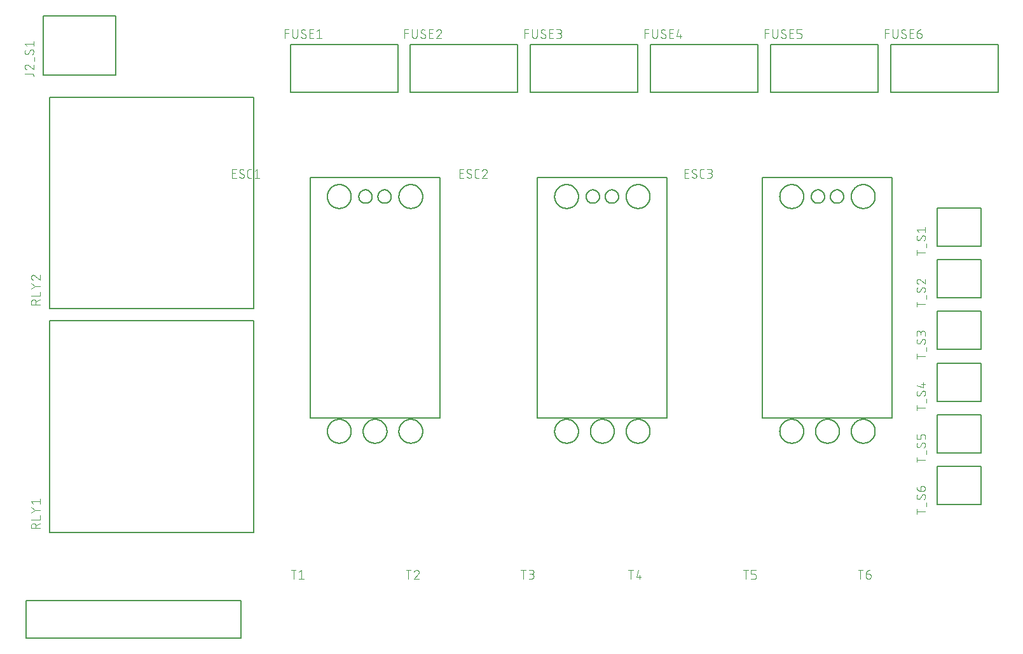
<source format=gbr>
G04 EAGLE Gerber RS-274X export*
G75*
%MOMM*%
%FSLAX34Y34*%
%LPD*%
%INSilkscreen Top*%
%IPPOS*%
%AMOC8*
5,1,8,0,0,1.08239X$1,22.5*%
G01*
%ADD10C,0.152400*%
%ADD11C,0.127000*%
%ADD12C,0.101600*%


D10*
X25700Y52200D02*
X311600Y52200D01*
X311600Y102200D01*
X25700Y102200D01*
X25700Y52200D01*
D11*
X56810Y192660D02*
X56810Y473940D01*
X328590Y473940D01*
X328590Y192660D01*
X56810Y192660D01*
D12*
X43602Y197918D02*
X31918Y197918D01*
X31918Y201164D01*
X31920Y201277D01*
X31926Y201390D01*
X31936Y201503D01*
X31950Y201616D01*
X31967Y201728D01*
X31989Y201839D01*
X32014Y201949D01*
X32044Y202059D01*
X32077Y202167D01*
X32114Y202274D01*
X32154Y202380D01*
X32199Y202484D01*
X32247Y202587D01*
X32298Y202688D01*
X32353Y202787D01*
X32411Y202884D01*
X32473Y202979D01*
X32538Y203072D01*
X32606Y203162D01*
X32677Y203250D01*
X32752Y203336D01*
X32829Y203419D01*
X32909Y203499D01*
X32992Y203576D01*
X33078Y203651D01*
X33166Y203722D01*
X33256Y203790D01*
X33349Y203855D01*
X33444Y203917D01*
X33541Y203975D01*
X33640Y204030D01*
X33741Y204081D01*
X33844Y204129D01*
X33948Y204174D01*
X34054Y204214D01*
X34161Y204251D01*
X34269Y204284D01*
X34379Y204314D01*
X34489Y204339D01*
X34600Y204361D01*
X34712Y204378D01*
X34825Y204392D01*
X34938Y204402D01*
X35051Y204408D01*
X35164Y204410D01*
X35277Y204408D01*
X35390Y204402D01*
X35503Y204392D01*
X35616Y204378D01*
X35728Y204361D01*
X35839Y204339D01*
X35949Y204314D01*
X36059Y204284D01*
X36167Y204251D01*
X36274Y204214D01*
X36380Y204174D01*
X36484Y204129D01*
X36587Y204081D01*
X36688Y204030D01*
X36787Y203975D01*
X36884Y203917D01*
X36979Y203855D01*
X37072Y203790D01*
X37162Y203722D01*
X37250Y203651D01*
X37336Y203576D01*
X37419Y203499D01*
X37499Y203419D01*
X37576Y203336D01*
X37651Y203250D01*
X37722Y203162D01*
X37790Y203072D01*
X37855Y202979D01*
X37917Y202884D01*
X37975Y202787D01*
X38030Y202688D01*
X38081Y202587D01*
X38129Y202484D01*
X38174Y202380D01*
X38214Y202274D01*
X38251Y202167D01*
X38284Y202059D01*
X38314Y201949D01*
X38339Y201839D01*
X38361Y201728D01*
X38378Y201616D01*
X38392Y201503D01*
X38402Y201390D01*
X38408Y201277D01*
X38410Y201164D01*
X38409Y201164D02*
X38409Y197918D01*
X38409Y201813D02*
X43602Y204409D01*
X43602Y209678D02*
X31918Y209678D01*
X43602Y209678D02*
X43602Y214871D01*
X37435Y222426D02*
X31918Y218531D01*
X37435Y222426D02*
X31918Y226321D01*
X37435Y222426D02*
X43602Y222426D01*
X34514Y230610D02*
X31918Y233856D01*
X43602Y233856D01*
X43602Y237101D02*
X43602Y230610D01*
D11*
X56810Y490560D02*
X56810Y771840D01*
X328590Y771840D01*
X328590Y490560D01*
X56810Y490560D01*
D12*
X43602Y495818D02*
X31918Y495818D01*
X31918Y499064D01*
X31920Y499177D01*
X31926Y499290D01*
X31936Y499403D01*
X31950Y499516D01*
X31967Y499628D01*
X31989Y499739D01*
X32014Y499849D01*
X32044Y499959D01*
X32077Y500067D01*
X32114Y500174D01*
X32154Y500280D01*
X32199Y500384D01*
X32247Y500487D01*
X32298Y500588D01*
X32353Y500687D01*
X32411Y500784D01*
X32473Y500879D01*
X32538Y500972D01*
X32606Y501062D01*
X32677Y501150D01*
X32752Y501236D01*
X32829Y501319D01*
X32909Y501399D01*
X32992Y501476D01*
X33078Y501551D01*
X33166Y501622D01*
X33256Y501690D01*
X33349Y501755D01*
X33444Y501817D01*
X33541Y501875D01*
X33640Y501930D01*
X33741Y501981D01*
X33844Y502029D01*
X33948Y502074D01*
X34054Y502114D01*
X34161Y502151D01*
X34269Y502184D01*
X34379Y502214D01*
X34489Y502239D01*
X34600Y502261D01*
X34712Y502278D01*
X34825Y502292D01*
X34938Y502302D01*
X35051Y502308D01*
X35164Y502310D01*
X35277Y502308D01*
X35390Y502302D01*
X35503Y502292D01*
X35616Y502278D01*
X35728Y502261D01*
X35839Y502239D01*
X35949Y502214D01*
X36059Y502184D01*
X36167Y502151D01*
X36274Y502114D01*
X36380Y502074D01*
X36484Y502029D01*
X36587Y501981D01*
X36688Y501930D01*
X36787Y501875D01*
X36884Y501817D01*
X36979Y501755D01*
X37072Y501690D01*
X37162Y501622D01*
X37250Y501551D01*
X37336Y501476D01*
X37419Y501399D01*
X37499Y501319D01*
X37576Y501236D01*
X37651Y501150D01*
X37722Y501062D01*
X37790Y500972D01*
X37855Y500879D01*
X37917Y500784D01*
X37975Y500687D01*
X38030Y500588D01*
X38081Y500487D01*
X38129Y500384D01*
X38174Y500280D01*
X38214Y500174D01*
X38251Y500067D01*
X38284Y499959D01*
X38314Y499849D01*
X38339Y499739D01*
X38361Y499628D01*
X38378Y499516D01*
X38392Y499403D01*
X38402Y499290D01*
X38408Y499177D01*
X38410Y499064D01*
X38409Y499064D02*
X38409Y495818D01*
X38409Y499713D02*
X43602Y502309D01*
X43602Y507578D02*
X31918Y507578D01*
X43602Y507578D02*
X43602Y512771D01*
X37435Y520326D02*
X31918Y516431D01*
X37435Y520326D02*
X31918Y524221D01*
X37435Y520326D02*
X43602Y520326D01*
X31918Y532080D02*
X31920Y532187D01*
X31926Y532293D01*
X31936Y532399D01*
X31949Y532505D01*
X31967Y532611D01*
X31988Y532715D01*
X32013Y532819D01*
X32042Y532922D01*
X32074Y533023D01*
X32111Y533123D01*
X32151Y533222D01*
X32194Y533320D01*
X32241Y533416D01*
X32292Y533510D01*
X32346Y533602D01*
X32403Y533692D01*
X32463Y533780D01*
X32527Y533865D01*
X32594Y533948D01*
X32664Y534029D01*
X32736Y534107D01*
X32812Y534183D01*
X32890Y534255D01*
X32971Y534325D01*
X33054Y534392D01*
X33139Y534456D01*
X33227Y534516D01*
X33317Y534573D01*
X33409Y534627D01*
X33503Y534678D01*
X33599Y534725D01*
X33697Y534768D01*
X33796Y534808D01*
X33896Y534845D01*
X33997Y534877D01*
X34100Y534906D01*
X34204Y534931D01*
X34308Y534952D01*
X34414Y534970D01*
X34520Y534983D01*
X34626Y534993D01*
X34732Y534999D01*
X34839Y535001D01*
X31918Y532080D02*
X31920Y531959D01*
X31926Y531838D01*
X31936Y531718D01*
X31949Y531597D01*
X31967Y531478D01*
X31988Y531358D01*
X32013Y531240D01*
X32042Y531123D01*
X32075Y531006D01*
X32111Y530891D01*
X32152Y530777D01*
X32195Y530664D01*
X32243Y530552D01*
X32294Y530443D01*
X32349Y530335D01*
X32407Y530228D01*
X32468Y530124D01*
X32533Y530022D01*
X32601Y529922D01*
X32672Y529824D01*
X32746Y529728D01*
X32823Y529635D01*
X32904Y529545D01*
X32987Y529457D01*
X33073Y529372D01*
X33162Y529289D01*
X33253Y529210D01*
X33347Y529133D01*
X33443Y529060D01*
X33541Y528990D01*
X33642Y528923D01*
X33745Y528859D01*
X33850Y528799D01*
X33957Y528741D01*
X34065Y528688D01*
X34175Y528638D01*
X34287Y528592D01*
X34400Y528549D01*
X34515Y528510D01*
X37111Y534027D02*
X37033Y534106D01*
X36953Y534182D01*
X36870Y534255D01*
X36784Y534325D01*
X36697Y534392D01*
X36606Y534456D01*
X36514Y534516D01*
X36420Y534574D01*
X36323Y534628D01*
X36225Y534678D01*
X36125Y534725D01*
X36024Y534769D01*
X35921Y534809D01*
X35816Y534845D01*
X35711Y534877D01*
X35604Y534906D01*
X35497Y534931D01*
X35388Y534953D01*
X35279Y534970D01*
X35170Y534984D01*
X35060Y534993D01*
X34949Y534999D01*
X34839Y535001D01*
X37111Y534028D02*
X43602Y528510D01*
X43602Y535001D01*
D11*
X48420Y801330D02*
X48420Y880070D01*
X144940Y880070D01*
X144940Y801330D01*
X48420Y801330D01*
D12*
X32616Y803193D02*
X23528Y803193D01*
X32616Y803192D02*
X32715Y803190D01*
X32815Y803184D01*
X32914Y803175D01*
X33012Y803162D01*
X33110Y803145D01*
X33208Y803124D01*
X33304Y803099D01*
X33399Y803071D01*
X33493Y803039D01*
X33586Y803004D01*
X33678Y802965D01*
X33768Y802922D01*
X33856Y802877D01*
X33943Y802827D01*
X34027Y802775D01*
X34110Y802719D01*
X34190Y802661D01*
X34268Y802599D01*
X34343Y802534D01*
X34416Y802466D01*
X34486Y802396D01*
X34554Y802323D01*
X34619Y802248D01*
X34681Y802170D01*
X34739Y802090D01*
X34795Y802007D01*
X34847Y801923D01*
X34897Y801836D01*
X34942Y801748D01*
X34985Y801658D01*
X35024Y801566D01*
X35059Y801473D01*
X35091Y801379D01*
X35119Y801284D01*
X35144Y801188D01*
X35165Y801090D01*
X35182Y800992D01*
X35195Y800894D01*
X35204Y800795D01*
X35210Y800695D01*
X35212Y800596D01*
X35212Y799298D01*
X23528Y812036D02*
X23530Y812143D01*
X23536Y812249D01*
X23546Y812355D01*
X23559Y812461D01*
X23577Y812567D01*
X23598Y812671D01*
X23623Y812775D01*
X23652Y812878D01*
X23684Y812979D01*
X23721Y813079D01*
X23761Y813178D01*
X23804Y813276D01*
X23851Y813372D01*
X23902Y813466D01*
X23956Y813558D01*
X24013Y813648D01*
X24073Y813736D01*
X24137Y813821D01*
X24204Y813904D01*
X24274Y813985D01*
X24346Y814063D01*
X24422Y814139D01*
X24500Y814211D01*
X24581Y814281D01*
X24664Y814348D01*
X24749Y814412D01*
X24837Y814472D01*
X24927Y814529D01*
X25019Y814583D01*
X25113Y814634D01*
X25209Y814681D01*
X25307Y814724D01*
X25406Y814764D01*
X25506Y814801D01*
X25607Y814833D01*
X25710Y814862D01*
X25814Y814887D01*
X25918Y814908D01*
X26024Y814926D01*
X26130Y814939D01*
X26236Y814949D01*
X26342Y814955D01*
X26449Y814957D01*
X23528Y812036D02*
X23530Y811915D01*
X23536Y811794D01*
X23546Y811674D01*
X23559Y811553D01*
X23577Y811434D01*
X23598Y811314D01*
X23623Y811196D01*
X23652Y811079D01*
X23685Y810962D01*
X23721Y810847D01*
X23762Y810733D01*
X23805Y810620D01*
X23853Y810508D01*
X23904Y810399D01*
X23959Y810291D01*
X24017Y810184D01*
X24078Y810080D01*
X24143Y809978D01*
X24211Y809878D01*
X24282Y809780D01*
X24356Y809684D01*
X24433Y809591D01*
X24514Y809501D01*
X24597Y809413D01*
X24683Y809328D01*
X24772Y809245D01*
X24863Y809166D01*
X24957Y809089D01*
X25053Y809016D01*
X25151Y808946D01*
X25252Y808879D01*
X25355Y808815D01*
X25460Y808755D01*
X25567Y808697D01*
X25675Y808644D01*
X25785Y808594D01*
X25897Y808548D01*
X26010Y808505D01*
X26125Y808466D01*
X28721Y813983D02*
X28643Y814062D01*
X28563Y814138D01*
X28480Y814211D01*
X28394Y814281D01*
X28307Y814348D01*
X28216Y814412D01*
X28124Y814472D01*
X28030Y814530D01*
X27933Y814584D01*
X27835Y814634D01*
X27735Y814681D01*
X27634Y814725D01*
X27531Y814765D01*
X27426Y814801D01*
X27321Y814833D01*
X27214Y814862D01*
X27107Y814887D01*
X26998Y814909D01*
X26889Y814926D01*
X26780Y814940D01*
X26670Y814949D01*
X26559Y814955D01*
X26449Y814957D01*
X28721Y813984D02*
X35212Y808466D01*
X35212Y814957D01*
X36510Y819402D02*
X36510Y824595D01*
X35212Y832554D02*
X35210Y832653D01*
X35204Y832753D01*
X35195Y832852D01*
X35182Y832950D01*
X35165Y833048D01*
X35144Y833146D01*
X35119Y833242D01*
X35091Y833337D01*
X35059Y833431D01*
X35024Y833524D01*
X34985Y833616D01*
X34942Y833706D01*
X34897Y833794D01*
X34847Y833881D01*
X34795Y833965D01*
X34739Y834048D01*
X34681Y834128D01*
X34619Y834206D01*
X34554Y834281D01*
X34486Y834354D01*
X34416Y834424D01*
X34343Y834492D01*
X34268Y834557D01*
X34190Y834619D01*
X34110Y834677D01*
X34027Y834733D01*
X33943Y834785D01*
X33856Y834835D01*
X33768Y834880D01*
X33678Y834923D01*
X33586Y834962D01*
X33493Y834997D01*
X33399Y835029D01*
X33304Y835057D01*
X33208Y835082D01*
X33110Y835103D01*
X33012Y835120D01*
X32914Y835133D01*
X32815Y835142D01*
X32715Y835148D01*
X32616Y835150D01*
X35212Y832554D02*
X35210Y832410D01*
X35204Y832265D01*
X35195Y832121D01*
X35182Y831978D01*
X35165Y831834D01*
X35144Y831691D01*
X35119Y831549D01*
X35091Y831408D01*
X35059Y831267D01*
X35023Y831127D01*
X34984Y830988D01*
X34941Y830850D01*
X34894Y830714D01*
X34844Y830578D01*
X34790Y830444D01*
X34733Y830312D01*
X34672Y830181D01*
X34608Y830052D01*
X34540Y829924D01*
X34470Y829798D01*
X34395Y829674D01*
X34318Y829553D01*
X34237Y829433D01*
X34154Y829315D01*
X34067Y829200D01*
X33977Y829087D01*
X33884Y828976D01*
X33789Y828868D01*
X33690Y828762D01*
X33589Y828659D01*
X26124Y828984D02*
X26025Y828986D01*
X25925Y828992D01*
X25826Y829001D01*
X25728Y829014D01*
X25630Y829031D01*
X25532Y829052D01*
X25436Y829077D01*
X25341Y829105D01*
X25247Y829137D01*
X25154Y829172D01*
X25062Y829211D01*
X24972Y829254D01*
X24884Y829299D01*
X24797Y829349D01*
X24713Y829401D01*
X24630Y829457D01*
X24550Y829515D01*
X24472Y829577D01*
X24397Y829642D01*
X24324Y829710D01*
X24254Y829780D01*
X24186Y829853D01*
X24121Y829928D01*
X24059Y830006D01*
X24001Y830086D01*
X23945Y830169D01*
X23893Y830253D01*
X23843Y830340D01*
X23798Y830428D01*
X23755Y830518D01*
X23716Y830610D01*
X23681Y830703D01*
X23649Y830797D01*
X23621Y830892D01*
X23596Y830988D01*
X23575Y831086D01*
X23558Y831184D01*
X23545Y831282D01*
X23536Y831381D01*
X23530Y831481D01*
X23528Y831580D01*
X23530Y831716D01*
X23536Y831852D01*
X23545Y831988D01*
X23558Y832124D01*
X23576Y832259D01*
X23596Y832393D01*
X23621Y832527D01*
X23649Y832661D01*
X23682Y832793D01*
X23717Y832924D01*
X23757Y833055D01*
X23800Y833184D01*
X23846Y833312D01*
X23897Y833438D01*
X23950Y833564D01*
X24008Y833687D01*
X24068Y833809D01*
X24132Y833929D01*
X24200Y834048D01*
X24270Y834164D01*
X24344Y834278D01*
X24421Y834391D01*
X24502Y834501D01*
X28396Y830282D02*
X28343Y830196D01*
X28286Y830112D01*
X28227Y830030D01*
X28164Y829950D01*
X28098Y829873D01*
X28030Y829798D01*
X27958Y829726D01*
X27884Y829657D01*
X27807Y829591D01*
X27728Y829528D01*
X27646Y829468D01*
X27562Y829411D01*
X27476Y829357D01*
X27388Y829307D01*
X27298Y829260D01*
X27207Y829216D01*
X27113Y829177D01*
X27019Y829140D01*
X26923Y829108D01*
X26825Y829079D01*
X26727Y829054D01*
X26628Y829033D01*
X26528Y829015D01*
X26428Y829002D01*
X26327Y828992D01*
X26225Y828986D01*
X26124Y828984D01*
X30344Y833852D02*
X30397Y833938D01*
X30454Y834022D01*
X30513Y834104D01*
X30576Y834184D01*
X30642Y834261D01*
X30710Y834336D01*
X30782Y834408D01*
X30856Y834477D01*
X30933Y834543D01*
X31012Y834606D01*
X31094Y834666D01*
X31178Y834723D01*
X31264Y834777D01*
X31352Y834827D01*
X31442Y834874D01*
X31533Y834918D01*
X31627Y834957D01*
X31721Y834994D01*
X31817Y835026D01*
X31915Y835055D01*
X32013Y835080D01*
X32112Y835101D01*
X32212Y835119D01*
X32312Y835132D01*
X32413Y835142D01*
X32515Y835148D01*
X32616Y835150D01*
X30344Y833852D02*
X28396Y830282D01*
X26124Y839708D02*
X23528Y842954D01*
X35212Y842954D01*
X35212Y846199D02*
X35212Y839708D01*
D11*
X521750Y327200D02*
X521755Y327590D01*
X521769Y327979D01*
X521793Y328368D01*
X521826Y328756D01*
X521869Y329143D01*
X521922Y329529D01*
X521984Y329914D01*
X522055Y330297D01*
X522136Y330678D01*
X522226Y331057D01*
X522325Y331434D01*
X522434Y331808D01*
X522551Y332180D01*
X522678Y332548D01*
X522814Y332913D01*
X522958Y333275D01*
X523112Y333633D01*
X523274Y333987D01*
X523445Y334338D01*
X523624Y334683D01*
X523812Y335025D01*
X524009Y335361D01*
X524213Y335693D01*
X524425Y336020D01*
X524646Y336341D01*
X524874Y336657D01*
X525110Y336967D01*
X525353Y337271D01*
X525604Y337569D01*
X525862Y337861D01*
X526128Y338146D01*
X526400Y338425D01*
X526679Y338697D01*
X526964Y338963D01*
X527256Y339221D01*
X527554Y339472D01*
X527858Y339715D01*
X528168Y339951D01*
X528484Y340179D01*
X528805Y340400D01*
X529132Y340612D01*
X529464Y340816D01*
X529800Y341013D01*
X530142Y341201D01*
X530487Y341380D01*
X530838Y341551D01*
X531192Y341713D01*
X531550Y341867D01*
X531912Y342011D01*
X532277Y342147D01*
X532645Y342274D01*
X533017Y342391D01*
X533391Y342500D01*
X533768Y342599D01*
X534147Y342689D01*
X534528Y342770D01*
X534911Y342841D01*
X535296Y342903D01*
X535682Y342956D01*
X536069Y342999D01*
X536457Y343032D01*
X536846Y343056D01*
X537235Y343070D01*
X537625Y343075D01*
X538015Y343070D01*
X538404Y343056D01*
X538793Y343032D01*
X539181Y342999D01*
X539568Y342956D01*
X539954Y342903D01*
X540339Y342841D01*
X540722Y342770D01*
X541103Y342689D01*
X541482Y342599D01*
X541859Y342500D01*
X542233Y342391D01*
X542605Y342274D01*
X542973Y342147D01*
X543338Y342011D01*
X543700Y341867D01*
X544058Y341713D01*
X544412Y341551D01*
X544763Y341380D01*
X545108Y341201D01*
X545450Y341013D01*
X545786Y340816D01*
X546118Y340612D01*
X546445Y340400D01*
X546766Y340179D01*
X547082Y339951D01*
X547392Y339715D01*
X547696Y339472D01*
X547994Y339221D01*
X548286Y338963D01*
X548571Y338697D01*
X548850Y338425D01*
X549122Y338146D01*
X549388Y337861D01*
X549646Y337569D01*
X549897Y337271D01*
X550140Y336967D01*
X550376Y336657D01*
X550604Y336341D01*
X550825Y336020D01*
X551037Y335693D01*
X551241Y335361D01*
X551438Y335025D01*
X551626Y334683D01*
X551805Y334338D01*
X551976Y333987D01*
X552138Y333633D01*
X552292Y333275D01*
X552436Y332913D01*
X552572Y332548D01*
X552699Y332180D01*
X552816Y331808D01*
X552925Y331434D01*
X553024Y331057D01*
X553114Y330678D01*
X553195Y330297D01*
X553266Y329914D01*
X553328Y329529D01*
X553381Y329143D01*
X553424Y328756D01*
X553457Y328368D01*
X553481Y327979D01*
X553495Y327590D01*
X553500Y327200D01*
X553495Y326810D01*
X553481Y326421D01*
X553457Y326032D01*
X553424Y325644D01*
X553381Y325257D01*
X553328Y324871D01*
X553266Y324486D01*
X553195Y324103D01*
X553114Y323722D01*
X553024Y323343D01*
X552925Y322966D01*
X552816Y322592D01*
X552699Y322220D01*
X552572Y321852D01*
X552436Y321487D01*
X552292Y321125D01*
X552138Y320767D01*
X551976Y320413D01*
X551805Y320062D01*
X551626Y319717D01*
X551438Y319375D01*
X551241Y319039D01*
X551037Y318707D01*
X550825Y318380D01*
X550604Y318059D01*
X550376Y317743D01*
X550140Y317433D01*
X549897Y317129D01*
X549646Y316831D01*
X549388Y316539D01*
X549122Y316254D01*
X548850Y315975D01*
X548571Y315703D01*
X548286Y315437D01*
X547994Y315179D01*
X547696Y314928D01*
X547392Y314685D01*
X547082Y314449D01*
X546766Y314221D01*
X546445Y314000D01*
X546118Y313788D01*
X545786Y313584D01*
X545450Y313387D01*
X545108Y313199D01*
X544763Y313020D01*
X544412Y312849D01*
X544058Y312687D01*
X543700Y312533D01*
X543338Y312389D01*
X542973Y312253D01*
X542605Y312126D01*
X542233Y312009D01*
X541859Y311900D01*
X541482Y311801D01*
X541103Y311711D01*
X540722Y311630D01*
X540339Y311559D01*
X539954Y311497D01*
X539568Y311444D01*
X539181Y311401D01*
X538793Y311368D01*
X538404Y311344D01*
X538015Y311330D01*
X537625Y311325D01*
X537235Y311330D01*
X536846Y311344D01*
X536457Y311368D01*
X536069Y311401D01*
X535682Y311444D01*
X535296Y311497D01*
X534911Y311559D01*
X534528Y311630D01*
X534147Y311711D01*
X533768Y311801D01*
X533391Y311900D01*
X533017Y312009D01*
X532645Y312126D01*
X532277Y312253D01*
X531912Y312389D01*
X531550Y312533D01*
X531192Y312687D01*
X530838Y312849D01*
X530487Y313020D01*
X530142Y313199D01*
X529800Y313387D01*
X529464Y313584D01*
X529132Y313788D01*
X528805Y314000D01*
X528484Y314221D01*
X528168Y314449D01*
X527858Y314685D01*
X527554Y314928D01*
X527256Y315179D01*
X526964Y315437D01*
X526679Y315703D01*
X526400Y315975D01*
X526128Y316254D01*
X525862Y316539D01*
X525604Y316831D01*
X525353Y317129D01*
X525110Y317433D01*
X524874Y317743D01*
X524646Y318059D01*
X524425Y318380D01*
X524213Y318707D01*
X524009Y319039D01*
X523812Y319375D01*
X523624Y319717D01*
X523445Y320062D01*
X523274Y320413D01*
X523112Y320767D01*
X522958Y321125D01*
X522814Y321487D01*
X522678Y321852D01*
X522551Y322220D01*
X522434Y322592D01*
X522325Y322966D01*
X522226Y323343D01*
X522136Y323722D01*
X522055Y324103D01*
X521984Y324486D01*
X521922Y324871D01*
X521869Y325257D01*
X521826Y325644D01*
X521793Y326032D01*
X521769Y326421D01*
X521755Y326810D01*
X521750Y327200D01*
X474125Y327200D02*
X474130Y327590D01*
X474144Y327979D01*
X474168Y328368D01*
X474201Y328756D01*
X474244Y329143D01*
X474297Y329529D01*
X474359Y329914D01*
X474430Y330297D01*
X474511Y330678D01*
X474601Y331057D01*
X474700Y331434D01*
X474809Y331808D01*
X474926Y332180D01*
X475053Y332548D01*
X475189Y332913D01*
X475333Y333275D01*
X475487Y333633D01*
X475649Y333987D01*
X475820Y334338D01*
X475999Y334683D01*
X476187Y335025D01*
X476384Y335361D01*
X476588Y335693D01*
X476800Y336020D01*
X477021Y336341D01*
X477249Y336657D01*
X477485Y336967D01*
X477728Y337271D01*
X477979Y337569D01*
X478237Y337861D01*
X478503Y338146D01*
X478775Y338425D01*
X479054Y338697D01*
X479339Y338963D01*
X479631Y339221D01*
X479929Y339472D01*
X480233Y339715D01*
X480543Y339951D01*
X480859Y340179D01*
X481180Y340400D01*
X481507Y340612D01*
X481839Y340816D01*
X482175Y341013D01*
X482517Y341201D01*
X482862Y341380D01*
X483213Y341551D01*
X483567Y341713D01*
X483925Y341867D01*
X484287Y342011D01*
X484652Y342147D01*
X485020Y342274D01*
X485392Y342391D01*
X485766Y342500D01*
X486143Y342599D01*
X486522Y342689D01*
X486903Y342770D01*
X487286Y342841D01*
X487671Y342903D01*
X488057Y342956D01*
X488444Y342999D01*
X488832Y343032D01*
X489221Y343056D01*
X489610Y343070D01*
X490000Y343075D01*
X490390Y343070D01*
X490779Y343056D01*
X491168Y343032D01*
X491556Y342999D01*
X491943Y342956D01*
X492329Y342903D01*
X492714Y342841D01*
X493097Y342770D01*
X493478Y342689D01*
X493857Y342599D01*
X494234Y342500D01*
X494608Y342391D01*
X494980Y342274D01*
X495348Y342147D01*
X495713Y342011D01*
X496075Y341867D01*
X496433Y341713D01*
X496787Y341551D01*
X497138Y341380D01*
X497483Y341201D01*
X497825Y341013D01*
X498161Y340816D01*
X498493Y340612D01*
X498820Y340400D01*
X499141Y340179D01*
X499457Y339951D01*
X499767Y339715D01*
X500071Y339472D01*
X500369Y339221D01*
X500661Y338963D01*
X500946Y338697D01*
X501225Y338425D01*
X501497Y338146D01*
X501763Y337861D01*
X502021Y337569D01*
X502272Y337271D01*
X502515Y336967D01*
X502751Y336657D01*
X502979Y336341D01*
X503200Y336020D01*
X503412Y335693D01*
X503616Y335361D01*
X503813Y335025D01*
X504001Y334683D01*
X504180Y334338D01*
X504351Y333987D01*
X504513Y333633D01*
X504667Y333275D01*
X504811Y332913D01*
X504947Y332548D01*
X505074Y332180D01*
X505191Y331808D01*
X505300Y331434D01*
X505399Y331057D01*
X505489Y330678D01*
X505570Y330297D01*
X505641Y329914D01*
X505703Y329529D01*
X505756Y329143D01*
X505799Y328756D01*
X505832Y328368D01*
X505856Y327979D01*
X505870Y327590D01*
X505875Y327200D01*
X505870Y326810D01*
X505856Y326421D01*
X505832Y326032D01*
X505799Y325644D01*
X505756Y325257D01*
X505703Y324871D01*
X505641Y324486D01*
X505570Y324103D01*
X505489Y323722D01*
X505399Y323343D01*
X505300Y322966D01*
X505191Y322592D01*
X505074Y322220D01*
X504947Y321852D01*
X504811Y321487D01*
X504667Y321125D01*
X504513Y320767D01*
X504351Y320413D01*
X504180Y320062D01*
X504001Y319717D01*
X503813Y319375D01*
X503616Y319039D01*
X503412Y318707D01*
X503200Y318380D01*
X502979Y318059D01*
X502751Y317743D01*
X502515Y317433D01*
X502272Y317129D01*
X502021Y316831D01*
X501763Y316539D01*
X501497Y316254D01*
X501225Y315975D01*
X500946Y315703D01*
X500661Y315437D01*
X500369Y315179D01*
X500071Y314928D01*
X499767Y314685D01*
X499457Y314449D01*
X499141Y314221D01*
X498820Y314000D01*
X498493Y313788D01*
X498161Y313584D01*
X497825Y313387D01*
X497483Y313199D01*
X497138Y313020D01*
X496787Y312849D01*
X496433Y312687D01*
X496075Y312533D01*
X495713Y312389D01*
X495348Y312253D01*
X494980Y312126D01*
X494608Y312009D01*
X494234Y311900D01*
X493857Y311801D01*
X493478Y311711D01*
X493097Y311630D01*
X492714Y311559D01*
X492329Y311497D01*
X491943Y311444D01*
X491556Y311401D01*
X491168Y311368D01*
X490779Y311344D01*
X490390Y311330D01*
X490000Y311325D01*
X489610Y311330D01*
X489221Y311344D01*
X488832Y311368D01*
X488444Y311401D01*
X488057Y311444D01*
X487671Y311497D01*
X487286Y311559D01*
X486903Y311630D01*
X486522Y311711D01*
X486143Y311801D01*
X485766Y311900D01*
X485392Y312009D01*
X485020Y312126D01*
X484652Y312253D01*
X484287Y312389D01*
X483925Y312533D01*
X483567Y312687D01*
X483213Y312849D01*
X482862Y313020D01*
X482517Y313199D01*
X482175Y313387D01*
X481839Y313584D01*
X481507Y313788D01*
X481180Y314000D01*
X480859Y314221D01*
X480543Y314449D01*
X480233Y314685D01*
X479929Y314928D01*
X479631Y315179D01*
X479339Y315437D01*
X479054Y315703D01*
X478775Y315975D01*
X478503Y316254D01*
X478237Y316539D01*
X477979Y316831D01*
X477728Y317129D01*
X477485Y317433D01*
X477249Y317743D01*
X477021Y318059D01*
X476800Y318380D01*
X476588Y318707D01*
X476384Y319039D01*
X476187Y319375D01*
X475999Y319717D01*
X475820Y320062D01*
X475649Y320413D01*
X475487Y320767D01*
X475333Y321125D01*
X475189Y321487D01*
X475053Y321852D01*
X474926Y322220D01*
X474809Y322592D01*
X474700Y322966D01*
X474601Y323343D01*
X474511Y323722D01*
X474430Y324103D01*
X474359Y324486D01*
X474297Y324871D01*
X474244Y325257D01*
X474201Y325644D01*
X474168Y326032D01*
X474144Y326421D01*
X474130Y326810D01*
X474125Y327200D01*
X426500Y327200D02*
X426505Y327590D01*
X426519Y327979D01*
X426543Y328368D01*
X426576Y328756D01*
X426619Y329143D01*
X426672Y329529D01*
X426734Y329914D01*
X426805Y330297D01*
X426886Y330678D01*
X426976Y331057D01*
X427075Y331434D01*
X427184Y331808D01*
X427301Y332180D01*
X427428Y332548D01*
X427564Y332913D01*
X427708Y333275D01*
X427862Y333633D01*
X428024Y333987D01*
X428195Y334338D01*
X428374Y334683D01*
X428562Y335025D01*
X428759Y335361D01*
X428963Y335693D01*
X429175Y336020D01*
X429396Y336341D01*
X429624Y336657D01*
X429860Y336967D01*
X430103Y337271D01*
X430354Y337569D01*
X430612Y337861D01*
X430878Y338146D01*
X431150Y338425D01*
X431429Y338697D01*
X431714Y338963D01*
X432006Y339221D01*
X432304Y339472D01*
X432608Y339715D01*
X432918Y339951D01*
X433234Y340179D01*
X433555Y340400D01*
X433882Y340612D01*
X434214Y340816D01*
X434550Y341013D01*
X434892Y341201D01*
X435237Y341380D01*
X435588Y341551D01*
X435942Y341713D01*
X436300Y341867D01*
X436662Y342011D01*
X437027Y342147D01*
X437395Y342274D01*
X437767Y342391D01*
X438141Y342500D01*
X438518Y342599D01*
X438897Y342689D01*
X439278Y342770D01*
X439661Y342841D01*
X440046Y342903D01*
X440432Y342956D01*
X440819Y342999D01*
X441207Y343032D01*
X441596Y343056D01*
X441985Y343070D01*
X442375Y343075D01*
X442765Y343070D01*
X443154Y343056D01*
X443543Y343032D01*
X443931Y342999D01*
X444318Y342956D01*
X444704Y342903D01*
X445089Y342841D01*
X445472Y342770D01*
X445853Y342689D01*
X446232Y342599D01*
X446609Y342500D01*
X446983Y342391D01*
X447355Y342274D01*
X447723Y342147D01*
X448088Y342011D01*
X448450Y341867D01*
X448808Y341713D01*
X449162Y341551D01*
X449513Y341380D01*
X449858Y341201D01*
X450200Y341013D01*
X450536Y340816D01*
X450868Y340612D01*
X451195Y340400D01*
X451516Y340179D01*
X451832Y339951D01*
X452142Y339715D01*
X452446Y339472D01*
X452744Y339221D01*
X453036Y338963D01*
X453321Y338697D01*
X453600Y338425D01*
X453872Y338146D01*
X454138Y337861D01*
X454396Y337569D01*
X454647Y337271D01*
X454890Y336967D01*
X455126Y336657D01*
X455354Y336341D01*
X455575Y336020D01*
X455787Y335693D01*
X455991Y335361D01*
X456188Y335025D01*
X456376Y334683D01*
X456555Y334338D01*
X456726Y333987D01*
X456888Y333633D01*
X457042Y333275D01*
X457186Y332913D01*
X457322Y332548D01*
X457449Y332180D01*
X457566Y331808D01*
X457675Y331434D01*
X457774Y331057D01*
X457864Y330678D01*
X457945Y330297D01*
X458016Y329914D01*
X458078Y329529D01*
X458131Y329143D01*
X458174Y328756D01*
X458207Y328368D01*
X458231Y327979D01*
X458245Y327590D01*
X458250Y327200D01*
X458245Y326810D01*
X458231Y326421D01*
X458207Y326032D01*
X458174Y325644D01*
X458131Y325257D01*
X458078Y324871D01*
X458016Y324486D01*
X457945Y324103D01*
X457864Y323722D01*
X457774Y323343D01*
X457675Y322966D01*
X457566Y322592D01*
X457449Y322220D01*
X457322Y321852D01*
X457186Y321487D01*
X457042Y321125D01*
X456888Y320767D01*
X456726Y320413D01*
X456555Y320062D01*
X456376Y319717D01*
X456188Y319375D01*
X455991Y319039D01*
X455787Y318707D01*
X455575Y318380D01*
X455354Y318059D01*
X455126Y317743D01*
X454890Y317433D01*
X454647Y317129D01*
X454396Y316831D01*
X454138Y316539D01*
X453872Y316254D01*
X453600Y315975D01*
X453321Y315703D01*
X453036Y315437D01*
X452744Y315179D01*
X452446Y314928D01*
X452142Y314685D01*
X451832Y314449D01*
X451516Y314221D01*
X451195Y314000D01*
X450868Y313788D01*
X450536Y313584D01*
X450200Y313387D01*
X449858Y313199D01*
X449513Y313020D01*
X449162Y312849D01*
X448808Y312687D01*
X448450Y312533D01*
X448088Y312389D01*
X447723Y312253D01*
X447355Y312126D01*
X446983Y312009D01*
X446609Y311900D01*
X446232Y311801D01*
X445853Y311711D01*
X445472Y311630D01*
X445089Y311559D01*
X444704Y311497D01*
X444318Y311444D01*
X443931Y311401D01*
X443543Y311368D01*
X443154Y311344D01*
X442765Y311330D01*
X442375Y311325D01*
X441985Y311330D01*
X441596Y311344D01*
X441207Y311368D01*
X440819Y311401D01*
X440432Y311444D01*
X440046Y311497D01*
X439661Y311559D01*
X439278Y311630D01*
X438897Y311711D01*
X438518Y311801D01*
X438141Y311900D01*
X437767Y312009D01*
X437395Y312126D01*
X437027Y312253D01*
X436662Y312389D01*
X436300Y312533D01*
X435942Y312687D01*
X435588Y312849D01*
X435237Y313020D01*
X434892Y313199D01*
X434550Y313387D01*
X434214Y313584D01*
X433882Y313788D01*
X433555Y314000D01*
X433234Y314221D01*
X432918Y314449D01*
X432608Y314685D01*
X432304Y314928D01*
X432006Y315179D01*
X431714Y315437D01*
X431429Y315703D01*
X431150Y315975D01*
X430878Y316254D01*
X430612Y316539D01*
X430354Y316831D01*
X430103Y317129D01*
X429860Y317433D01*
X429624Y317743D01*
X429396Y318059D01*
X429175Y318380D01*
X428963Y318707D01*
X428759Y319039D01*
X428562Y319375D01*
X428374Y319717D01*
X428195Y320062D01*
X428024Y320413D01*
X427862Y320767D01*
X427708Y321125D01*
X427564Y321487D01*
X427428Y321852D01*
X427301Y322220D01*
X427184Y322592D01*
X427075Y322966D01*
X426976Y323343D01*
X426886Y323722D01*
X426805Y324103D01*
X426734Y324486D01*
X426672Y324871D01*
X426619Y325257D01*
X426576Y325644D01*
X426543Y326032D01*
X426519Y326421D01*
X426505Y326810D01*
X426500Y327200D01*
X426500Y639620D02*
X426505Y640010D01*
X426519Y640399D01*
X426543Y640788D01*
X426576Y641176D01*
X426619Y641563D01*
X426672Y641949D01*
X426734Y642334D01*
X426805Y642717D01*
X426886Y643098D01*
X426976Y643477D01*
X427075Y643854D01*
X427184Y644228D01*
X427301Y644600D01*
X427428Y644968D01*
X427564Y645333D01*
X427708Y645695D01*
X427862Y646053D01*
X428024Y646407D01*
X428195Y646758D01*
X428374Y647103D01*
X428562Y647445D01*
X428759Y647781D01*
X428963Y648113D01*
X429175Y648440D01*
X429396Y648761D01*
X429624Y649077D01*
X429860Y649387D01*
X430103Y649691D01*
X430354Y649989D01*
X430612Y650281D01*
X430878Y650566D01*
X431150Y650845D01*
X431429Y651117D01*
X431714Y651383D01*
X432006Y651641D01*
X432304Y651892D01*
X432608Y652135D01*
X432918Y652371D01*
X433234Y652599D01*
X433555Y652820D01*
X433882Y653032D01*
X434214Y653236D01*
X434550Y653433D01*
X434892Y653621D01*
X435237Y653800D01*
X435588Y653971D01*
X435942Y654133D01*
X436300Y654287D01*
X436662Y654431D01*
X437027Y654567D01*
X437395Y654694D01*
X437767Y654811D01*
X438141Y654920D01*
X438518Y655019D01*
X438897Y655109D01*
X439278Y655190D01*
X439661Y655261D01*
X440046Y655323D01*
X440432Y655376D01*
X440819Y655419D01*
X441207Y655452D01*
X441596Y655476D01*
X441985Y655490D01*
X442375Y655495D01*
X442765Y655490D01*
X443154Y655476D01*
X443543Y655452D01*
X443931Y655419D01*
X444318Y655376D01*
X444704Y655323D01*
X445089Y655261D01*
X445472Y655190D01*
X445853Y655109D01*
X446232Y655019D01*
X446609Y654920D01*
X446983Y654811D01*
X447355Y654694D01*
X447723Y654567D01*
X448088Y654431D01*
X448450Y654287D01*
X448808Y654133D01*
X449162Y653971D01*
X449513Y653800D01*
X449858Y653621D01*
X450200Y653433D01*
X450536Y653236D01*
X450868Y653032D01*
X451195Y652820D01*
X451516Y652599D01*
X451832Y652371D01*
X452142Y652135D01*
X452446Y651892D01*
X452744Y651641D01*
X453036Y651383D01*
X453321Y651117D01*
X453600Y650845D01*
X453872Y650566D01*
X454138Y650281D01*
X454396Y649989D01*
X454647Y649691D01*
X454890Y649387D01*
X455126Y649077D01*
X455354Y648761D01*
X455575Y648440D01*
X455787Y648113D01*
X455991Y647781D01*
X456188Y647445D01*
X456376Y647103D01*
X456555Y646758D01*
X456726Y646407D01*
X456888Y646053D01*
X457042Y645695D01*
X457186Y645333D01*
X457322Y644968D01*
X457449Y644600D01*
X457566Y644228D01*
X457675Y643854D01*
X457774Y643477D01*
X457864Y643098D01*
X457945Y642717D01*
X458016Y642334D01*
X458078Y641949D01*
X458131Y641563D01*
X458174Y641176D01*
X458207Y640788D01*
X458231Y640399D01*
X458245Y640010D01*
X458250Y639620D01*
X458245Y639230D01*
X458231Y638841D01*
X458207Y638452D01*
X458174Y638064D01*
X458131Y637677D01*
X458078Y637291D01*
X458016Y636906D01*
X457945Y636523D01*
X457864Y636142D01*
X457774Y635763D01*
X457675Y635386D01*
X457566Y635012D01*
X457449Y634640D01*
X457322Y634272D01*
X457186Y633907D01*
X457042Y633545D01*
X456888Y633187D01*
X456726Y632833D01*
X456555Y632482D01*
X456376Y632137D01*
X456188Y631795D01*
X455991Y631459D01*
X455787Y631127D01*
X455575Y630800D01*
X455354Y630479D01*
X455126Y630163D01*
X454890Y629853D01*
X454647Y629549D01*
X454396Y629251D01*
X454138Y628959D01*
X453872Y628674D01*
X453600Y628395D01*
X453321Y628123D01*
X453036Y627857D01*
X452744Y627599D01*
X452446Y627348D01*
X452142Y627105D01*
X451832Y626869D01*
X451516Y626641D01*
X451195Y626420D01*
X450868Y626208D01*
X450536Y626004D01*
X450200Y625807D01*
X449858Y625619D01*
X449513Y625440D01*
X449162Y625269D01*
X448808Y625107D01*
X448450Y624953D01*
X448088Y624809D01*
X447723Y624673D01*
X447355Y624546D01*
X446983Y624429D01*
X446609Y624320D01*
X446232Y624221D01*
X445853Y624131D01*
X445472Y624050D01*
X445089Y623979D01*
X444704Y623917D01*
X444318Y623864D01*
X443931Y623821D01*
X443543Y623788D01*
X443154Y623764D01*
X442765Y623750D01*
X442375Y623745D01*
X441985Y623750D01*
X441596Y623764D01*
X441207Y623788D01*
X440819Y623821D01*
X440432Y623864D01*
X440046Y623917D01*
X439661Y623979D01*
X439278Y624050D01*
X438897Y624131D01*
X438518Y624221D01*
X438141Y624320D01*
X437767Y624429D01*
X437395Y624546D01*
X437027Y624673D01*
X436662Y624809D01*
X436300Y624953D01*
X435942Y625107D01*
X435588Y625269D01*
X435237Y625440D01*
X434892Y625619D01*
X434550Y625807D01*
X434214Y626004D01*
X433882Y626208D01*
X433555Y626420D01*
X433234Y626641D01*
X432918Y626869D01*
X432608Y627105D01*
X432304Y627348D01*
X432006Y627599D01*
X431714Y627857D01*
X431429Y628123D01*
X431150Y628395D01*
X430878Y628674D01*
X430612Y628959D01*
X430354Y629251D01*
X430103Y629549D01*
X429860Y629853D01*
X429624Y630163D01*
X429396Y630479D01*
X429175Y630800D01*
X428963Y631127D01*
X428759Y631459D01*
X428562Y631795D01*
X428374Y632137D01*
X428195Y632482D01*
X428024Y632833D01*
X427862Y633187D01*
X427708Y633545D01*
X427564Y633907D01*
X427428Y634272D01*
X427301Y634640D01*
X427184Y635012D01*
X427075Y635386D01*
X426976Y635763D01*
X426886Y636142D01*
X426805Y636523D01*
X426734Y636906D01*
X426672Y637291D01*
X426619Y637677D01*
X426576Y638064D01*
X426543Y638452D01*
X426519Y638841D01*
X426505Y639230D01*
X426500Y639620D01*
X521750Y639620D02*
X521755Y640010D01*
X521769Y640399D01*
X521793Y640788D01*
X521826Y641176D01*
X521869Y641563D01*
X521922Y641949D01*
X521984Y642334D01*
X522055Y642717D01*
X522136Y643098D01*
X522226Y643477D01*
X522325Y643854D01*
X522434Y644228D01*
X522551Y644600D01*
X522678Y644968D01*
X522814Y645333D01*
X522958Y645695D01*
X523112Y646053D01*
X523274Y646407D01*
X523445Y646758D01*
X523624Y647103D01*
X523812Y647445D01*
X524009Y647781D01*
X524213Y648113D01*
X524425Y648440D01*
X524646Y648761D01*
X524874Y649077D01*
X525110Y649387D01*
X525353Y649691D01*
X525604Y649989D01*
X525862Y650281D01*
X526128Y650566D01*
X526400Y650845D01*
X526679Y651117D01*
X526964Y651383D01*
X527256Y651641D01*
X527554Y651892D01*
X527858Y652135D01*
X528168Y652371D01*
X528484Y652599D01*
X528805Y652820D01*
X529132Y653032D01*
X529464Y653236D01*
X529800Y653433D01*
X530142Y653621D01*
X530487Y653800D01*
X530838Y653971D01*
X531192Y654133D01*
X531550Y654287D01*
X531912Y654431D01*
X532277Y654567D01*
X532645Y654694D01*
X533017Y654811D01*
X533391Y654920D01*
X533768Y655019D01*
X534147Y655109D01*
X534528Y655190D01*
X534911Y655261D01*
X535296Y655323D01*
X535682Y655376D01*
X536069Y655419D01*
X536457Y655452D01*
X536846Y655476D01*
X537235Y655490D01*
X537625Y655495D01*
X538015Y655490D01*
X538404Y655476D01*
X538793Y655452D01*
X539181Y655419D01*
X539568Y655376D01*
X539954Y655323D01*
X540339Y655261D01*
X540722Y655190D01*
X541103Y655109D01*
X541482Y655019D01*
X541859Y654920D01*
X542233Y654811D01*
X542605Y654694D01*
X542973Y654567D01*
X543338Y654431D01*
X543700Y654287D01*
X544058Y654133D01*
X544412Y653971D01*
X544763Y653800D01*
X545108Y653621D01*
X545450Y653433D01*
X545786Y653236D01*
X546118Y653032D01*
X546445Y652820D01*
X546766Y652599D01*
X547082Y652371D01*
X547392Y652135D01*
X547696Y651892D01*
X547994Y651641D01*
X548286Y651383D01*
X548571Y651117D01*
X548850Y650845D01*
X549122Y650566D01*
X549388Y650281D01*
X549646Y649989D01*
X549897Y649691D01*
X550140Y649387D01*
X550376Y649077D01*
X550604Y648761D01*
X550825Y648440D01*
X551037Y648113D01*
X551241Y647781D01*
X551438Y647445D01*
X551626Y647103D01*
X551805Y646758D01*
X551976Y646407D01*
X552138Y646053D01*
X552292Y645695D01*
X552436Y645333D01*
X552572Y644968D01*
X552699Y644600D01*
X552816Y644228D01*
X552925Y643854D01*
X553024Y643477D01*
X553114Y643098D01*
X553195Y642717D01*
X553266Y642334D01*
X553328Y641949D01*
X553381Y641563D01*
X553424Y641176D01*
X553457Y640788D01*
X553481Y640399D01*
X553495Y640010D01*
X553500Y639620D01*
X553495Y639230D01*
X553481Y638841D01*
X553457Y638452D01*
X553424Y638064D01*
X553381Y637677D01*
X553328Y637291D01*
X553266Y636906D01*
X553195Y636523D01*
X553114Y636142D01*
X553024Y635763D01*
X552925Y635386D01*
X552816Y635012D01*
X552699Y634640D01*
X552572Y634272D01*
X552436Y633907D01*
X552292Y633545D01*
X552138Y633187D01*
X551976Y632833D01*
X551805Y632482D01*
X551626Y632137D01*
X551438Y631795D01*
X551241Y631459D01*
X551037Y631127D01*
X550825Y630800D01*
X550604Y630479D01*
X550376Y630163D01*
X550140Y629853D01*
X549897Y629549D01*
X549646Y629251D01*
X549388Y628959D01*
X549122Y628674D01*
X548850Y628395D01*
X548571Y628123D01*
X548286Y627857D01*
X547994Y627599D01*
X547696Y627348D01*
X547392Y627105D01*
X547082Y626869D01*
X546766Y626641D01*
X546445Y626420D01*
X546118Y626208D01*
X545786Y626004D01*
X545450Y625807D01*
X545108Y625619D01*
X544763Y625440D01*
X544412Y625269D01*
X544058Y625107D01*
X543700Y624953D01*
X543338Y624809D01*
X542973Y624673D01*
X542605Y624546D01*
X542233Y624429D01*
X541859Y624320D01*
X541482Y624221D01*
X541103Y624131D01*
X540722Y624050D01*
X540339Y623979D01*
X539954Y623917D01*
X539568Y623864D01*
X539181Y623821D01*
X538793Y623788D01*
X538404Y623764D01*
X538015Y623750D01*
X537625Y623745D01*
X537235Y623750D01*
X536846Y623764D01*
X536457Y623788D01*
X536069Y623821D01*
X535682Y623864D01*
X535296Y623917D01*
X534911Y623979D01*
X534528Y624050D01*
X534147Y624131D01*
X533768Y624221D01*
X533391Y624320D01*
X533017Y624429D01*
X532645Y624546D01*
X532277Y624673D01*
X531912Y624809D01*
X531550Y624953D01*
X531192Y625107D01*
X530838Y625269D01*
X530487Y625440D01*
X530142Y625619D01*
X529800Y625807D01*
X529464Y626004D01*
X529132Y626208D01*
X528805Y626420D01*
X528484Y626641D01*
X528168Y626869D01*
X527858Y627105D01*
X527554Y627348D01*
X527256Y627599D01*
X526964Y627857D01*
X526679Y628123D01*
X526400Y628395D01*
X526128Y628674D01*
X525862Y628959D01*
X525604Y629251D01*
X525353Y629549D01*
X525110Y629853D01*
X524874Y630163D01*
X524646Y630479D01*
X524425Y630800D01*
X524213Y631127D01*
X524009Y631459D01*
X523812Y631795D01*
X523624Y632137D01*
X523445Y632482D01*
X523274Y632833D01*
X523112Y633187D01*
X522958Y633545D01*
X522814Y633907D01*
X522678Y634272D01*
X522551Y634640D01*
X522434Y635012D01*
X522325Y635386D01*
X522226Y635763D01*
X522136Y636142D01*
X522055Y636523D01*
X521984Y636906D01*
X521922Y637291D01*
X521869Y637677D01*
X521826Y638064D01*
X521793Y638452D01*
X521769Y638841D01*
X521755Y639230D01*
X521750Y639620D01*
X576360Y665020D02*
X403640Y665020D01*
X576360Y665020D02*
X576360Y344980D01*
X403640Y344980D01*
X403640Y665020D01*
X468410Y639620D02*
X468413Y639838D01*
X468421Y640056D01*
X468434Y640274D01*
X468453Y640491D01*
X468477Y640708D01*
X468506Y640924D01*
X468541Y641140D01*
X468581Y641354D01*
X468626Y641568D01*
X468676Y641780D01*
X468732Y641991D01*
X468793Y642201D01*
X468859Y642409D01*
X468930Y642615D01*
X469006Y642819D01*
X469087Y643022D01*
X469173Y643223D01*
X469264Y643421D01*
X469359Y643617D01*
X469460Y643811D01*
X469565Y644002D01*
X469675Y644190D01*
X469789Y644376D01*
X469908Y644559D01*
X470032Y644739D01*
X470159Y644916D01*
X470292Y645089D01*
X470428Y645260D01*
X470568Y645427D01*
X470713Y645590D01*
X470861Y645750D01*
X471014Y645906D01*
X471170Y646059D01*
X471330Y646207D01*
X471493Y646352D01*
X471660Y646492D01*
X471831Y646628D01*
X472004Y646761D01*
X472181Y646888D01*
X472361Y647012D01*
X472544Y647131D01*
X472730Y647245D01*
X472918Y647355D01*
X473109Y647460D01*
X473303Y647561D01*
X473499Y647656D01*
X473697Y647747D01*
X473898Y647833D01*
X474101Y647914D01*
X474305Y647990D01*
X474511Y648061D01*
X474719Y648127D01*
X474929Y648188D01*
X475140Y648244D01*
X475352Y648294D01*
X475566Y648339D01*
X475780Y648379D01*
X475996Y648414D01*
X476212Y648443D01*
X476429Y648467D01*
X476646Y648486D01*
X476864Y648499D01*
X477082Y648507D01*
X477300Y648510D01*
X477518Y648507D01*
X477736Y648499D01*
X477954Y648486D01*
X478171Y648467D01*
X478388Y648443D01*
X478604Y648414D01*
X478820Y648379D01*
X479034Y648339D01*
X479248Y648294D01*
X479460Y648244D01*
X479671Y648188D01*
X479881Y648127D01*
X480089Y648061D01*
X480295Y647990D01*
X480499Y647914D01*
X480702Y647833D01*
X480903Y647747D01*
X481101Y647656D01*
X481297Y647561D01*
X481491Y647460D01*
X481682Y647355D01*
X481870Y647245D01*
X482056Y647131D01*
X482239Y647012D01*
X482419Y646888D01*
X482596Y646761D01*
X482769Y646628D01*
X482940Y646492D01*
X483107Y646352D01*
X483270Y646207D01*
X483430Y646059D01*
X483586Y645906D01*
X483739Y645750D01*
X483887Y645590D01*
X484032Y645427D01*
X484172Y645260D01*
X484308Y645089D01*
X484441Y644916D01*
X484568Y644739D01*
X484692Y644559D01*
X484811Y644376D01*
X484925Y644190D01*
X485035Y644002D01*
X485140Y643811D01*
X485241Y643617D01*
X485336Y643421D01*
X485427Y643223D01*
X485513Y643022D01*
X485594Y642819D01*
X485670Y642615D01*
X485741Y642409D01*
X485807Y642201D01*
X485868Y641991D01*
X485924Y641780D01*
X485974Y641568D01*
X486019Y641354D01*
X486059Y641140D01*
X486094Y640924D01*
X486123Y640708D01*
X486147Y640491D01*
X486166Y640274D01*
X486179Y640056D01*
X486187Y639838D01*
X486190Y639620D01*
X486187Y639402D01*
X486179Y639184D01*
X486166Y638966D01*
X486147Y638749D01*
X486123Y638532D01*
X486094Y638316D01*
X486059Y638100D01*
X486019Y637886D01*
X485974Y637672D01*
X485924Y637460D01*
X485868Y637249D01*
X485807Y637039D01*
X485741Y636831D01*
X485670Y636625D01*
X485594Y636421D01*
X485513Y636218D01*
X485427Y636017D01*
X485336Y635819D01*
X485241Y635623D01*
X485140Y635429D01*
X485035Y635238D01*
X484925Y635050D01*
X484811Y634864D01*
X484692Y634681D01*
X484568Y634501D01*
X484441Y634324D01*
X484308Y634151D01*
X484172Y633980D01*
X484032Y633813D01*
X483887Y633650D01*
X483739Y633490D01*
X483586Y633334D01*
X483430Y633181D01*
X483270Y633033D01*
X483107Y632888D01*
X482940Y632748D01*
X482769Y632612D01*
X482596Y632479D01*
X482419Y632352D01*
X482239Y632228D01*
X482056Y632109D01*
X481870Y631995D01*
X481682Y631885D01*
X481491Y631780D01*
X481297Y631679D01*
X481101Y631584D01*
X480903Y631493D01*
X480702Y631407D01*
X480499Y631326D01*
X480295Y631250D01*
X480089Y631179D01*
X479881Y631113D01*
X479671Y631052D01*
X479460Y630996D01*
X479248Y630946D01*
X479034Y630901D01*
X478820Y630861D01*
X478604Y630826D01*
X478388Y630797D01*
X478171Y630773D01*
X477954Y630754D01*
X477736Y630741D01*
X477518Y630733D01*
X477300Y630730D01*
X477082Y630733D01*
X476864Y630741D01*
X476646Y630754D01*
X476429Y630773D01*
X476212Y630797D01*
X475996Y630826D01*
X475780Y630861D01*
X475566Y630901D01*
X475352Y630946D01*
X475140Y630996D01*
X474929Y631052D01*
X474719Y631113D01*
X474511Y631179D01*
X474305Y631250D01*
X474101Y631326D01*
X473898Y631407D01*
X473697Y631493D01*
X473499Y631584D01*
X473303Y631679D01*
X473109Y631780D01*
X472918Y631885D01*
X472730Y631995D01*
X472544Y632109D01*
X472361Y632228D01*
X472181Y632352D01*
X472004Y632479D01*
X471831Y632612D01*
X471660Y632748D01*
X471493Y632888D01*
X471330Y633033D01*
X471170Y633181D01*
X471014Y633334D01*
X470861Y633490D01*
X470713Y633650D01*
X470568Y633813D01*
X470428Y633980D01*
X470292Y634151D01*
X470159Y634324D01*
X470032Y634501D01*
X469908Y634681D01*
X469789Y634864D01*
X469675Y635050D01*
X469565Y635238D01*
X469460Y635429D01*
X469359Y635623D01*
X469264Y635819D01*
X469173Y636017D01*
X469087Y636218D01*
X469006Y636421D01*
X468930Y636625D01*
X468859Y636831D01*
X468793Y637039D01*
X468732Y637249D01*
X468676Y637460D01*
X468626Y637672D01*
X468581Y637886D01*
X468541Y638100D01*
X468506Y638316D01*
X468477Y638532D01*
X468453Y638749D01*
X468434Y638966D01*
X468421Y639184D01*
X468413Y639402D01*
X468410Y639620D01*
X493810Y639620D02*
X493813Y639838D01*
X493821Y640056D01*
X493834Y640274D01*
X493853Y640491D01*
X493877Y640708D01*
X493906Y640924D01*
X493941Y641140D01*
X493981Y641354D01*
X494026Y641568D01*
X494076Y641780D01*
X494132Y641991D01*
X494193Y642201D01*
X494259Y642409D01*
X494330Y642615D01*
X494406Y642819D01*
X494487Y643022D01*
X494573Y643223D01*
X494664Y643421D01*
X494759Y643617D01*
X494860Y643811D01*
X494965Y644002D01*
X495075Y644190D01*
X495189Y644376D01*
X495308Y644559D01*
X495432Y644739D01*
X495559Y644916D01*
X495692Y645089D01*
X495828Y645260D01*
X495968Y645427D01*
X496113Y645590D01*
X496261Y645750D01*
X496414Y645906D01*
X496570Y646059D01*
X496730Y646207D01*
X496893Y646352D01*
X497060Y646492D01*
X497231Y646628D01*
X497404Y646761D01*
X497581Y646888D01*
X497761Y647012D01*
X497944Y647131D01*
X498130Y647245D01*
X498318Y647355D01*
X498509Y647460D01*
X498703Y647561D01*
X498899Y647656D01*
X499097Y647747D01*
X499298Y647833D01*
X499501Y647914D01*
X499705Y647990D01*
X499911Y648061D01*
X500119Y648127D01*
X500329Y648188D01*
X500540Y648244D01*
X500752Y648294D01*
X500966Y648339D01*
X501180Y648379D01*
X501396Y648414D01*
X501612Y648443D01*
X501829Y648467D01*
X502046Y648486D01*
X502264Y648499D01*
X502482Y648507D01*
X502700Y648510D01*
X502918Y648507D01*
X503136Y648499D01*
X503354Y648486D01*
X503571Y648467D01*
X503788Y648443D01*
X504004Y648414D01*
X504220Y648379D01*
X504434Y648339D01*
X504648Y648294D01*
X504860Y648244D01*
X505071Y648188D01*
X505281Y648127D01*
X505489Y648061D01*
X505695Y647990D01*
X505899Y647914D01*
X506102Y647833D01*
X506303Y647747D01*
X506501Y647656D01*
X506697Y647561D01*
X506891Y647460D01*
X507082Y647355D01*
X507270Y647245D01*
X507456Y647131D01*
X507639Y647012D01*
X507819Y646888D01*
X507996Y646761D01*
X508169Y646628D01*
X508340Y646492D01*
X508507Y646352D01*
X508670Y646207D01*
X508830Y646059D01*
X508986Y645906D01*
X509139Y645750D01*
X509287Y645590D01*
X509432Y645427D01*
X509572Y645260D01*
X509708Y645089D01*
X509841Y644916D01*
X509968Y644739D01*
X510092Y644559D01*
X510211Y644376D01*
X510325Y644190D01*
X510435Y644002D01*
X510540Y643811D01*
X510641Y643617D01*
X510736Y643421D01*
X510827Y643223D01*
X510913Y643022D01*
X510994Y642819D01*
X511070Y642615D01*
X511141Y642409D01*
X511207Y642201D01*
X511268Y641991D01*
X511324Y641780D01*
X511374Y641568D01*
X511419Y641354D01*
X511459Y641140D01*
X511494Y640924D01*
X511523Y640708D01*
X511547Y640491D01*
X511566Y640274D01*
X511579Y640056D01*
X511587Y639838D01*
X511590Y639620D01*
X511587Y639402D01*
X511579Y639184D01*
X511566Y638966D01*
X511547Y638749D01*
X511523Y638532D01*
X511494Y638316D01*
X511459Y638100D01*
X511419Y637886D01*
X511374Y637672D01*
X511324Y637460D01*
X511268Y637249D01*
X511207Y637039D01*
X511141Y636831D01*
X511070Y636625D01*
X510994Y636421D01*
X510913Y636218D01*
X510827Y636017D01*
X510736Y635819D01*
X510641Y635623D01*
X510540Y635429D01*
X510435Y635238D01*
X510325Y635050D01*
X510211Y634864D01*
X510092Y634681D01*
X509968Y634501D01*
X509841Y634324D01*
X509708Y634151D01*
X509572Y633980D01*
X509432Y633813D01*
X509287Y633650D01*
X509139Y633490D01*
X508986Y633334D01*
X508830Y633181D01*
X508670Y633033D01*
X508507Y632888D01*
X508340Y632748D01*
X508169Y632612D01*
X507996Y632479D01*
X507819Y632352D01*
X507639Y632228D01*
X507456Y632109D01*
X507270Y631995D01*
X507082Y631885D01*
X506891Y631780D01*
X506697Y631679D01*
X506501Y631584D01*
X506303Y631493D01*
X506102Y631407D01*
X505899Y631326D01*
X505695Y631250D01*
X505489Y631179D01*
X505281Y631113D01*
X505071Y631052D01*
X504860Y630996D01*
X504648Y630946D01*
X504434Y630901D01*
X504220Y630861D01*
X504004Y630826D01*
X503788Y630797D01*
X503571Y630773D01*
X503354Y630754D01*
X503136Y630741D01*
X502918Y630733D01*
X502700Y630730D01*
X502482Y630733D01*
X502264Y630741D01*
X502046Y630754D01*
X501829Y630773D01*
X501612Y630797D01*
X501396Y630826D01*
X501180Y630861D01*
X500966Y630901D01*
X500752Y630946D01*
X500540Y630996D01*
X500329Y631052D01*
X500119Y631113D01*
X499911Y631179D01*
X499705Y631250D01*
X499501Y631326D01*
X499298Y631407D01*
X499097Y631493D01*
X498899Y631584D01*
X498703Y631679D01*
X498509Y631780D01*
X498318Y631885D01*
X498130Y631995D01*
X497944Y632109D01*
X497761Y632228D01*
X497581Y632352D01*
X497404Y632479D01*
X497231Y632612D01*
X497060Y632748D01*
X496893Y632888D01*
X496730Y633033D01*
X496570Y633181D01*
X496414Y633334D01*
X496261Y633490D01*
X496113Y633650D01*
X495968Y633813D01*
X495828Y633980D01*
X495692Y634151D01*
X495559Y634324D01*
X495432Y634501D01*
X495308Y634681D01*
X495189Y634864D01*
X495075Y635050D01*
X494965Y635238D01*
X494860Y635429D01*
X494759Y635623D01*
X494664Y635819D01*
X494573Y636017D01*
X494487Y636218D01*
X494406Y636421D01*
X494330Y636625D01*
X494259Y636831D01*
X494193Y637039D01*
X494132Y637249D01*
X494076Y637460D01*
X494026Y637672D01*
X493981Y637886D01*
X493941Y638100D01*
X493906Y638316D01*
X493877Y638532D01*
X493853Y638749D01*
X493834Y638966D01*
X493821Y639184D01*
X493813Y639402D01*
X493810Y639620D01*
D12*
X305201Y664258D02*
X300008Y664258D01*
X300008Y675942D01*
X305201Y675942D01*
X303903Y670749D02*
X300008Y670749D01*
X313024Y664258D02*
X313123Y664260D01*
X313223Y664266D01*
X313322Y664275D01*
X313420Y664288D01*
X313518Y664305D01*
X313616Y664326D01*
X313712Y664351D01*
X313807Y664379D01*
X313901Y664411D01*
X313994Y664446D01*
X314086Y664485D01*
X314176Y664528D01*
X314264Y664573D01*
X314351Y664623D01*
X314435Y664675D01*
X314518Y664731D01*
X314598Y664789D01*
X314676Y664851D01*
X314751Y664916D01*
X314824Y664984D01*
X314894Y665054D01*
X314962Y665127D01*
X315027Y665202D01*
X315089Y665280D01*
X315147Y665360D01*
X315203Y665443D01*
X315255Y665527D01*
X315305Y665614D01*
X315350Y665702D01*
X315393Y665792D01*
X315432Y665884D01*
X315467Y665977D01*
X315499Y666071D01*
X315527Y666166D01*
X315552Y666262D01*
X315573Y666360D01*
X315590Y666458D01*
X315603Y666556D01*
X315612Y666655D01*
X315618Y666755D01*
X315620Y666854D01*
X313024Y664258D02*
X312880Y664260D01*
X312735Y664266D01*
X312591Y664275D01*
X312448Y664288D01*
X312304Y664305D01*
X312161Y664326D01*
X312019Y664351D01*
X311878Y664379D01*
X311737Y664411D01*
X311597Y664447D01*
X311458Y664486D01*
X311320Y664529D01*
X311184Y664576D01*
X311048Y664626D01*
X310914Y664680D01*
X310782Y664737D01*
X310651Y664798D01*
X310522Y664862D01*
X310394Y664930D01*
X310268Y665000D01*
X310144Y665075D01*
X310023Y665152D01*
X309903Y665233D01*
X309785Y665316D01*
X309670Y665403D01*
X309557Y665493D01*
X309446Y665586D01*
X309338Y665681D01*
X309232Y665780D01*
X309129Y665881D01*
X309454Y673346D02*
X309456Y673445D01*
X309462Y673545D01*
X309471Y673644D01*
X309484Y673742D01*
X309501Y673840D01*
X309522Y673938D01*
X309547Y674034D01*
X309575Y674129D01*
X309607Y674223D01*
X309642Y674316D01*
X309681Y674408D01*
X309724Y674498D01*
X309769Y674586D01*
X309819Y674673D01*
X309871Y674757D01*
X309927Y674840D01*
X309985Y674920D01*
X310047Y674998D01*
X310112Y675073D01*
X310180Y675146D01*
X310250Y675216D01*
X310323Y675284D01*
X310398Y675349D01*
X310476Y675411D01*
X310556Y675469D01*
X310639Y675525D01*
X310723Y675577D01*
X310810Y675627D01*
X310898Y675672D01*
X310988Y675715D01*
X311080Y675754D01*
X311173Y675789D01*
X311267Y675821D01*
X311362Y675849D01*
X311459Y675874D01*
X311556Y675895D01*
X311654Y675912D01*
X311752Y675925D01*
X311851Y675934D01*
X311951Y675940D01*
X312050Y675942D01*
X312186Y675940D01*
X312322Y675934D01*
X312458Y675925D01*
X312594Y675912D01*
X312729Y675894D01*
X312863Y675874D01*
X312997Y675849D01*
X313131Y675821D01*
X313263Y675788D01*
X313394Y675753D01*
X313525Y675713D01*
X313654Y675670D01*
X313782Y675624D01*
X313908Y675573D01*
X314034Y675520D01*
X314157Y675462D01*
X314279Y675402D01*
X314399Y675338D01*
X314518Y675270D01*
X314634Y675200D01*
X314748Y675126D01*
X314861Y675049D01*
X314971Y674968D01*
X310752Y671074D02*
X310666Y671127D01*
X310582Y671184D01*
X310500Y671243D01*
X310420Y671306D01*
X310343Y671372D01*
X310268Y671440D01*
X310196Y671512D01*
X310127Y671586D01*
X310061Y671663D01*
X309998Y671742D01*
X309938Y671824D01*
X309881Y671908D01*
X309827Y671994D01*
X309777Y672082D01*
X309730Y672172D01*
X309686Y672263D01*
X309647Y672357D01*
X309610Y672451D01*
X309578Y672547D01*
X309549Y672645D01*
X309524Y672743D01*
X309503Y672842D01*
X309485Y672942D01*
X309472Y673042D01*
X309462Y673143D01*
X309456Y673245D01*
X309454Y673346D01*
X314323Y669126D02*
X314409Y669073D01*
X314493Y669016D01*
X314575Y668957D01*
X314655Y668894D01*
X314732Y668828D01*
X314807Y668760D01*
X314879Y668688D01*
X314948Y668614D01*
X315014Y668537D01*
X315077Y668458D01*
X315137Y668376D01*
X315194Y668292D01*
X315248Y668206D01*
X315298Y668118D01*
X315345Y668028D01*
X315389Y667937D01*
X315428Y667843D01*
X315465Y667749D01*
X315497Y667653D01*
X315526Y667555D01*
X315551Y667457D01*
X315572Y667358D01*
X315590Y667258D01*
X315603Y667158D01*
X315613Y667057D01*
X315619Y666955D01*
X315621Y666854D01*
X314322Y669126D02*
X310752Y671074D01*
X322742Y664258D02*
X325338Y664258D01*
X322742Y664258D02*
X322643Y664260D01*
X322543Y664266D01*
X322444Y664275D01*
X322346Y664288D01*
X322248Y664305D01*
X322150Y664326D01*
X322054Y664351D01*
X321959Y664379D01*
X321865Y664411D01*
X321772Y664446D01*
X321680Y664485D01*
X321590Y664528D01*
X321502Y664573D01*
X321415Y664623D01*
X321331Y664675D01*
X321248Y664731D01*
X321168Y664789D01*
X321090Y664851D01*
X321015Y664916D01*
X320942Y664984D01*
X320872Y665054D01*
X320804Y665127D01*
X320739Y665202D01*
X320677Y665280D01*
X320619Y665360D01*
X320563Y665443D01*
X320511Y665527D01*
X320461Y665614D01*
X320416Y665702D01*
X320373Y665792D01*
X320334Y665884D01*
X320299Y665977D01*
X320267Y666071D01*
X320239Y666166D01*
X320214Y666262D01*
X320193Y666360D01*
X320176Y666458D01*
X320163Y666556D01*
X320154Y666655D01*
X320148Y666755D01*
X320146Y666854D01*
X320145Y666854D02*
X320145Y673346D01*
X320146Y673346D02*
X320148Y673445D01*
X320154Y673545D01*
X320163Y673644D01*
X320176Y673742D01*
X320193Y673840D01*
X320214Y673938D01*
X320239Y674034D01*
X320267Y674129D01*
X320299Y674223D01*
X320334Y674316D01*
X320373Y674408D01*
X320416Y674498D01*
X320461Y674586D01*
X320511Y674673D01*
X320563Y674757D01*
X320619Y674840D01*
X320677Y674920D01*
X320739Y674998D01*
X320804Y675073D01*
X320872Y675146D01*
X320942Y675216D01*
X321015Y675284D01*
X321090Y675349D01*
X321168Y675411D01*
X321248Y675469D01*
X321331Y675525D01*
X321415Y675577D01*
X321502Y675627D01*
X321590Y675672D01*
X321680Y675715D01*
X321772Y675754D01*
X321864Y675789D01*
X321959Y675821D01*
X322054Y675849D01*
X322150Y675874D01*
X322248Y675895D01*
X322346Y675912D01*
X322444Y675925D01*
X322543Y675934D01*
X322643Y675940D01*
X322742Y675942D01*
X325338Y675942D01*
X329703Y673346D02*
X332949Y675942D01*
X332949Y664258D01*
X336194Y664258D02*
X329703Y664258D01*
D11*
X824450Y327200D02*
X824455Y327590D01*
X824469Y327979D01*
X824493Y328368D01*
X824526Y328756D01*
X824569Y329143D01*
X824622Y329529D01*
X824684Y329914D01*
X824755Y330297D01*
X824836Y330678D01*
X824926Y331057D01*
X825025Y331434D01*
X825134Y331808D01*
X825251Y332180D01*
X825378Y332548D01*
X825514Y332913D01*
X825658Y333275D01*
X825812Y333633D01*
X825974Y333987D01*
X826145Y334338D01*
X826324Y334683D01*
X826512Y335025D01*
X826709Y335361D01*
X826913Y335693D01*
X827125Y336020D01*
X827346Y336341D01*
X827574Y336657D01*
X827810Y336967D01*
X828053Y337271D01*
X828304Y337569D01*
X828562Y337861D01*
X828828Y338146D01*
X829100Y338425D01*
X829379Y338697D01*
X829664Y338963D01*
X829956Y339221D01*
X830254Y339472D01*
X830558Y339715D01*
X830868Y339951D01*
X831184Y340179D01*
X831505Y340400D01*
X831832Y340612D01*
X832164Y340816D01*
X832500Y341013D01*
X832842Y341201D01*
X833187Y341380D01*
X833538Y341551D01*
X833892Y341713D01*
X834250Y341867D01*
X834612Y342011D01*
X834977Y342147D01*
X835345Y342274D01*
X835717Y342391D01*
X836091Y342500D01*
X836468Y342599D01*
X836847Y342689D01*
X837228Y342770D01*
X837611Y342841D01*
X837996Y342903D01*
X838382Y342956D01*
X838769Y342999D01*
X839157Y343032D01*
X839546Y343056D01*
X839935Y343070D01*
X840325Y343075D01*
X840715Y343070D01*
X841104Y343056D01*
X841493Y343032D01*
X841881Y342999D01*
X842268Y342956D01*
X842654Y342903D01*
X843039Y342841D01*
X843422Y342770D01*
X843803Y342689D01*
X844182Y342599D01*
X844559Y342500D01*
X844933Y342391D01*
X845305Y342274D01*
X845673Y342147D01*
X846038Y342011D01*
X846400Y341867D01*
X846758Y341713D01*
X847112Y341551D01*
X847463Y341380D01*
X847808Y341201D01*
X848150Y341013D01*
X848486Y340816D01*
X848818Y340612D01*
X849145Y340400D01*
X849466Y340179D01*
X849782Y339951D01*
X850092Y339715D01*
X850396Y339472D01*
X850694Y339221D01*
X850986Y338963D01*
X851271Y338697D01*
X851550Y338425D01*
X851822Y338146D01*
X852088Y337861D01*
X852346Y337569D01*
X852597Y337271D01*
X852840Y336967D01*
X853076Y336657D01*
X853304Y336341D01*
X853525Y336020D01*
X853737Y335693D01*
X853941Y335361D01*
X854138Y335025D01*
X854326Y334683D01*
X854505Y334338D01*
X854676Y333987D01*
X854838Y333633D01*
X854992Y333275D01*
X855136Y332913D01*
X855272Y332548D01*
X855399Y332180D01*
X855516Y331808D01*
X855625Y331434D01*
X855724Y331057D01*
X855814Y330678D01*
X855895Y330297D01*
X855966Y329914D01*
X856028Y329529D01*
X856081Y329143D01*
X856124Y328756D01*
X856157Y328368D01*
X856181Y327979D01*
X856195Y327590D01*
X856200Y327200D01*
X856195Y326810D01*
X856181Y326421D01*
X856157Y326032D01*
X856124Y325644D01*
X856081Y325257D01*
X856028Y324871D01*
X855966Y324486D01*
X855895Y324103D01*
X855814Y323722D01*
X855724Y323343D01*
X855625Y322966D01*
X855516Y322592D01*
X855399Y322220D01*
X855272Y321852D01*
X855136Y321487D01*
X854992Y321125D01*
X854838Y320767D01*
X854676Y320413D01*
X854505Y320062D01*
X854326Y319717D01*
X854138Y319375D01*
X853941Y319039D01*
X853737Y318707D01*
X853525Y318380D01*
X853304Y318059D01*
X853076Y317743D01*
X852840Y317433D01*
X852597Y317129D01*
X852346Y316831D01*
X852088Y316539D01*
X851822Y316254D01*
X851550Y315975D01*
X851271Y315703D01*
X850986Y315437D01*
X850694Y315179D01*
X850396Y314928D01*
X850092Y314685D01*
X849782Y314449D01*
X849466Y314221D01*
X849145Y314000D01*
X848818Y313788D01*
X848486Y313584D01*
X848150Y313387D01*
X847808Y313199D01*
X847463Y313020D01*
X847112Y312849D01*
X846758Y312687D01*
X846400Y312533D01*
X846038Y312389D01*
X845673Y312253D01*
X845305Y312126D01*
X844933Y312009D01*
X844559Y311900D01*
X844182Y311801D01*
X843803Y311711D01*
X843422Y311630D01*
X843039Y311559D01*
X842654Y311497D01*
X842268Y311444D01*
X841881Y311401D01*
X841493Y311368D01*
X841104Y311344D01*
X840715Y311330D01*
X840325Y311325D01*
X839935Y311330D01*
X839546Y311344D01*
X839157Y311368D01*
X838769Y311401D01*
X838382Y311444D01*
X837996Y311497D01*
X837611Y311559D01*
X837228Y311630D01*
X836847Y311711D01*
X836468Y311801D01*
X836091Y311900D01*
X835717Y312009D01*
X835345Y312126D01*
X834977Y312253D01*
X834612Y312389D01*
X834250Y312533D01*
X833892Y312687D01*
X833538Y312849D01*
X833187Y313020D01*
X832842Y313199D01*
X832500Y313387D01*
X832164Y313584D01*
X831832Y313788D01*
X831505Y314000D01*
X831184Y314221D01*
X830868Y314449D01*
X830558Y314685D01*
X830254Y314928D01*
X829956Y315179D01*
X829664Y315437D01*
X829379Y315703D01*
X829100Y315975D01*
X828828Y316254D01*
X828562Y316539D01*
X828304Y316831D01*
X828053Y317129D01*
X827810Y317433D01*
X827574Y317743D01*
X827346Y318059D01*
X827125Y318380D01*
X826913Y318707D01*
X826709Y319039D01*
X826512Y319375D01*
X826324Y319717D01*
X826145Y320062D01*
X825974Y320413D01*
X825812Y320767D01*
X825658Y321125D01*
X825514Y321487D01*
X825378Y321852D01*
X825251Y322220D01*
X825134Y322592D01*
X825025Y322966D01*
X824926Y323343D01*
X824836Y323722D01*
X824755Y324103D01*
X824684Y324486D01*
X824622Y324871D01*
X824569Y325257D01*
X824526Y325644D01*
X824493Y326032D01*
X824469Y326421D01*
X824455Y326810D01*
X824450Y327200D01*
X776825Y327200D02*
X776830Y327590D01*
X776844Y327979D01*
X776868Y328368D01*
X776901Y328756D01*
X776944Y329143D01*
X776997Y329529D01*
X777059Y329914D01*
X777130Y330297D01*
X777211Y330678D01*
X777301Y331057D01*
X777400Y331434D01*
X777509Y331808D01*
X777626Y332180D01*
X777753Y332548D01*
X777889Y332913D01*
X778033Y333275D01*
X778187Y333633D01*
X778349Y333987D01*
X778520Y334338D01*
X778699Y334683D01*
X778887Y335025D01*
X779084Y335361D01*
X779288Y335693D01*
X779500Y336020D01*
X779721Y336341D01*
X779949Y336657D01*
X780185Y336967D01*
X780428Y337271D01*
X780679Y337569D01*
X780937Y337861D01*
X781203Y338146D01*
X781475Y338425D01*
X781754Y338697D01*
X782039Y338963D01*
X782331Y339221D01*
X782629Y339472D01*
X782933Y339715D01*
X783243Y339951D01*
X783559Y340179D01*
X783880Y340400D01*
X784207Y340612D01*
X784539Y340816D01*
X784875Y341013D01*
X785217Y341201D01*
X785562Y341380D01*
X785913Y341551D01*
X786267Y341713D01*
X786625Y341867D01*
X786987Y342011D01*
X787352Y342147D01*
X787720Y342274D01*
X788092Y342391D01*
X788466Y342500D01*
X788843Y342599D01*
X789222Y342689D01*
X789603Y342770D01*
X789986Y342841D01*
X790371Y342903D01*
X790757Y342956D01*
X791144Y342999D01*
X791532Y343032D01*
X791921Y343056D01*
X792310Y343070D01*
X792700Y343075D01*
X793090Y343070D01*
X793479Y343056D01*
X793868Y343032D01*
X794256Y342999D01*
X794643Y342956D01*
X795029Y342903D01*
X795414Y342841D01*
X795797Y342770D01*
X796178Y342689D01*
X796557Y342599D01*
X796934Y342500D01*
X797308Y342391D01*
X797680Y342274D01*
X798048Y342147D01*
X798413Y342011D01*
X798775Y341867D01*
X799133Y341713D01*
X799487Y341551D01*
X799838Y341380D01*
X800183Y341201D01*
X800525Y341013D01*
X800861Y340816D01*
X801193Y340612D01*
X801520Y340400D01*
X801841Y340179D01*
X802157Y339951D01*
X802467Y339715D01*
X802771Y339472D01*
X803069Y339221D01*
X803361Y338963D01*
X803646Y338697D01*
X803925Y338425D01*
X804197Y338146D01*
X804463Y337861D01*
X804721Y337569D01*
X804972Y337271D01*
X805215Y336967D01*
X805451Y336657D01*
X805679Y336341D01*
X805900Y336020D01*
X806112Y335693D01*
X806316Y335361D01*
X806513Y335025D01*
X806701Y334683D01*
X806880Y334338D01*
X807051Y333987D01*
X807213Y333633D01*
X807367Y333275D01*
X807511Y332913D01*
X807647Y332548D01*
X807774Y332180D01*
X807891Y331808D01*
X808000Y331434D01*
X808099Y331057D01*
X808189Y330678D01*
X808270Y330297D01*
X808341Y329914D01*
X808403Y329529D01*
X808456Y329143D01*
X808499Y328756D01*
X808532Y328368D01*
X808556Y327979D01*
X808570Y327590D01*
X808575Y327200D01*
X808570Y326810D01*
X808556Y326421D01*
X808532Y326032D01*
X808499Y325644D01*
X808456Y325257D01*
X808403Y324871D01*
X808341Y324486D01*
X808270Y324103D01*
X808189Y323722D01*
X808099Y323343D01*
X808000Y322966D01*
X807891Y322592D01*
X807774Y322220D01*
X807647Y321852D01*
X807511Y321487D01*
X807367Y321125D01*
X807213Y320767D01*
X807051Y320413D01*
X806880Y320062D01*
X806701Y319717D01*
X806513Y319375D01*
X806316Y319039D01*
X806112Y318707D01*
X805900Y318380D01*
X805679Y318059D01*
X805451Y317743D01*
X805215Y317433D01*
X804972Y317129D01*
X804721Y316831D01*
X804463Y316539D01*
X804197Y316254D01*
X803925Y315975D01*
X803646Y315703D01*
X803361Y315437D01*
X803069Y315179D01*
X802771Y314928D01*
X802467Y314685D01*
X802157Y314449D01*
X801841Y314221D01*
X801520Y314000D01*
X801193Y313788D01*
X800861Y313584D01*
X800525Y313387D01*
X800183Y313199D01*
X799838Y313020D01*
X799487Y312849D01*
X799133Y312687D01*
X798775Y312533D01*
X798413Y312389D01*
X798048Y312253D01*
X797680Y312126D01*
X797308Y312009D01*
X796934Y311900D01*
X796557Y311801D01*
X796178Y311711D01*
X795797Y311630D01*
X795414Y311559D01*
X795029Y311497D01*
X794643Y311444D01*
X794256Y311401D01*
X793868Y311368D01*
X793479Y311344D01*
X793090Y311330D01*
X792700Y311325D01*
X792310Y311330D01*
X791921Y311344D01*
X791532Y311368D01*
X791144Y311401D01*
X790757Y311444D01*
X790371Y311497D01*
X789986Y311559D01*
X789603Y311630D01*
X789222Y311711D01*
X788843Y311801D01*
X788466Y311900D01*
X788092Y312009D01*
X787720Y312126D01*
X787352Y312253D01*
X786987Y312389D01*
X786625Y312533D01*
X786267Y312687D01*
X785913Y312849D01*
X785562Y313020D01*
X785217Y313199D01*
X784875Y313387D01*
X784539Y313584D01*
X784207Y313788D01*
X783880Y314000D01*
X783559Y314221D01*
X783243Y314449D01*
X782933Y314685D01*
X782629Y314928D01*
X782331Y315179D01*
X782039Y315437D01*
X781754Y315703D01*
X781475Y315975D01*
X781203Y316254D01*
X780937Y316539D01*
X780679Y316831D01*
X780428Y317129D01*
X780185Y317433D01*
X779949Y317743D01*
X779721Y318059D01*
X779500Y318380D01*
X779288Y318707D01*
X779084Y319039D01*
X778887Y319375D01*
X778699Y319717D01*
X778520Y320062D01*
X778349Y320413D01*
X778187Y320767D01*
X778033Y321125D01*
X777889Y321487D01*
X777753Y321852D01*
X777626Y322220D01*
X777509Y322592D01*
X777400Y322966D01*
X777301Y323343D01*
X777211Y323722D01*
X777130Y324103D01*
X777059Y324486D01*
X776997Y324871D01*
X776944Y325257D01*
X776901Y325644D01*
X776868Y326032D01*
X776844Y326421D01*
X776830Y326810D01*
X776825Y327200D01*
X729200Y327200D02*
X729205Y327590D01*
X729219Y327979D01*
X729243Y328368D01*
X729276Y328756D01*
X729319Y329143D01*
X729372Y329529D01*
X729434Y329914D01*
X729505Y330297D01*
X729586Y330678D01*
X729676Y331057D01*
X729775Y331434D01*
X729884Y331808D01*
X730001Y332180D01*
X730128Y332548D01*
X730264Y332913D01*
X730408Y333275D01*
X730562Y333633D01*
X730724Y333987D01*
X730895Y334338D01*
X731074Y334683D01*
X731262Y335025D01*
X731459Y335361D01*
X731663Y335693D01*
X731875Y336020D01*
X732096Y336341D01*
X732324Y336657D01*
X732560Y336967D01*
X732803Y337271D01*
X733054Y337569D01*
X733312Y337861D01*
X733578Y338146D01*
X733850Y338425D01*
X734129Y338697D01*
X734414Y338963D01*
X734706Y339221D01*
X735004Y339472D01*
X735308Y339715D01*
X735618Y339951D01*
X735934Y340179D01*
X736255Y340400D01*
X736582Y340612D01*
X736914Y340816D01*
X737250Y341013D01*
X737592Y341201D01*
X737937Y341380D01*
X738288Y341551D01*
X738642Y341713D01*
X739000Y341867D01*
X739362Y342011D01*
X739727Y342147D01*
X740095Y342274D01*
X740467Y342391D01*
X740841Y342500D01*
X741218Y342599D01*
X741597Y342689D01*
X741978Y342770D01*
X742361Y342841D01*
X742746Y342903D01*
X743132Y342956D01*
X743519Y342999D01*
X743907Y343032D01*
X744296Y343056D01*
X744685Y343070D01*
X745075Y343075D01*
X745465Y343070D01*
X745854Y343056D01*
X746243Y343032D01*
X746631Y342999D01*
X747018Y342956D01*
X747404Y342903D01*
X747789Y342841D01*
X748172Y342770D01*
X748553Y342689D01*
X748932Y342599D01*
X749309Y342500D01*
X749683Y342391D01*
X750055Y342274D01*
X750423Y342147D01*
X750788Y342011D01*
X751150Y341867D01*
X751508Y341713D01*
X751862Y341551D01*
X752213Y341380D01*
X752558Y341201D01*
X752900Y341013D01*
X753236Y340816D01*
X753568Y340612D01*
X753895Y340400D01*
X754216Y340179D01*
X754532Y339951D01*
X754842Y339715D01*
X755146Y339472D01*
X755444Y339221D01*
X755736Y338963D01*
X756021Y338697D01*
X756300Y338425D01*
X756572Y338146D01*
X756838Y337861D01*
X757096Y337569D01*
X757347Y337271D01*
X757590Y336967D01*
X757826Y336657D01*
X758054Y336341D01*
X758275Y336020D01*
X758487Y335693D01*
X758691Y335361D01*
X758888Y335025D01*
X759076Y334683D01*
X759255Y334338D01*
X759426Y333987D01*
X759588Y333633D01*
X759742Y333275D01*
X759886Y332913D01*
X760022Y332548D01*
X760149Y332180D01*
X760266Y331808D01*
X760375Y331434D01*
X760474Y331057D01*
X760564Y330678D01*
X760645Y330297D01*
X760716Y329914D01*
X760778Y329529D01*
X760831Y329143D01*
X760874Y328756D01*
X760907Y328368D01*
X760931Y327979D01*
X760945Y327590D01*
X760950Y327200D01*
X760945Y326810D01*
X760931Y326421D01*
X760907Y326032D01*
X760874Y325644D01*
X760831Y325257D01*
X760778Y324871D01*
X760716Y324486D01*
X760645Y324103D01*
X760564Y323722D01*
X760474Y323343D01*
X760375Y322966D01*
X760266Y322592D01*
X760149Y322220D01*
X760022Y321852D01*
X759886Y321487D01*
X759742Y321125D01*
X759588Y320767D01*
X759426Y320413D01*
X759255Y320062D01*
X759076Y319717D01*
X758888Y319375D01*
X758691Y319039D01*
X758487Y318707D01*
X758275Y318380D01*
X758054Y318059D01*
X757826Y317743D01*
X757590Y317433D01*
X757347Y317129D01*
X757096Y316831D01*
X756838Y316539D01*
X756572Y316254D01*
X756300Y315975D01*
X756021Y315703D01*
X755736Y315437D01*
X755444Y315179D01*
X755146Y314928D01*
X754842Y314685D01*
X754532Y314449D01*
X754216Y314221D01*
X753895Y314000D01*
X753568Y313788D01*
X753236Y313584D01*
X752900Y313387D01*
X752558Y313199D01*
X752213Y313020D01*
X751862Y312849D01*
X751508Y312687D01*
X751150Y312533D01*
X750788Y312389D01*
X750423Y312253D01*
X750055Y312126D01*
X749683Y312009D01*
X749309Y311900D01*
X748932Y311801D01*
X748553Y311711D01*
X748172Y311630D01*
X747789Y311559D01*
X747404Y311497D01*
X747018Y311444D01*
X746631Y311401D01*
X746243Y311368D01*
X745854Y311344D01*
X745465Y311330D01*
X745075Y311325D01*
X744685Y311330D01*
X744296Y311344D01*
X743907Y311368D01*
X743519Y311401D01*
X743132Y311444D01*
X742746Y311497D01*
X742361Y311559D01*
X741978Y311630D01*
X741597Y311711D01*
X741218Y311801D01*
X740841Y311900D01*
X740467Y312009D01*
X740095Y312126D01*
X739727Y312253D01*
X739362Y312389D01*
X739000Y312533D01*
X738642Y312687D01*
X738288Y312849D01*
X737937Y313020D01*
X737592Y313199D01*
X737250Y313387D01*
X736914Y313584D01*
X736582Y313788D01*
X736255Y314000D01*
X735934Y314221D01*
X735618Y314449D01*
X735308Y314685D01*
X735004Y314928D01*
X734706Y315179D01*
X734414Y315437D01*
X734129Y315703D01*
X733850Y315975D01*
X733578Y316254D01*
X733312Y316539D01*
X733054Y316831D01*
X732803Y317129D01*
X732560Y317433D01*
X732324Y317743D01*
X732096Y318059D01*
X731875Y318380D01*
X731663Y318707D01*
X731459Y319039D01*
X731262Y319375D01*
X731074Y319717D01*
X730895Y320062D01*
X730724Y320413D01*
X730562Y320767D01*
X730408Y321125D01*
X730264Y321487D01*
X730128Y321852D01*
X730001Y322220D01*
X729884Y322592D01*
X729775Y322966D01*
X729676Y323343D01*
X729586Y323722D01*
X729505Y324103D01*
X729434Y324486D01*
X729372Y324871D01*
X729319Y325257D01*
X729276Y325644D01*
X729243Y326032D01*
X729219Y326421D01*
X729205Y326810D01*
X729200Y327200D01*
X729200Y639620D02*
X729205Y640010D01*
X729219Y640399D01*
X729243Y640788D01*
X729276Y641176D01*
X729319Y641563D01*
X729372Y641949D01*
X729434Y642334D01*
X729505Y642717D01*
X729586Y643098D01*
X729676Y643477D01*
X729775Y643854D01*
X729884Y644228D01*
X730001Y644600D01*
X730128Y644968D01*
X730264Y645333D01*
X730408Y645695D01*
X730562Y646053D01*
X730724Y646407D01*
X730895Y646758D01*
X731074Y647103D01*
X731262Y647445D01*
X731459Y647781D01*
X731663Y648113D01*
X731875Y648440D01*
X732096Y648761D01*
X732324Y649077D01*
X732560Y649387D01*
X732803Y649691D01*
X733054Y649989D01*
X733312Y650281D01*
X733578Y650566D01*
X733850Y650845D01*
X734129Y651117D01*
X734414Y651383D01*
X734706Y651641D01*
X735004Y651892D01*
X735308Y652135D01*
X735618Y652371D01*
X735934Y652599D01*
X736255Y652820D01*
X736582Y653032D01*
X736914Y653236D01*
X737250Y653433D01*
X737592Y653621D01*
X737937Y653800D01*
X738288Y653971D01*
X738642Y654133D01*
X739000Y654287D01*
X739362Y654431D01*
X739727Y654567D01*
X740095Y654694D01*
X740467Y654811D01*
X740841Y654920D01*
X741218Y655019D01*
X741597Y655109D01*
X741978Y655190D01*
X742361Y655261D01*
X742746Y655323D01*
X743132Y655376D01*
X743519Y655419D01*
X743907Y655452D01*
X744296Y655476D01*
X744685Y655490D01*
X745075Y655495D01*
X745465Y655490D01*
X745854Y655476D01*
X746243Y655452D01*
X746631Y655419D01*
X747018Y655376D01*
X747404Y655323D01*
X747789Y655261D01*
X748172Y655190D01*
X748553Y655109D01*
X748932Y655019D01*
X749309Y654920D01*
X749683Y654811D01*
X750055Y654694D01*
X750423Y654567D01*
X750788Y654431D01*
X751150Y654287D01*
X751508Y654133D01*
X751862Y653971D01*
X752213Y653800D01*
X752558Y653621D01*
X752900Y653433D01*
X753236Y653236D01*
X753568Y653032D01*
X753895Y652820D01*
X754216Y652599D01*
X754532Y652371D01*
X754842Y652135D01*
X755146Y651892D01*
X755444Y651641D01*
X755736Y651383D01*
X756021Y651117D01*
X756300Y650845D01*
X756572Y650566D01*
X756838Y650281D01*
X757096Y649989D01*
X757347Y649691D01*
X757590Y649387D01*
X757826Y649077D01*
X758054Y648761D01*
X758275Y648440D01*
X758487Y648113D01*
X758691Y647781D01*
X758888Y647445D01*
X759076Y647103D01*
X759255Y646758D01*
X759426Y646407D01*
X759588Y646053D01*
X759742Y645695D01*
X759886Y645333D01*
X760022Y644968D01*
X760149Y644600D01*
X760266Y644228D01*
X760375Y643854D01*
X760474Y643477D01*
X760564Y643098D01*
X760645Y642717D01*
X760716Y642334D01*
X760778Y641949D01*
X760831Y641563D01*
X760874Y641176D01*
X760907Y640788D01*
X760931Y640399D01*
X760945Y640010D01*
X760950Y639620D01*
X760945Y639230D01*
X760931Y638841D01*
X760907Y638452D01*
X760874Y638064D01*
X760831Y637677D01*
X760778Y637291D01*
X760716Y636906D01*
X760645Y636523D01*
X760564Y636142D01*
X760474Y635763D01*
X760375Y635386D01*
X760266Y635012D01*
X760149Y634640D01*
X760022Y634272D01*
X759886Y633907D01*
X759742Y633545D01*
X759588Y633187D01*
X759426Y632833D01*
X759255Y632482D01*
X759076Y632137D01*
X758888Y631795D01*
X758691Y631459D01*
X758487Y631127D01*
X758275Y630800D01*
X758054Y630479D01*
X757826Y630163D01*
X757590Y629853D01*
X757347Y629549D01*
X757096Y629251D01*
X756838Y628959D01*
X756572Y628674D01*
X756300Y628395D01*
X756021Y628123D01*
X755736Y627857D01*
X755444Y627599D01*
X755146Y627348D01*
X754842Y627105D01*
X754532Y626869D01*
X754216Y626641D01*
X753895Y626420D01*
X753568Y626208D01*
X753236Y626004D01*
X752900Y625807D01*
X752558Y625619D01*
X752213Y625440D01*
X751862Y625269D01*
X751508Y625107D01*
X751150Y624953D01*
X750788Y624809D01*
X750423Y624673D01*
X750055Y624546D01*
X749683Y624429D01*
X749309Y624320D01*
X748932Y624221D01*
X748553Y624131D01*
X748172Y624050D01*
X747789Y623979D01*
X747404Y623917D01*
X747018Y623864D01*
X746631Y623821D01*
X746243Y623788D01*
X745854Y623764D01*
X745465Y623750D01*
X745075Y623745D01*
X744685Y623750D01*
X744296Y623764D01*
X743907Y623788D01*
X743519Y623821D01*
X743132Y623864D01*
X742746Y623917D01*
X742361Y623979D01*
X741978Y624050D01*
X741597Y624131D01*
X741218Y624221D01*
X740841Y624320D01*
X740467Y624429D01*
X740095Y624546D01*
X739727Y624673D01*
X739362Y624809D01*
X739000Y624953D01*
X738642Y625107D01*
X738288Y625269D01*
X737937Y625440D01*
X737592Y625619D01*
X737250Y625807D01*
X736914Y626004D01*
X736582Y626208D01*
X736255Y626420D01*
X735934Y626641D01*
X735618Y626869D01*
X735308Y627105D01*
X735004Y627348D01*
X734706Y627599D01*
X734414Y627857D01*
X734129Y628123D01*
X733850Y628395D01*
X733578Y628674D01*
X733312Y628959D01*
X733054Y629251D01*
X732803Y629549D01*
X732560Y629853D01*
X732324Y630163D01*
X732096Y630479D01*
X731875Y630800D01*
X731663Y631127D01*
X731459Y631459D01*
X731262Y631795D01*
X731074Y632137D01*
X730895Y632482D01*
X730724Y632833D01*
X730562Y633187D01*
X730408Y633545D01*
X730264Y633907D01*
X730128Y634272D01*
X730001Y634640D01*
X729884Y635012D01*
X729775Y635386D01*
X729676Y635763D01*
X729586Y636142D01*
X729505Y636523D01*
X729434Y636906D01*
X729372Y637291D01*
X729319Y637677D01*
X729276Y638064D01*
X729243Y638452D01*
X729219Y638841D01*
X729205Y639230D01*
X729200Y639620D01*
X824450Y639620D02*
X824455Y640010D01*
X824469Y640399D01*
X824493Y640788D01*
X824526Y641176D01*
X824569Y641563D01*
X824622Y641949D01*
X824684Y642334D01*
X824755Y642717D01*
X824836Y643098D01*
X824926Y643477D01*
X825025Y643854D01*
X825134Y644228D01*
X825251Y644600D01*
X825378Y644968D01*
X825514Y645333D01*
X825658Y645695D01*
X825812Y646053D01*
X825974Y646407D01*
X826145Y646758D01*
X826324Y647103D01*
X826512Y647445D01*
X826709Y647781D01*
X826913Y648113D01*
X827125Y648440D01*
X827346Y648761D01*
X827574Y649077D01*
X827810Y649387D01*
X828053Y649691D01*
X828304Y649989D01*
X828562Y650281D01*
X828828Y650566D01*
X829100Y650845D01*
X829379Y651117D01*
X829664Y651383D01*
X829956Y651641D01*
X830254Y651892D01*
X830558Y652135D01*
X830868Y652371D01*
X831184Y652599D01*
X831505Y652820D01*
X831832Y653032D01*
X832164Y653236D01*
X832500Y653433D01*
X832842Y653621D01*
X833187Y653800D01*
X833538Y653971D01*
X833892Y654133D01*
X834250Y654287D01*
X834612Y654431D01*
X834977Y654567D01*
X835345Y654694D01*
X835717Y654811D01*
X836091Y654920D01*
X836468Y655019D01*
X836847Y655109D01*
X837228Y655190D01*
X837611Y655261D01*
X837996Y655323D01*
X838382Y655376D01*
X838769Y655419D01*
X839157Y655452D01*
X839546Y655476D01*
X839935Y655490D01*
X840325Y655495D01*
X840715Y655490D01*
X841104Y655476D01*
X841493Y655452D01*
X841881Y655419D01*
X842268Y655376D01*
X842654Y655323D01*
X843039Y655261D01*
X843422Y655190D01*
X843803Y655109D01*
X844182Y655019D01*
X844559Y654920D01*
X844933Y654811D01*
X845305Y654694D01*
X845673Y654567D01*
X846038Y654431D01*
X846400Y654287D01*
X846758Y654133D01*
X847112Y653971D01*
X847463Y653800D01*
X847808Y653621D01*
X848150Y653433D01*
X848486Y653236D01*
X848818Y653032D01*
X849145Y652820D01*
X849466Y652599D01*
X849782Y652371D01*
X850092Y652135D01*
X850396Y651892D01*
X850694Y651641D01*
X850986Y651383D01*
X851271Y651117D01*
X851550Y650845D01*
X851822Y650566D01*
X852088Y650281D01*
X852346Y649989D01*
X852597Y649691D01*
X852840Y649387D01*
X853076Y649077D01*
X853304Y648761D01*
X853525Y648440D01*
X853737Y648113D01*
X853941Y647781D01*
X854138Y647445D01*
X854326Y647103D01*
X854505Y646758D01*
X854676Y646407D01*
X854838Y646053D01*
X854992Y645695D01*
X855136Y645333D01*
X855272Y644968D01*
X855399Y644600D01*
X855516Y644228D01*
X855625Y643854D01*
X855724Y643477D01*
X855814Y643098D01*
X855895Y642717D01*
X855966Y642334D01*
X856028Y641949D01*
X856081Y641563D01*
X856124Y641176D01*
X856157Y640788D01*
X856181Y640399D01*
X856195Y640010D01*
X856200Y639620D01*
X856195Y639230D01*
X856181Y638841D01*
X856157Y638452D01*
X856124Y638064D01*
X856081Y637677D01*
X856028Y637291D01*
X855966Y636906D01*
X855895Y636523D01*
X855814Y636142D01*
X855724Y635763D01*
X855625Y635386D01*
X855516Y635012D01*
X855399Y634640D01*
X855272Y634272D01*
X855136Y633907D01*
X854992Y633545D01*
X854838Y633187D01*
X854676Y632833D01*
X854505Y632482D01*
X854326Y632137D01*
X854138Y631795D01*
X853941Y631459D01*
X853737Y631127D01*
X853525Y630800D01*
X853304Y630479D01*
X853076Y630163D01*
X852840Y629853D01*
X852597Y629549D01*
X852346Y629251D01*
X852088Y628959D01*
X851822Y628674D01*
X851550Y628395D01*
X851271Y628123D01*
X850986Y627857D01*
X850694Y627599D01*
X850396Y627348D01*
X850092Y627105D01*
X849782Y626869D01*
X849466Y626641D01*
X849145Y626420D01*
X848818Y626208D01*
X848486Y626004D01*
X848150Y625807D01*
X847808Y625619D01*
X847463Y625440D01*
X847112Y625269D01*
X846758Y625107D01*
X846400Y624953D01*
X846038Y624809D01*
X845673Y624673D01*
X845305Y624546D01*
X844933Y624429D01*
X844559Y624320D01*
X844182Y624221D01*
X843803Y624131D01*
X843422Y624050D01*
X843039Y623979D01*
X842654Y623917D01*
X842268Y623864D01*
X841881Y623821D01*
X841493Y623788D01*
X841104Y623764D01*
X840715Y623750D01*
X840325Y623745D01*
X839935Y623750D01*
X839546Y623764D01*
X839157Y623788D01*
X838769Y623821D01*
X838382Y623864D01*
X837996Y623917D01*
X837611Y623979D01*
X837228Y624050D01*
X836847Y624131D01*
X836468Y624221D01*
X836091Y624320D01*
X835717Y624429D01*
X835345Y624546D01*
X834977Y624673D01*
X834612Y624809D01*
X834250Y624953D01*
X833892Y625107D01*
X833538Y625269D01*
X833187Y625440D01*
X832842Y625619D01*
X832500Y625807D01*
X832164Y626004D01*
X831832Y626208D01*
X831505Y626420D01*
X831184Y626641D01*
X830868Y626869D01*
X830558Y627105D01*
X830254Y627348D01*
X829956Y627599D01*
X829664Y627857D01*
X829379Y628123D01*
X829100Y628395D01*
X828828Y628674D01*
X828562Y628959D01*
X828304Y629251D01*
X828053Y629549D01*
X827810Y629853D01*
X827574Y630163D01*
X827346Y630479D01*
X827125Y630800D01*
X826913Y631127D01*
X826709Y631459D01*
X826512Y631795D01*
X826324Y632137D01*
X826145Y632482D01*
X825974Y632833D01*
X825812Y633187D01*
X825658Y633545D01*
X825514Y633907D01*
X825378Y634272D01*
X825251Y634640D01*
X825134Y635012D01*
X825025Y635386D01*
X824926Y635763D01*
X824836Y636142D01*
X824755Y636523D01*
X824684Y636906D01*
X824622Y637291D01*
X824569Y637677D01*
X824526Y638064D01*
X824493Y638452D01*
X824469Y638841D01*
X824455Y639230D01*
X824450Y639620D01*
X879060Y665020D02*
X706340Y665020D01*
X879060Y665020D02*
X879060Y344980D01*
X706340Y344980D01*
X706340Y665020D01*
X771110Y639620D02*
X771113Y639838D01*
X771121Y640056D01*
X771134Y640274D01*
X771153Y640491D01*
X771177Y640708D01*
X771206Y640924D01*
X771241Y641140D01*
X771281Y641354D01*
X771326Y641568D01*
X771376Y641780D01*
X771432Y641991D01*
X771493Y642201D01*
X771559Y642409D01*
X771630Y642615D01*
X771706Y642819D01*
X771787Y643022D01*
X771873Y643223D01*
X771964Y643421D01*
X772059Y643617D01*
X772160Y643811D01*
X772265Y644002D01*
X772375Y644190D01*
X772489Y644376D01*
X772608Y644559D01*
X772732Y644739D01*
X772859Y644916D01*
X772992Y645089D01*
X773128Y645260D01*
X773268Y645427D01*
X773413Y645590D01*
X773561Y645750D01*
X773714Y645906D01*
X773870Y646059D01*
X774030Y646207D01*
X774193Y646352D01*
X774360Y646492D01*
X774531Y646628D01*
X774704Y646761D01*
X774881Y646888D01*
X775061Y647012D01*
X775244Y647131D01*
X775430Y647245D01*
X775618Y647355D01*
X775809Y647460D01*
X776003Y647561D01*
X776199Y647656D01*
X776397Y647747D01*
X776598Y647833D01*
X776801Y647914D01*
X777005Y647990D01*
X777211Y648061D01*
X777419Y648127D01*
X777629Y648188D01*
X777840Y648244D01*
X778052Y648294D01*
X778266Y648339D01*
X778480Y648379D01*
X778696Y648414D01*
X778912Y648443D01*
X779129Y648467D01*
X779346Y648486D01*
X779564Y648499D01*
X779782Y648507D01*
X780000Y648510D01*
X780218Y648507D01*
X780436Y648499D01*
X780654Y648486D01*
X780871Y648467D01*
X781088Y648443D01*
X781304Y648414D01*
X781520Y648379D01*
X781734Y648339D01*
X781948Y648294D01*
X782160Y648244D01*
X782371Y648188D01*
X782581Y648127D01*
X782789Y648061D01*
X782995Y647990D01*
X783199Y647914D01*
X783402Y647833D01*
X783603Y647747D01*
X783801Y647656D01*
X783997Y647561D01*
X784191Y647460D01*
X784382Y647355D01*
X784570Y647245D01*
X784756Y647131D01*
X784939Y647012D01*
X785119Y646888D01*
X785296Y646761D01*
X785469Y646628D01*
X785640Y646492D01*
X785807Y646352D01*
X785970Y646207D01*
X786130Y646059D01*
X786286Y645906D01*
X786439Y645750D01*
X786587Y645590D01*
X786732Y645427D01*
X786872Y645260D01*
X787008Y645089D01*
X787141Y644916D01*
X787268Y644739D01*
X787392Y644559D01*
X787511Y644376D01*
X787625Y644190D01*
X787735Y644002D01*
X787840Y643811D01*
X787941Y643617D01*
X788036Y643421D01*
X788127Y643223D01*
X788213Y643022D01*
X788294Y642819D01*
X788370Y642615D01*
X788441Y642409D01*
X788507Y642201D01*
X788568Y641991D01*
X788624Y641780D01*
X788674Y641568D01*
X788719Y641354D01*
X788759Y641140D01*
X788794Y640924D01*
X788823Y640708D01*
X788847Y640491D01*
X788866Y640274D01*
X788879Y640056D01*
X788887Y639838D01*
X788890Y639620D01*
X788887Y639402D01*
X788879Y639184D01*
X788866Y638966D01*
X788847Y638749D01*
X788823Y638532D01*
X788794Y638316D01*
X788759Y638100D01*
X788719Y637886D01*
X788674Y637672D01*
X788624Y637460D01*
X788568Y637249D01*
X788507Y637039D01*
X788441Y636831D01*
X788370Y636625D01*
X788294Y636421D01*
X788213Y636218D01*
X788127Y636017D01*
X788036Y635819D01*
X787941Y635623D01*
X787840Y635429D01*
X787735Y635238D01*
X787625Y635050D01*
X787511Y634864D01*
X787392Y634681D01*
X787268Y634501D01*
X787141Y634324D01*
X787008Y634151D01*
X786872Y633980D01*
X786732Y633813D01*
X786587Y633650D01*
X786439Y633490D01*
X786286Y633334D01*
X786130Y633181D01*
X785970Y633033D01*
X785807Y632888D01*
X785640Y632748D01*
X785469Y632612D01*
X785296Y632479D01*
X785119Y632352D01*
X784939Y632228D01*
X784756Y632109D01*
X784570Y631995D01*
X784382Y631885D01*
X784191Y631780D01*
X783997Y631679D01*
X783801Y631584D01*
X783603Y631493D01*
X783402Y631407D01*
X783199Y631326D01*
X782995Y631250D01*
X782789Y631179D01*
X782581Y631113D01*
X782371Y631052D01*
X782160Y630996D01*
X781948Y630946D01*
X781734Y630901D01*
X781520Y630861D01*
X781304Y630826D01*
X781088Y630797D01*
X780871Y630773D01*
X780654Y630754D01*
X780436Y630741D01*
X780218Y630733D01*
X780000Y630730D01*
X779782Y630733D01*
X779564Y630741D01*
X779346Y630754D01*
X779129Y630773D01*
X778912Y630797D01*
X778696Y630826D01*
X778480Y630861D01*
X778266Y630901D01*
X778052Y630946D01*
X777840Y630996D01*
X777629Y631052D01*
X777419Y631113D01*
X777211Y631179D01*
X777005Y631250D01*
X776801Y631326D01*
X776598Y631407D01*
X776397Y631493D01*
X776199Y631584D01*
X776003Y631679D01*
X775809Y631780D01*
X775618Y631885D01*
X775430Y631995D01*
X775244Y632109D01*
X775061Y632228D01*
X774881Y632352D01*
X774704Y632479D01*
X774531Y632612D01*
X774360Y632748D01*
X774193Y632888D01*
X774030Y633033D01*
X773870Y633181D01*
X773714Y633334D01*
X773561Y633490D01*
X773413Y633650D01*
X773268Y633813D01*
X773128Y633980D01*
X772992Y634151D01*
X772859Y634324D01*
X772732Y634501D01*
X772608Y634681D01*
X772489Y634864D01*
X772375Y635050D01*
X772265Y635238D01*
X772160Y635429D01*
X772059Y635623D01*
X771964Y635819D01*
X771873Y636017D01*
X771787Y636218D01*
X771706Y636421D01*
X771630Y636625D01*
X771559Y636831D01*
X771493Y637039D01*
X771432Y637249D01*
X771376Y637460D01*
X771326Y637672D01*
X771281Y637886D01*
X771241Y638100D01*
X771206Y638316D01*
X771177Y638532D01*
X771153Y638749D01*
X771134Y638966D01*
X771121Y639184D01*
X771113Y639402D01*
X771110Y639620D01*
X796510Y639620D02*
X796513Y639838D01*
X796521Y640056D01*
X796534Y640274D01*
X796553Y640491D01*
X796577Y640708D01*
X796606Y640924D01*
X796641Y641140D01*
X796681Y641354D01*
X796726Y641568D01*
X796776Y641780D01*
X796832Y641991D01*
X796893Y642201D01*
X796959Y642409D01*
X797030Y642615D01*
X797106Y642819D01*
X797187Y643022D01*
X797273Y643223D01*
X797364Y643421D01*
X797459Y643617D01*
X797560Y643811D01*
X797665Y644002D01*
X797775Y644190D01*
X797889Y644376D01*
X798008Y644559D01*
X798132Y644739D01*
X798259Y644916D01*
X798392Y645089D01*
X798528Y645260D01*
X798668Y645427D01*
X798813Y645590D01*
X798961Y645750D01*
X799114Y645906D01*
X799270Y646059D01*
X799430Y646207D01*
X799593Y646352D01*
X799760Y646492D01*
X799931Y646628D01*
X800104Y646761D01*
X800281Y646888D01*
X800461Y647012D01*
X800644Y647131D01*
X800830Y647245D01*
X801018Y647355D01*
X801209Y647460D01*
X801403Y647561D01*
X801599Y647656D01*
X801797Y647747D01*
X801998Y647833D01*
X802201Y647914D01*
X802405Y647990D01*
X802611Y648061D01*
X802819Y648127D01*
X803029Y648188D01*
X803240Y648244D01*
X803452Y648294D01*
X803666Y648339D01*
X803880Y648379D01*
X804096Y648414D01*
X804312Y648443D01*
X804529Y648467D01*
X804746Y648486D01*
X804964Y648499D01*
X805182Y648507D01*
X805400Y648510D01*
X805618Y648507D01*
X805836Y648499D01*
X806054Y648486D01*
X806271Y648467D01*
X806488Y648443D01*
X806704Y648414D01*
X806920Y648379D01*
X807134Y648339D01*
X807348Y648294D01*
X807560Y648244D01*
X807771Y648188D01*
X807981Y648127D01*
X808189Y648061D01*
X808395Y647990D01*
X808599Y647914D01*
X808802Y647833D01*
X809003Y647747D01*
X809201Y647656D01*
X809397Y647561D01*
X809591Y647460D01*
X809782Y647355D01*
X809970Y647245D01*
X810156Y647131D01*
X810339Y647012D01*
X810519Y646888D01*
X810696Y646761D01*
X810869Y646628D01*
X811040Y646492D01*
X811207Y646352D01*
X811370Y646207D01*
X811530Y646059D01*
X811686Y645906D01*
X811839Y645750D01*
X811987Y645590D01*
X812132Y645427D01*
X812272Y645260D01*
X812408Y645089D01*
X812541Y644916D01*
X812668Y644739D01*
X812792Y644559D01*
X812911Y644376D01*
X813025Y644190D01*
X813135Y644002D01*
X813240Y643811D01*
X813341Y643617D01*
X813436Y643421D01*
X813527Y643223D01*
X813613Y643022D01*
X813694Y642819D01*
X813770Y642615D01*
X813841Y642409D01*
X813907Y642201D01*
X813968Y641991D01*
X814024Y641780D01*
X814074Y641568D01*
X814119Y641354D01*
X814159Y641140D01*
X814194Y640924D01*
X814223Y640708D01*
X814247Y640491D01*
X814266Y640274D01*
X814279Y640056D01*
X814287Y639838D01*
X814290Y639620D01*
X814287Y639402D01*
X814279Y639184D01*
X814266Y638966D01*
X814247Y638749D01*
X814223Y638532D01*
X814194Y638316D01*
X814159Y638100D01*
X814119Y637886D01*
X814074Y637672D01*
X814024Y637460D01*
X813968Y637249D01*
X813907Y637039D01*
X813841Y636831D01*
X813770Y636625D01*
X813694Y636421D01*
X813613Y636218D01*
X813527Y636017D01*
X813436Y635819D01*
X813341Y635623D01*
X813240Y635429D01*
X813135Y635238D01*
X813025Y635050D01*
X812911Y634864D01*
X812792Y634681D01*
X812668Y634501D01*
X812541Y634324D01*
X812408Y634151D01*
X812272Y633980D01*
X812132Y633813D01*
X811987Y633650D01*
X811839Y633490D01*
X811686Y633334D01*
X811530Y633181D01*
X811370Y633033D01*
X811207Y632888D01*
X811040Y632748D01*
X810869Y632612D01*
X810696Y632479D01*
X810519Y632352D01*
X810339Y632228D01*
X810156Y632109D01*
X809970Y631995D01*
X809782Y631885D01*
X809591Y631780D01*
X809397Y631679D01*
X809201Y631584D01*
X809003Y631493D01*
X808802Y631407D01*
X808599Y631326D01*
X808395Y631250D01*
X808189Y631179D01*
X807981Y631113D01*
X807771Y631052D01*
X807560Y630996D01*
X807348Y630946D01*
X807134Y630901D01*
X806920Y630861D01*
X806704Y630826D01*
X806488Y630797D01*
X806271Y630773D01*
X806054Y630754D01*
X805836Y630741D01*
X805618Y630733D01*
X805400Y630730D01*
X805182Y630733D01*
X804964Y630741D01*
X804746Y630754D01*
X804529Y630773D01*
X804312Y630797D01*
X804096Y630826D01*
X803880Y630861D01*
X803666Y630901D01*
X803452Y630946D01*
X803240Y630996D01*
X803029Y631052D01*
X802819Y631113D01*
X802611Y631179D01*
X802405Y631250D01*
X802201Y631326D01*
X801998Y631407D01*
X801797Y631493D01*
X801599Y631584D01*
X801403Y631679D01*
X801209Y631780D01*
X801018Y631885D01*
X800830Y631995D01*
X800644Y632109D01*
X800461Y632228D01*
X800281Y632352D01*
X800104Y632479D01*
X799931Y632612D01*
X799760Y632748D01*
X799593Y632888D01*
X799430Y633033D01*
X799270Y633181D01*
X799114Y633334D01*
X798961Y633490D01*
X798813Y633650D01*
X798668Y633813D01*
X798528Y633980D01*
X798392Y634151D01*
X798259Y634324D01*
X798132Y634501D01*
X798008Y634681D01*
X797889Y634864D01*
X797775Y635050D01*
X797665Y635238D01*
X797560Y635429D01*
X797459Y635623D01*
X797364Y635819D01*
X797273Y636017D01*
X797187Y636218D01*
X797106Y636421D01*
X797030Y636625D01*
X796959Y636831D01*
X796893Y637039D01*
X796832Y637249D01*
X796776Y637460D01*
X796726Y637672D01*
X796681Y637886D01*
X796641Y638100D01*
X796606Y638316D01*
X796577Y638532D01*
X796553Y638749D01*
X796534Y638966D01*
X796521Y639184D01*
X796513Y639402D01*
X796510Y639620D01*
D12*
X607901Y664258D02*
X602708Y664258D01*
X602708Y675942D01*
X607901Y675942D01*
X606603Y670749D02*
X602708Y670749D01*
X615724Y664258D02*
X615823Y664260D01*
X615923Y664266D01*
X616022Y664275D01*
X616120Y664288D01*
X616218Y664305D01*
X616316Y664326D01*
X616412Y664351D01*
X616507Y664379D01*
X616601Y664411D01*
X616694Y664446D01*
X616786Y664485D01*
X616876Y664528D01*
X616964Y664573D01*
X617051Y664623D01*
X617135Y664675D01*
X617218Y664731D01*
X617298Y664789D01*
X617376Y664851D01*
X617451Y664916D01*
X617524Y664984D01*
X617594Y665054D01*
X617662Y665127D01*
X617727Y665202D01*
X617789Y665280D01*
X617847Y665360D01*
X617903Y665443D01*
X617955Y665527D01*
X618005Y665614D01*
X618050Y665702D01*
X618093Y665792D01*
X618132Y665884D01*
X618167Y665977D01*
X618199Y666071D01*
X618227Y666166D01*
X618252Y666262D01*
X618273Y666360D01*
X618290Y666458D01*
X618303Y666556D01*
X618312Y666655D01*
X618318Y666755D01*
X618320Y666854D01*
X615724Y664258D02*
X615580Y664260D01*
X615435Y664266D01*
X615291Y664275D01*
X615148Y664288D01*
X615004Y664305D01*
X614861Y664326D01*
X614719Y664351D01*
X614578Y664379D01*
X614437Y664411D01*
X614297Y664447D01*
X614158Y664486D01*
X614020Y664529D01*
X613884Y664576D01*
X613748Y664626D01*
X613614Y664680D01*
X613482Y664737D01*
X613351Y664798D01*
X613222Y664862D01*
X613094Y664930D01*
X612968Y665000D01*
X612844Y665075D01*
X612723Y665152D01*
X612603Y665233D01*
X612485Y665316D01*
X612370Y665403D01*
X612257Y665493D01*
X612146Y665586D01*
X612038Y665681D01*
X611932Y665780D01*
X611829Y665881D01*
X612154Y673346D02*
X612156Y673445D01*
X612162Y673545D01*
X612171Y673644D01*
X612184Y673742D01*
X612201Y673840D01*
X612222Y673938D01*
X612247Y674034D01*
X612275Y674129D01*
X612307Y674223D01*
X612342Y674316D01*
X612381Y674408D01*
X612424Y674498D01*
X612469Y674586D01*
X612519Y674673D01*
X612571Y674757D01*
X612627Y674840D01*
X612685Y674920D01*
X612747Y674998D01*
X612812Y675073D01*
X612880Y675146D01*
X612950Y675216D01*
X613023Y675284D01*
X613098Y675349D01*
X613176Y675411D01*
X613256Y675469D01*
X613339Y675525D01*
X613423Y675577D01*
X613510Y675627D01*
X613598Y675672D01*
X613688Y675715D01*
X613780Y675754D01*
X613873Y675789D01*
X613967Y675821D01*
X614062Y675849D01*
X614159Y675874D01*
X614256Y675895D01*
X614354Y675912D01*
X614452Y675925D01*
X614551Y675934D01*
X614651Y675940D01*
X614750Y675942D01*
X614886Y675940D01*
X615022Y675934D01*
X615158Y675925D01*
X615294Y675912D01*
X615429Y675894D01*
X615563Y675874D01*
X615697Y675849D01*
X615831Y675821D01*
X615963Y675788D01*
X616094Y675753D01*
X616225Y675713D01*
X616354Y675670D01*
X616482Y675624D01*
X616608Y675573D01*
X616734Y675520D01*
X616857Y675462D01*
X616979Y675402D01*
X617099Y675338D01*
X617218Y675270D01*
X617334Y675200D01*
X617448Y675126D01*
X617561Y675049D01*
X617671Y674968D01*
X613452Y671074D02*
X613366Y671127D01*
X613282Y671184D01*
X613200Y671243D01*
X613120Y671306D01*
X613043Y671372D01*
X612968Y671440D01*
X612896Y671512D01*
X612827Y671586D01*
X612761Y671663D01*
X612698Y671742D01*
X612638Y671824D01*
X612581Y671908D01*
X612527Y671994D01*
X612477Y672082D01*
X612430Y672172D01*
X612386Y672263D01*
X612347Y672357D01*
X612310Y672451D01*
X612278Y672547D01*
X612249Y672645D01*
X612224Y672743D01*
X612203Y672842D01*
X612185Y672942D01*
X612172Y673042D01*
X612162Y673143D01*
X612156Y673245D01*
X612154Y673346D01*
X617023Y669126D02*
X617109Y669073D01*
X617193Y669016D01*
X617275Y668957D01*
X617355Y668894D01*
X617432Y668828D01*
X617507Y668760D01*
X617579Y668688D01*
X617648Y668614D01*
X617714Y668537D01*
X617777Y668458D01*
X617837Y668376D01*
X617894Y668292D01*
X617948Y668206D01*
X617998Y668118D01*
X618045Y668028D01*
X618089Y667937D01*
X618128Y667843D01*
X618165Y667749D01*
X618197Y667653D01*
X618226Y667555D01*
X618251Y667457D01*
X618272Y667358D01*
X618290Y667258D01*
X618303Y667158D01*
X618313Y667057D01*
X618319Y666955D01*
X618321Y666854D01*
X617022Y669126D02*
X613452Y671074D01*
X625442Y664258D02*
X628038Y664258D01*
X625442Y664258D02*
X625343Y664260D01*
X625243Y664266D01*
X625144Y664275D01*
X625046Y664288D01*
X624948Y664305D01*
X624850Y664326D01*
X624754Y664351D01*
X624659Y664379D01*
X624565Y664411D01*
X624472Y664446D01*
X624380Y664485D01*
X624290Y664528D01*
X624202Y664573D01*
X624115Y664623D01*
X624031Y664675D01*
X623948Y664731D01*
X623868Y664789D01*
X623790Y664851D01*
X623715Y664916D01*
X623642Y664984D01*
X623572Y665054D01*
X623504Y665127D01*
X623439Y665202D01*
X623377Y665280D01*
X623319Y665360D01*
X623263Y665443D01*
X623211Y665527D01*
X623161Y665614D01*
X623116Y665702D01*
X623073Y665792D01*
X623034Y665884D01*
X622999Y665977D01*
X622967Y666071D01*
X622939Y666166D01*
X622914Y666262D01*
X622893Y666360D01*
X622876Y666458D01*
X622863Y666556D01*
X622854Y666655D01*
X622848Y666755D01*
X622846Y666854D01*
X622845Y666854D02*
X622845Y673346D01*
X622846Y673346D02*
X622848Y673445D01*
X622854Y673545D01*
X622863Y673644D01*
X622876Y673742D01*
X622893Y673840D01*
X622914Y673938D01*
X622939Y674034D01*
X622967Y674129D01*
X622999Y674223D01*
X623034Y674316D01*
X623073Y674408D01*
X623116Y674498D01*
X623161Y674586D01*
X623211Y674673D01*
X623263Y674757D01*
X623319Y674840D01*
X623377Y674920D01*
X623439Y674998D01*
X623504Y675073D01*
X623572Y675146D01*
X623642Y675216D01*
X623715Y675284D01*
X623790Y675349D01*
X623868Y675411D01*
X623948Y675469D01*
X624031Y675525D01*
X624115Y675577D01*
X624202Y675627D01*
X624290Y675672D01*
X624380Y675715D01*
X624472Y675754D01*
X624564Y675789D01*
X624659Y675821D01*
X624754Y675849D01*
X624850Y675874D01*
X624948Y675895D01*
X625046Y675912D01*
X625144Y675925D01*
X625243Y675934D01*
X625343Y675940D01*
X625442Y675942D01*
X628038Y675942D01*
X635973Y675942D02*
X636080Y675940D01*
X636186Y675934D01*
X636292Y675924D01*
X636398Y675911D01*
X636504Y675893D01*
X636608Y675872D01*
X636712Y675847D01*
X636815Y675818D01*
X636916Y675786D01*
X637016Y675749D01*
X637115Y675709D01*
X637213Y675666D01*
X637309Y675619D01*
X637403Y675568D01*
X637495Y675514D01*
X637585Y675457D01*
X637673Y675397D01*
X637758Y675333D01*
X637841Y675266D01*
X637922Y675196D01*
X638000Y675124D01*
X638076Y675048D01*
X638148Y674970D01*
X638218Y674889D01*
X638285Y674806D01*
X638349Y674721D01*
X638409Y674633D01*
X638466Y674543D01*
X638520Y674451D01*
X638571Y674357D01*
X638618Y674261D01*
X638661Y674163D01*
X638701Y674064D01*
X638738Y673964D01*
X638770Y673863D01*
X638799Y673760D01*
X638824Y673656D01*
X638845Y673552D01*
X638863Y673446D01*
X638876Y673340D01*
X638886Y673234D01*
X638892Y673128D01*
X638894Y673021D01*
X635973Y675942D02*
X635852Y675940D01*
X635731Y675934D01*
X635611Y675924D01*
X635490Y675911D01*
X635371Y675893D01*
X635251Y675872D01*
X635133Y675847D01*
X635016Y675818D01*
X634899Y675785D01*
X634784Y675749D01*
X634670Y675708D01*
X634557Y675665D01*
X634445Y675617D01*
X634336Y675566D01*
X634228Y675511D01*
X634121Y675453D01*
X634017Y675392D01*
X633915Y675327D01*
X633815Y675259D01*
X633717Y675188D01*
X633621Y675114D01*
X633528Y675037D01*
X633438Y674956D01*
X633350Y674873D01*
X633265Y674787D01*
X633182Y674698D01*
X633103Y674607D01*
X633026Y674513D01*
X632953Y674417D01*
X632883Y674319D01*
X632816Y674218D01*
X632752Y674115D01*
X632692Y674010D01*
X632635Y673903D01*
X632581Y673795D01*
X632531Y673685D01*
X632485Y673573D01*
X632442Y673460D01*
X632403Y673345D01*
X637921Y670749D02*
X638000Y670826D01*
X638076Y670907D01*
X638149Y670990D01*
X638219Y671075D01*
X638286Y671163D01*
X638350Y671253D01*
X638410Y671345D01*
X638467Y671440D01*
X638521Y671536D01*
X638572Y671634D01*
X638619Y671734D01*
X638663Y671836D01*
X638703Y671939D01*
X638739Y672043D01*
X638771Y672149D01*
X638800Y672255D01*
X638825Y672363D01*
X638847Y672471D01*
X638864Y672581D01*
X638878Y672690D01*
X638887Y672800D01*
X638893Y672911D01*
X638895Y673021D01*
X637921Y670749D02*
X632403Y664258D01*
X638894Y664258D01*
D11*
X1124250Y327200D02*
X1124255Y327590D01*
X1124269Y327979D01*
X1124293Y328368D01*
X1124326Y328756D01*
X1124369Y329143D01*
X1124422Y329529D01*
X1124484Y329914D01*
X1124555Y330297D01*
X1124636Y330678D01*
X1124726Y331057D01*
X1124825Y331434D01*
X1124934Y331808D01*
X1125051Y332180D01*
X1125178Y332548D01*
X1125314Y332913D01*
X1125458Y333275D01*
X1125612Y333633D01*
X1125774Y333987D01*
X1125945Y334338D01*
X1126124Y334683D01*
X1126312Y335025D01*
X1126509Y335361D01*
X1126713Y335693D01*
X1126925Y336020D01*
X1127146Y336341D01*
X1127374Y336657D01*
X1127610Y336967D01*
X1127853Y337271D01*
X1128104Y337569D01*
X1128362Y337861D01*
X1128628Y338146D01*
X1128900Y338425D01*
X1129179Y338697D01*
X1129464Y338963D01*
X1129756Y339221D01*
X1130054Y339472D01*
X1130358Y339715D01*
X1130668Y339951D01*
X1130984Y340179D01*
X1131305Y340400D01*
X1131632Y340612D01*
X1131964Y340816D01*
X1132300Y341013D01*
X1132642Y341201D01*
X1132987Y341380D01*
X1133338Y341551D01*
X1133692Y341713D01*
X1134050Y341867D01*
X1134412Y342011D01*
X1134777Y342147D01*
X1135145Y342274D01*
X1135517Y342391D01*
X1135891Y342500D01*
X1136268Y342599D01*
X1136647Y342689D01*
X1137028Y342770D01*
X1137411Y342841D01*
X1137796Y342903D01*
X1138182Y342956D01*
X1138569Y342999D01*
X1138957Y343032D01*
X1139346Y343056D01*
X1139735Y343070D01*
X1140125Y343075D01*
X1140515Y343070D01*
X1140904Y343056D01*
X1141293Y343032D01*
X1141681Y342999D01*
X1142068Y342956D01*
X1142454Y342903D01*
X1142839Y342841D01*
X1143222Y342770D01*
X1143603Y342689D01*
X1143982Y342599D01*
X1144359Y342500D01*
X1144733Y342391D01*
X1145105Y342274D01*
X1145473Y342147D01*
X1145838Y342011D01*
X1146200Y341867D01*
X1146558Y341713D01*
X1146912Y341551D01*
X1147263Y341380D01*
X1147608Y341201D01*
X1147950Y341013D01*
X1148286Y340816D01*
X1148618Y340612D01*
X1148945Y340400D01*
X1149266Y340179D01*
X1149582Y339951D01*
X1149892Y339715D01*
X1150196Y339472D01*
X1150494Y339221D01*
X1150786Y338963D01*
X1151071Y338697D01*
X1151350Y338425D01*
X1151622Y338146D01*
X1151888Y337861D01*
X1152146Y337569D01*
X1152397Y337271D01*
X1152640Y336967D01*
X1152876Y336657D01*
X1153104Y336341D01*
X1153325Y336020D01*
X1153537Y335693D01*
X1153741Y335361D01*
X1153938Y335025D01*
X1154126Y334683D01*
X1154305Y334338D01*
X1154476Y333987D01*
X1154638Y333633D01*
X1154792Y333275D01*
X1154936Y332913D01*
X1155072Y332548D01*
X1155199Y332180D01*
X1155316Y331808D01*
X1155425Y331434D01*
X1155524Y331057D01*
X1155614Y330678D01*
X1155695Y330297D01*
X1155766Y329914D01*
X1155828Y329529D01*
X1155881Y329143D01*
X1155924Y328756D01*
X1155957Y328368D01*
X1155981Y327979D01*
X1155995Y327590D01*
X1156000Y327200D01*
X1155995Y326810D01*
X1155981Y326421D01*
X1155957Y326032D01*
X1155924Y325644D01*
X1155881Y325257D01*
X1155828Y324871D01*
X1155766Y324486D01*
X1155695Y324103D01*
X1155614Y323722D01*
X1155524Y323343D01*
X1155425Y322966D01*
X1155316Y322592D01*
X1155199Y322220D01*
X1155072Y321852D01*
X1154936Y321487D01*
X1154792Y321125D01*
X1154638Y320767D01*
X1154476Y320413D01*
X1154305Y320062D01*
X1154126Y319717D01*
X1153938Y319375D01*
X1153741Y319039D01*
X1153537Y318707D01*
X1153325Y318380D01*
X1153104Y318059D01*
X1152876Y317743D01*
X1152640Y317433D01*
X1152397Y317129D01*
X1152146Y316831D01*
X1151888Y316539D01*
X1151622Y316254D01*
X1151350Y315975D01*
X1151071Y315703D01*
X1150786Y315437D01*
X1150494Y315179D01*
X1150196Y314928D01*
X1149892Y314685D01*
X1149582Y314449D01*
X1149266Y314221D01*
X1148945Y314000D01*
X1148618Y313788D01*
X1148286Y313584D01*
X1147950Y313387D01*
X1147608Y313199D01*
X1147263Y313020D01*
X1146912Y312849D01*
X1146558Y312687D01*
X1146200Y312533D01*
X1145838Y312389D01*
X1145473Y312253D01*
X1145105Y312126D01*
X1144733Y312009D01*
X1144359Y311900D01*
X1143982Y311801D01*
X1143603Y311711D01*
X1143222Y311630D01*
X1142839Y311559D01*
X1142454Y311497D01*
X1142068Y311444D01*
X1141681Y311401D01*
X1141293Y311368D01*
X1140904Y311344D01*
X1140515Y311330D01*
X1140125Y311325D01*
X1139735Y311330D01*
X1139346Y311344D01*
X1138957Y311368D01*
X1138569Y311401D01*
X1138182Y311444D01*
X1137796Y311497D01*
X1137411Y311559D01*
X1137028Y311630D01*
X1136647Y311711D01*
X1136268Y311801D01*
X1135891Y311900D01*
X1135517Y312009D01*
X1135145Y312126D01*
X1134777Y312253D01*
X1134412Y312389D01*
X1134050Y312533D01*
X1133692Y312687D01*
X1133338Y312849D01*
X1132987Y313020D01*
X1132642Y313199D01*
X1132300Y313387D01*
X1131964Y313584D01*
X1131632Y313788D01*
X1131305Y314000D01*
X1130984Y314221D01*
X1130668Y314449D01*
X1130358Y314685D01*
X1130054Y314928D01*
X1129756Y315179D01*
X1129464Y315437D01*
X1129179Y315703D01*
X1128900Y315975D01*
X1128628Y316254D01*
X1128362Y316539D01*
X1128104Y316831D01*
X1127853Y317129D01*
X1127610Y317433D01*
X1127374Y317743D01*
X1127146Y318059D01*
X1126925Y318380D01*
X1126713Y318707D01*
X1126509Y319039D01*
X1126312Y319375D01*
X1126124Y319717D01*
X1125945Y320062D01*
X1125774Y320413D01*
X1125612Y320767D01*
X1125458Y321125D01*
X1125314Y321487D01*
X1125178Y321852D01*
X1125051Y322220D01*
X1124934Y322592D01*
X1124825Y322966D01*
X1124726Y323343D01*
X1124636Y323722D01*
X1124555Y324103D01*
X1124484Y324486D01*
X1124422Y324871D01*
X1124369Y325257D01*
X1124326Y325644D01*
X1124293Y326032D01*
X1124269Y326421D01*
X1124255Y326810D01*
X1124250Y327200D01*
X1076625Y327200D02*
X1076630Y327590D01*
X1076644Y327979D01*
X1076668Y328368D01*
X1076701Y328756D01*
X1076744Y329143D01*
X1076797Y329529D01*
X1076859Y329914D01*
X1076930Y330297D01*
X1077011Y330678D01*
X1077101Y331057D01*
X1077200Y331434D01*
X1077309Y331808D01*
X1077426Y332180D01*
X1077553Y332548D01*
X1077689Y332913D01*
X1077833Y333275D01*
X1077987Y333633D01*
X1078149Y333987D01*
X1078320Y334338D01*
X1078499Y334683D01*
X1078687Y335025D01*
X1078884Y335361D01*
X1079088Y335693D01*
X1079300Y336020D01*
X1079521Y336341D01*
X1079749Y336657D01*
X1079985Y336967D01*
X1080228Y337271D01*
X1080479Y337569D01*
X1080737Y337861D01*
X1081003Y338146D01*
X1081275Y338425D01*
X1081554Y338697D01*
X1081839Y338963D01*
X1082131Y339221D01*
X1082429Y339472D01*
X1082733Y339715D01*
X1083043Y339951D01*
X1083359Y340179D01*
X1083680Y340400D01*
X1084007Y340612D01*
X1084339Y340816D01*
X1084675Y341013D01*
X1085017Y341201D01*
X1085362Y341380D01*
X1085713Y341551D01*
X1086067Y341713D01*
X1086425Y341867D01*
X1086787Y342011D01*
X1087152Y342147D01*
X1087520Y342274D01*
X1087892Y342391D01*
X1088266Y342500D01*
X1088643Y342599D01*
X1089022Y342689D01*
X1089403Y342770D01*
X1089786Y342841D01*
X1090171Y342903D01*
X1090557Y342956D01*
X1090944Y342999D01*
X1091332Y343032D01*
X1091721Y343056D01*
X1092110Y343070D01*
X1092500Y343075D01*
X1092890Y343070D01*
X1093279Y343056D01*
X1093668Y343032D01*
X1094056Y342999D01*
X1094443Y342956D01*
X1094829Y342903D01*
X1095214Y342841D01*
X1095597Y342770D01*
X1095978Y342689D01*
X1096357Y342599D01*
X1096734Y342500D01*
X1097108Y342391D01*
X1097480Y342274D01*
X1097848Y342147D01*
X1098213Y342011D01*
X1098575Y341867D01*
X1098933Y341713D01*
X1099287Y341551D01*
X1099638Y341380D01*
X1099983Y341201D01*
X1100325Y341013D01*
X1100661Y340816D01*
X1100993Y340612D01*
X1101320Y340400D01*
X1101641Y340179D01*
X1101957Y339951D01*
X1102267Y339715D01*
X1102571Y339472D01*
X1102869Y339221D01*
X1103161Y338963D01*
X1103446Y338697D01*
X1103725Y338425D01*
X1103997Y338146D01*
X1104263Y337861D01*
X1104521Y337569D01*
X1104772Y337271D01*
X1105015Y336967D01*
X1105251Y336657D01*
X1105479Y336341D01*
X1105700Y336020D01*
X1105912Y335693D01*
X1106116Y335361D01*
X1106313Y335025D01*
X1106501Y334683D01*
X1106680Y334338D01*
X1106851Y333987D01*
X1107013Y333633D01*
X1107167Y333275D01*
X1107311Y332913D01*
X1107447Y332548D01*
X1107574Y332180D01*
X1107691Y331808D01*
X1107800Y331434D01*
X1107899Y331057D01*
X1107989Y330678D01*
X1108070Y330297D01*
X1108141Y329914D01*
X1108203Y329529D01*
X1108256Y329143D01*
X1108299Y328756D01*
X1108332Y328368D01*
X1108356Y327979D01*
X1108370Y327590D01*
X1108375Y327200D01*
X1108370Y326810D01*
X1108356Y326421D01*
X1108332Y326032D01*
X1108299Y325644D01*
X1108256Y325257D01*
X1108203Y324871D01*
X1108141Y324486D01*
X1108070Y324103D01*
X1107989Y323722D01*
X1107899Y323343D01*
X1107800Y322966D01*
X1107691Y322592D01*
X1107574Y322220D01*
X1107447Y321852D01*
X1107311Y321487D01*
X1107167Y321125D01*
X1107013Y320767D01*
X1106851Y320413D01*
X1106680Y320062D01*
X1106501Y319717D01*
X1106313Y319375D01*
X1106116Y319039D01*
X1105912Y318707D01*
X1105700Y318380D01*
X1105479Y318059D01*
X1105251Y317743D01*
X1105015Y317433D01*
X1104772Y317129D01*
X1104521Y316831D01*
X1104263Y316539D01*
X1103997Y316254D01*
X1103725Y315975D01*
X1103446Y315703D01*
X1103161Y315437D01*
X1102869Y315179D01*
X1102571Y314928D01*
X1102267Y314685D01*
X1101957Y314449D01*
X1101641Y314221D01*
X1101320Y314000D01*
X1100993Y313788D01*
X1100661Y313584D01*
X1100325Y313387D01*
X1099983Y313199D01*
X1099638Y313020D01*
X1099287Y312849D01*
X1098933Y312687D01*
X1098575Y312533D01*
X1098213Y312389D01*
X1097848Y312253D01*
X1097480Y312126D01*
X1097108Y312009D01*
X1096734Y311900D01*
X1096357Y311801D01*
X1095978Y311711D01*
X1095597Y311630D01*
X1095214Y311559D01*
X1094829Y311497D01*
X1094443Y311444D01*
X1094056Y311401D01*
X1093668Y311368D01*
X1093279Y311344D01*
X1092890Y311330D01*
X1092500Y311325D01*
X1092110Y311330D01*
X1091721Y311344D01*
X1091332Y311368D01*
X1090944Y311401D01*
X1090557Y311444D01*
X1090171Y311497D01*
X1089786Y311559D01*
X1089403Y311630D01*
X1089022Y311711D01*
X1088643Y311801D01*
X1088266Y311900D01*
X1087892Y312009D01*
X1087520Y312126D01*
X1087152Y312253D01*
X1086787Y312389D01*
X1086425Y312533D01*
X1086067Y312687D01*
X1085713Y312849D01*
X1085362Y313020D01*
X1085017Y313199D01*
X1084675Y313387D01*
X1084339Y313584D01*
X1084007Y313788D01*
X1083680Y314000D01*
X1083359Y314221D01*
X1083043Y314449D01*
X1082733Y314685D01*
X1082429Y314928D01*
X1082131Y315179D01*
X1081839Y315437D01*
X1081554Y315703D01*
X1081275Y315975D01*
X1081003Y316254D01*
X1080737Y316539D01*
X1080479Y316831D01*
X1080228Y317129D01*
X1079985Y317433D01*
X1079749Y317743D01*
X1079521Y318059D01*
X1079300Y318380D01*
X1079088Y318707D01*
X1078884Y319039D01*
X1078687Y319375D01*
X1078499Y319717D01*
X1078320Y320062D01*
X1078149Y320413D01*
X1077987Y320767D01*
X1077833Y321125D01*
X1077689Y321487D01*
X1077553Y321852D01*
X1077426Y322220D01*
X1077309Y322592D01*
X1077200Y322966D01*
X1077101Y323343D01*
X1077011Y323722D01*
X1076930Y324103D01*
X1076859Y324486D01*
X1076797Y324871D01*
X1076744Y325257D01*
X1076701Y325644D01*
X1076668Y326032D01*
X1076644Y326421D01*
X1076630Y326810D01*
X1076625Y327200D01*
X1029000Y327200D02*
X1029005Y327590D01*
X1029019Y327979D01*
X1029043Y328368D01*
X1029076Y328756D01*
X1029119Y329143D01*
X1029172Y329529D01*
X1029234Y329914D01*
X1029305Y330297D01*
X1029386Y330678D01*
X1029476Y331057D01*
X1029575Y331434D01*
X1029684Y331808D01*
X1029801Y332180D01*
X1029928Y332548D01*
X1030064Y332913D01*
X1030208Y333275D01*
X1030362Y333633D01*
X1030524Y333987D01*
X1030695Y334338D01*
X1030874Y334683D01*
X1031062Y335025D01*
X1031259Y335361D01*
X1031463Y335693D01*
X1031675Y336020D01*
X1031896Y336341D01*
X1032124Y336657D01*
X1032360Y336967D01*
X1032603Y337271D01*
X1032854Y337569D01*
X1033112Y337861D01*
X1033378Y338146D01*
X1033650Y338425D01*
X1033929Y338697D01*
X1034214Y338963D01*
X1034506Y339221D01*
X1034804Y339472D01*
X1035108Y339715D01*
X1035418Y339951D01*
X1035734Y340179D01*
X1036055Y340400D01*
X1036382Y340612D01*
X1036714Y340816D01*
X1037050Y341013D01*
X1037392Y341201D01*
X1037737Y341380D01*
X1038088Y341551D01*
X1038442Y341713D01*
X1038800Y341867D01*
X1039162Y342011D01*
X1039527Y342147D01*
X1039895Y342274D01*
X1040267Y342391D01*
X1040641Y342500D01*
X1041018Y342599D01*
X1041397Y342689D01*
X1041778Y342770D01*
X1042161Y342841D01*
X1042546Y342903D01*
X1042932Y342956D01*
X1043319Y342999D01*
X1043707Y343032D01*
X1044096Y343056D01*
X1044485Y343070D01*
X1044875Y343075D01*
X1045265Y343070D01*
X1045654Y343056D01*
X1046043Y343032D01*
X1046431Y342999D01*
X1046818Y342956D01*
X1047204Y342903D01*
X1047589Y342841D01*
X1047972Y342770D01*
X1048353Y342689D01*
X1048732Y342599D01*
X1049109Y342500D01*
X1049483Y342391D01*
X1049855Y342274D01*
X1050223Y342147D01*
X1050588Y342011D01*
X1050950Y341867D01*
X1051308Y341713D01*
X1051662Y341551D01*
X1052013Y341380D01*
X1052358Y341201D01*
X1052700Y341013D01*
X1053036Y340816D01*
X1053368Y340612D01*
X1053695Y340400D01*
X1054016Y340179D01*
X1054332Y339951D01*
X1054642Y339715D01*
X1054946Y339472D01*
X1055244Y339221D01*
X1055536Y338963D01*
X1055821Y338697D01*
X1056100Y338425D01*
X1056372Y338146D01*
X1056638Y337861D01*
X1056896Y337569D01*
X1057147Y337271D01*
X1057390Y336967D01*
X1057626Y336657D01*
X1057854Y336341D01*
X1058075Y336020D01*
X1058287Y335693D01*
X1058491Y335361D01*
X1058688Y335025D01*
X1058876Y334683D01*
X1059055Y334338D01*
X1059226Y333987D01*
X1059388Y333633D01*
X1059542Y333275D01*
X1059686Y332913D01*
X1059822Y332548D01*
X1059949Y332180D01*
X1060066Y331808D01*
X1060175Y331434D01*
X1060274Y331057D01*
X1060364Y330678D01*
X1060445Y330297D01*
X1060516Y329914D01*
X1060578Y329529D01*
X1060631Y329143D01*
X1060674Y328756D01*
X1060707Y328368D01*
X1060731Y327979D01*
X1060745Y327590D01*
X1060750Y327200D01*
X1060745Y326810D01*
X1060731Y326421D01*
X1060707Y326032D01*
X1060674Y325644D01*
X1060631Y325257D01*
X1060578Y324871D01*
X1060516Y324486D01*
X1060445Y324103D01*
X1060364Y323722D01*
X1060274Y323343D01*
X1060175Y322966D01*
X1060066Y322592D01*
X1059949Y322220D01*
X1059822Y321852D01*
X1059686Y321487D01*
X1059542Y321125D01*
X1059388Y320767D01*
X1059226Y320413D01*
X1059055Y320062D01*
X1058876Y319717D01*
X1058688Y319375D01*
X1058491Y319039D01*
X1058287Y318707D01*
X1058075Y318380D01*
X1057854Y318059D01*
X1057626Y317743D01*
X1057390Y317433D01*
X1057147Y317129D01*
X1056896Y316831D01*
X1056638Y316539D01*
X1056372Y316254D01*
X1056100Y315975D01*
X1055821Y315703D01*
X1055536Y315437D01*
X1055244Y315179D01*
X1054946Y314928D01*
X1054642Y314685D01*
X1054332Y314449D01*
X1054016Y314221D01*
X1053695Y314000D01*
X1053368Y313788D01*
X1053036Y313584D01*
X1052700Y313387D01*
X1052358Y313199D01*
X1052013Y313020D01*
X1051662Y312849D01*
X1051308Y312687D01*
X1050950Y312533D01*
X1050588Y312389D01*
X1050223Y312253D01*
X1049855Y312126D01*
X1049483Y312009D01*
X1049109Y311900D01*
X1048732Y311801D01*
X1048353Y311711D01*
X1047972Y311630D01*
X1047589Y311559D01*
X1047204Y311497D01*
X1046818Y311444D01*
X1046431Y311401D01*
X1046043Y311368D01*
X1045654Y311344D01*
X1045265Y311330D01*
X1044875Y311325D01*
X1044485Y311330D01*
X1044096Y311344D01*
X1043707Y311368D01*
X1043319Y311401D01*
X1042932Y311444D01*
X1042546Y311497D01*
X1042161Y311559D01*
X1041778Y311630D01*
X1041397Y311711D01*
X1041018Y311801D01*
X1040641Y311900D01*
X1040267Y312009D01*
X1039895Y312126D01*
X1039527Y312253D01*
X1039162Y312389D01*
X1038800Y312533D01*
X1038442Y312687D01*
X1038088Y312849D01*
X1037737Y313020D01*
X1037392Y313199D01*
X1037050Y313387D01*
X1036714Y313584D01*
X1036382Y313788D01*
X1036055Y314000D01*
X1035734Y314221D01*
X1035418Y314449D01*
X1035108Y314685D01*
X1034804Y314928D01*
X1034506Y315179D01*
X1034214Y315437D01*
X1033929Y315703D01*
X1033650Y315975D01*
X1033378Y316254D01*
X1033112Y316539D01*
X1032854Y316831D01*
X1032603Y317129D01*
X1032360Y317433D01*
X1032124Y317743D01*
X1031896Y318059D01*
X1031675Y318380D01*
X1031463Y318707D01*
X1031259Y319039D01*
X1031062Y319375D01*
X1030874Y319717D01*
X1030695Y320062D01*
X1030524Y320413D01*
X1030362Y320767D01*
X1030208Y321125D01*
X1030064Y321487D01*
X1029928Y321852D01*
X1029801Y322220D01*
X1029684Y322592D01*
X1029575Y322966D01*
X1029476Y323343D01*
X1029386Y323722D01*
X1029305Y324103D01*
X1029234Y324486D01*
X1029172Y324871D01*
X1029119Y325257D01*
X1029076Y325644D01*
X1029043Y326032D01*
X1029019Y326421D01*
X1029005Y326810D01*
X1029000Y327200D01*
X1029000Y639620D02*
X1029005Y640010D01*
X1029019Y640399D01*
X1029043Y640788D01*
X1029076Y641176D01*
X1029119Y641563D01*
X1029172Y641949D01*
X1029234Y642334D01*
X1029305Y642717D01*
X1029386Y643098D01*
X1029476Y643477D01*
X1029575Y643854D01*
X1029684Y644228D01*
X1029801Y644600D01*
X1029928Y644968D01*
X1030064Y645333D01*
X1030208Y645695D01*
X1030362Y646053D01*
X1030524Y646407D01*
X1030695Y646758D01*
X1030874Y647103D01*
X1031062Y647445D01*
X1031259Y647781D01*
X1031463Y648113D01*
X1031675Y648440D01*
X1031896Y648761D01*
X1032124Y649077D01*
X1032360Y649387D01*
X1032603Y649691D01*
X1032854Y649989D01*
X1033112Y650281D01*
X1033378Y650566D01*
X1033650Y650845D01*
X1033929Y651117D01*
X1034214Y651383D01*
X1034506Y651641D01*
X1034804Y651892D01*
X1035108Y652135D01*
X1035418Y652371D01*
X1035734Y652599D01*
X1036055Y652820D01*
X1036382Y653032D01*
X1036714Y653236D01*
X1037050Y653433D01*
X1037392Y653621D01*
X1037737Y653800D01*
X1038088Y653971D01*
X1038442Y654133D01*
X1038800Y654287D01*
X1039162Y654431D01*
X1039527Y654567D01*
X1039895Y654694D01*
X1040267Y654811D01*
X1040641Y654920D01*
X1041018Y655019D01*
X1041397Y655109D01*
X1041778Y655190D01*
X1042161Y655261D01*
X1042546Y655323D01*
X1042932Y655376D01*
X1043319Y655419D01*
X1043707Y655452D01*
X1044096Y655476D01*
X1044485Y655490D01*
X1044875Y655495D01*
X1045265Y655490D01*
X1045654Y655476D01*
X1046043Y655452D01*
X1046431Y655419D01*
X1046818Y655376D01*
X1047204Y655323D01*
X1047589Y655261D01*
X1047972Y655190D01*
X1048353Y655109D01*
X1048732Y655019D01*
X1049109Y654920D01*
X1049483Y654811D01*
X1049855Y654694D01*
X1050223Y654567D01*
X1050588Y654431D01*
X1050950Y654287D01*
X1051308Y654133D01*
X1051662Y653971D01*
X1052013Y653800D01*
X1052358Y653621D01*
X1052700Y653433D01*
X1053036Y653236D01*
X1053368Y653032D01*
X1053695Y652820D01*
X1054016Y652599D01*
X1054332Y652371D01*
X1054642Y652135D01*
X1054946Y651892D01*
X1055244Y651641D01*
X1055536Y651383D01*
X1055821Y651117D01*
X1056100Y650845D01*
X1056372Y650566D01*
X1056638Y650281D01*
X1056896Y649989D01*
X1057147Y649691D01*
X1057390Y649387D01*
X1057626Y649077D01*
X1057854Y648761D01*
X1058075Y648440D01*
X1058287Y648113D01*
X1058491Y647781D01*
X1058688Y647445D01*
X1058876Y647103D01*
X1059055Y646758D01*
X1059226Y646407D01*
X1059388Y646053D01*
X1059542Y645695D01*
X1059686Y645333D01*
X1059822Y644968D01*
X1059949Y644600D01*
X1060066Y644228D01*
X1060175Y643854D01*
X1060274Y643477D01*
X1060364Y643098D01*
X1060445Y642717D01*
X1060516Y642334D01*
X1060578Y641949D01*
X1060631Y641563D01*
X1060674Y641176D01*
X1060707Y640788D01*
X1060731Y640399D01*
X1060745Y640010D01*
X1060750Y639620D01*
X1060745Y639230D01*
X1060731Y638841D01*
X1060707Y638452D01*
X1060674Y638064D01*
X1060631Y637677D01*
X1060578Y637291D01*
X1060516Y636906D01*
X1060445Y636523D01*
X1060364Y636142D01*
X1060274Y635763D01*
X1060175Y635386D01*
X1060066Y635012D01*
X1059949Y634640D01*
X1059822Y634272D01*
X1059686Y633907D01*
X1059542Y633545D01*
X1059388Y633187D01*
X1059226Y632833D01*
X1059055Y632482D01*
X1058876Y632137D01*
X1058688Y631795D01*
X1058491Y631459D01*
X1058287Y631127D01*
X1058075Y630800D01*
X1057854Y630479D01*
X1057626Y630163D01*
X1057390Y629853D01*
X1057147Y629549D01*
X1056896Y629251D01*
X1056638Y628959D01*
X1056372Y628674D01*
X1056100Y628395D01*
X1055821Y628123D01*
X1055536Y627857D01*
X1055244Y627599D01*
X1054946Y627348D01*
X1054642Y627105D01*
X1054332Y626869D01*
X1054016Y626641D01*
X1053695Y626420D01*
X1053368Y626208D01*
X1053036Y626004D01*
X1052700Y625807D01*
X1052358Y625619D01*
X1052013Y625440D01*
X1051662Y625269D01*
X1051308Y625107D01*
X1050950Y624953D01*
X1050588Y624809D01*
X1050223Y624673D01*
X1049855Y624546D01*
X1049483Y624429D01*
X1049109Y624320D01*
X1048732Y624221D01*
X1048353Y624131D01*
X1047972Y624050D01*
X1047589Y623979D01*
X1047204Y623917D01*
X1046818Y623864D01*
X1046431Y623821D01*
X1046043Y623788D01*
X1045654Y623764D01*
X1045265Y623750D01*
X1044875Y623745D01*
X1044485Y623750D01*
X1044096Y623764D01*
X1043707Y623788D01*
X1043319Y623821D01*
X1042932Y623864D01*
X1042546Y623917D01*
X1042161Y623979D01*
X1041778Y624050D01*
X1041397Y624131D01*
X1041018Y624221D01*
X1040641Y624320D01*
X1040267Y624429D01*
X1039895Y624546D01*
X1039527Y624673D01*
X1039162Y624809D01*
X1038800Y624953D01*
X1038442Y625107D01*
X1038088Y625269D01*
X1037737Y625440D01*
X1037392Y625619D01*
X1037050Y625807D01*
X1036714Y626004D01*
X1036382Y626208D01*
X1036055Y626420D01*
X1035734Y626641D01*
X1035418Y626869D01*
X1035108Y627105D01*
X1034804Y627348D01*
X1034506Y627599D01*
X1034214Y627857D01*
X1033929Y628123D01*
X1033650Y628395D01*
X1033378Y628674D01*
X1033112Y628959D01*
X1032854Y629251D01*
X1032603Y629549D01*
X1032360Y629853D01*
X1032124Y630163D01*
X1031896Y630479D01*
X1031675Y630800D01*
X1031463Y631127D01*
X1031259Y631459D01*
X1031062Y631795D01*
X1030874Y632137D01*
X1030695Y632482D01*
X1030524Y632833D01*
X1030362Y633187D01*
X1030208Y633545D01*
X1030064Y633907D01*
X1029928Y634272D01*
X1029801Y634640D01*
X1029684Y635012D01*
X1029575Y635386D01*
X1029476Y635763D01*
X1029386Y636142D01*
X1029305Y636523D01*
X1029234Y636906D01*
X1029172Y637291D01*
X1029119Y637677D01*
X1029076Y638064D01*
X1029043Y638452D01*
X1029019Y638841D01*
X1029005Y639230D01*
X1029000Y639620D01*
X1124250Y639620D02*
X1124255Y640010D01*
X1124269Y640399D01*
X1124293Y640788D01*
X1124326Y641176D01*
X1124369Y641563D01*
X1124422Y641949D01*
X1124484Y642334D01*
X1124555Y642717D01*
X1124636Y643098D01*
X1124726Y643477D01*
X1124825Y643854D01*
X1124934Y644228D01*
X1125051Y644600D01*
X1125178Y644968D01*
X1125314Y645333D01*
X1125458Y645695D01*
X1125612Y646053D01*
X1125774Y646407D01*
X1125945Y646758D01*
X1126124Y647103D01*
X1126312Y647445D01*
X1126509Y647781D01*
X1126713Y648113D01*
X1126925Y648440D01*
X1127146Y648761D01*
X1127374Y649077D01*
X1127610Y649387D01*
X1127853Y649691D01*
X1128104Y649989D01*
X1128362Y650281D01*
X1128628Y650566D01*
X1128900Y650845D01*
X1129179Y651117D01*
X1129464Y651383D01*
X1129756Y651641D01*
X1130054Y651892D01*
X1130358Y652135D01*
X1130668Y652371D01*
X1130984Y652599D01*
X1131305Y652820D01*
X1131632Y653032D01*
X1131964Y653236D01*
X1132300Y653433D01*
X1132642Y653621D01*
X1132987Y653800D01*
X1133338Y653971D01*
X1133692Y654133D01*
X1134050Y654287D01*
X1134412Y654431D01*
X1134777Y654567D01*
X1135145Y654694D01*
X1135517Y654811D01*
X1135891Y654920D01*
X1136268Y655019D01*
X1136647Y655109D01*
X1137028Y655190D01*
X1137411Y655261D01*
X1137796Y655323D01*
X1138182Y655376D01*
X1138569Y655419D01*
X1138957Y655452D01*
X1139346Y655476D01*
X1139735Y655490D01*
X1140125Y655495D01*
X1140515Y655490D01*
X1140904Y655476D01*
X1141293Y655452D01*
X1141681Y655419D01*
X1142068Y655376D01*
X1142454Y655323D01*
X1142839Y655261D01*
X1143222Y655190D01*
X1143603Y655109D01*
X1143982Y655019D01*
X1144359Y654920D01*
X1144733Y654811D01*
X1145105Y654694D01*
X1145473Y654567D01*
X1145838Y654431D01*
X1146200Y654287D01*
X1146558Y654133D01*
X1146912Y653971D01*
X1147263Y653800D01*
X1147608Y653621D01*
X1147950Y653433D01*
X1148286Y653236D01*
X1148618Y653032D01*
X1148945Y652820D01*
X1149266Y652599D01*
X1149582Y652371D01*
X1149892Y652135D01*
X1150196Y651892D01*
X1150494Y651641D01*
X1150786Y651383D01*
X1151071Y651117D01*
X1151350Y650845D01*
X1151622Y650566D01*
X1151888Y650281D01*
X1152146Y649989D01*
X1152397Y649691D01*
X1152640Y649387D01*
X1152876Y649077D01*
X1153104Y648761D01*
X1153325Y648440D01*
X1153537Y648113D01*
X1153741Y647781D01*
X1153938Y647445D01*
X1154126Y647103D01*
X1154305Y646758D01*
X1154476Y646407D01*
X1154638Y646053D01*
X1154792Y645695D01*
X1154936Y645333D01*
X1155072Y644968D01*
X1155199Y644600D01*
X1155316Y644228D01*
X1155425Y643854D01*
X1155524Y643477D01*
X1155614Y643098D01*
X1155695Y642717D01*
X1155766Y642334D01*
X1155828Y641949D01*
X1155881Y641563D01*
X1155924Y641176D01*
X1155957Y640788D01*
X1155981Y640399D01*
X1155995Y640010D01*
X1156000Y639620D01*
X1155995Y639230D01*
X1155981Y638841D01*
X1155957Y638452D01*
X1155924Y638064D01*
X1155881Y637677D01*
X1155828Y637291D01*
X1155766Y636906D01*
X1155695Y636523D01*
X1155614Y636142D01*
X1155524Y635763D01*
X1155425Y635386D01*
X1155316Y635012D01*
X1155199Y634640D01*
X1155072Y634272D01*
X1154936Y633907D01*
X1154792Y633545D01*
X1154638Y633187D01*
X1154476Y632833D01*
X1154305Y632482D01*
X1154126Y632137D01*
X1153938Y631795D01*
X1153741Y631459D01*
X1153537Y631127D01*
X1153325Y630800D01*
X1153104Y630479D01*
X1152876Y630163D01*
X1152640Y629853D01*
X1152397Y629549D01*
X1152146Y629251D01*
X1151888Y628959D01*
X1151622Y628674D01*
X1151350Y628395D01*
X1151071Y628123D01*
X1150786Y627857D01*
X1150494Y627599D01*
X1150196Y627348D01*
X1149892Y627105D01*
X1149582Y626869D01*
X1149266Y626641D01*
X1148945Y626420D01*
X1148618Y626208D01*
X1148286Y626004D01*
X1147950Y625807D01*
X1147608Y625619D01*
X1147263Y625440D01*
X1146912Y625269D01*
X1146558Y625107D01*
X1146200Y624953D01*
X1145838Y624809D01*
X1145473Y624673D01*
X1145105Y624546D01*
X1144733Y624429D01*
X1144359Y624320D01*
X1143982Y624221D01*
X1143603Y624131D01*
X1143222Y624050D01*
X1142839Y623979D01*
X1142454Y623917D01*
X1142068Y623864D01*
X1141681Y623821D01*
X1141293Y623788D01*
X1140904Y623764D01*
X1140515Y623750D01*
X1140125Y623745D01*
X1139735Y623750D01*
X1139346Y623764D01*
X1138957Y623788D01*
X1138569Y623821D01*
X1138182Y623864D01*
X1137796Y623917D01*
X1137411Y623979D01*
X1137028Y624050D01*
X1136647Y624131D01*
X1136268Y624221D01*
X1135891Y624320D01*
X1135517Y624429D01*
X1135145Y624546D01*
X1134777Y624673D01*
X1134412Y624809D01*
X1134050Y624953D01*
X1133692Y625107D01*
X1133338Y625269D01*
X1132987Y625440D01*
X1132642Y625619D01*
X1132300Y625807D01*
X1131964Y626004D01*
X1131632Y626208D01*
X1131305Y626420D01*
X1130984Y626641D01*
X1130668Y626869D01*
X1130358Y627105D01*
X1130054Y627348D01*
X1129756Y627599D01*
X1129464Y627857D01*
X1129179Y628123D01*
X1128900Y628395D01*
X1128628Y628674D01*
X1128362Y628959D01*
X1128104Y629251D01*
X1127853Y629549D01*
X1127610Y629853D01*
X1127374Y630163D01*
X1127146Y630479D01*
X1126925Y630800D01*
X1126713Y631127D01*
X1126509Y631459D01*
X1126312Y631795D01*
X1126124Y632137D01*
X1125945Y632482D01*
X1125774Y632833D01*
X1125612Y633187D01*
X1125458Y633545D01*
X1125314Y633907D01*
X1125178Y634272D01*
X1125051Y634640D01*
X1124934Y635012D01*
X1124825Y635386D01*
X1124726Y635763D01*
X1124636Y636142D01*
X1124555Y636523D01*
X1124484Y636906D01*
X1124422Y637291D01*
X1124369Y637677D01*
X1124326Y638064D01*
X1124293Y638452D01*
X1124269Y638841D01*
X1124255Y639230D01*
X1124250Y639620D01*
X1178860Y665020D02*
X1006140Y665020D01*
X1178860Y665020D02*
X1178860Y344980D01*
X1006140Y344980D01*
X1006140Y665020D01*
X1070910Y639620D02*
X1070913Y639838D01*
X1070921Y640056D01*
X1070934Y640274D01*
X1070953Y640491D01*
X1070977Y640708D01*
X1071006Y640924D01*
X1071041Y641140D01*
X1071081Y641354D01*
X1071126Y641568D01*
X1071176Y641780D01*
X1071232Y641991D01*
X1071293Y642201D01*
X1071359Y642409D01*
X1071430Y642615D01*
X1071506Y642819D01*
X1071587Y643022D01*
X1071673Y643223D01*
X1071764Y643421D01*
X1071859Y643617D01*
X1071960Y643811D01*
X1072065Y644002D01*
X1072175Y644190D01*
X1072289Y644376D01*
X1072408Y644559D01*
X1072532Y644739D01*
X1072659Y644916D01*
X1072792Y645089D01*
X1072928Y645260D01*
X1073068Y645427D01*
X1073213Y645590D01*
X1073361Y645750D01*
X1073514Y645906D01*
X1073670Y646059D01*
X1073830Y646207D01*
X1073993Y646352D01*
X1074160Y646492D01*
X1074331Y646628D01*
X1074504Y646761D01*
X1074681Y646888D01*
X1074861Y647012D01*
X1075044Y647131D01*
X1075230Y647245D01*
X1075418Y647355D01*
X1075609Y647460D01*
X1075803Y647561D01*
X1075999Y647656D01*
X1076197Y647747D01*
X1076398Y647833D01*
X1076601Y647914D01*
X1076805Y647990D01*
X1077011Y648061D01*
X1077219Y648127D01*
X1077429Y648188D01*
X1077640Y648244D01*
X1077852Y648294D01*
X1078066Y648339D01*
X1078280Y648379D01*
X1078496Y648414D01*
X1078712Y648443D01*
X1078929Y648467D01*
X1079146Y648486D01*
X1079364Y648499D01*
X1079582Y648507D01*
X1079800Y648510D01*
X1080018Y648507D01*
X1080236Y648499D01*
X1080454Y648486D01*
X1080671Y648467D01*
X1080888Y648443D01*
X1081104Y648414D01*
X1081320Y648379D01*
X1081534Y648339D01*
X1081748Y648294D01*
X1081960Y648244D01*
X1082171Y648188D01*
X1082381Y648127D01*
X1082589Y648061D01*
X1082795Y647990D01*
X1082999Y647914D01*
X1083202Y647833D01*
X1083403Y647747D01*
X1083601Y647656D01*
X1083797Y647561D01*
X1083991Y647460D01*
X1084182Y647355D01*
X1084370Y647245D01*
X1084556Y647131D01*
X1084739Y647012D01*
X1084919Y646888D01*
X1085096Y646761D01*
X1085269Y646628D01*
X1085440Y646492D01*
X1085607Y646352D01*
X1085770Y646207D01*
X1085930Y646059D01*
X1086086Y645906D01*
X1086239Y645750D01*
X1086387Y645590D01*
X1086532Y645427D01*
X1086672Y645260D01*
X1086808Y645089D01*
X1086941Y644916D01*
X1087068Y644739D01*
X1087192Y644559D01*
X1087311Y644376D01*
X1087425Y644190D01*
X1087535Y644002D01*
X1087640Y643811D01*
X1087741Y643617D01*
X1087836Y643421D01*
X1087927Y643223D01*
X1088013Y643022D01*
X1088094Y642819D01*
X1088170Y642615D01*
X1088241Y642409D01*
X1088307Y642201D01*
X1088368Y641991D01*
X1088424Y641780D01*
X1088474Y641568D01*
X1088519Y641354D01*
X1088559Y641140D01*
X1088594Y640924D01*
X1088623Y640708D01*
X1088647Y640491D01*
X1088666Y640274D01*
X1088679Y640056D01*
X1088687Y639838D01*
X1088690Y639620D01*
X1088687Y639402D01*
X1088679Y639184D01*
X1088666Y638966D01*
X1088647Y638749D01*
X1088623Y638532D01*
X1088594Y638316D01*
X1088559Y638100D01*
X1088519Y637886D01*
X1088474Y637672D01*
X1088424Y637460D01*
X1088368Y637249D01*
X1088307Y637039D01*
X1088241Y636831D01*
X1088170Y636625D01*
X1088094Y636421D01*
X1088013Y636218D01*
X1087927Y636017D01*
X1087836Y635819D01*
X1087741Y635623D01*
X1087640Y635429D01*
X1087535Y635238D01*
X1087425Y635050D01*
X1087311Y634864D01*
X1087192Y634681D01*
X1087068Y634501D01*
X1086941Y634324D01*
X1086808Y634151D01*
X1086672Y633980D01*
X1086532Y633813D01*
X1086387Y633650D01*
X1086239Y633490D01*
X1086086Y633334D01*
X1085930Y633181D01*
X1085770Y633033D01*
X1085607Y632888D01*
X1085440Y632748D01*
X1085269Y632612D01*
X1085096Y632479D01*
X1084919Y632352D01*
X1084739Y632228D01*
X1084556Y632109D01*
X1084370Y631995D01*
X1084182Y631885D01*
X1083991Y631780D01*
X1083797Y631679D01*
X1083601Y631584D01*
X1083403Y631493D01*
X1083202Y631407D01*
X1082999Y631326D01*
X1082795Y631250D01*
X1082589Y631179D01*
X1082381Y631113D01*
X1082171Y631052D01*
X1081960Y630996D01*
X1081748Y630946D01*
X1081534Y630901D01*
X1081320Y630861D01*
X1081104Y630826D01*
X1080888Y630797D01*
X1080671Y630773D01*
X1080454Y630754D01*
X1080236Y630741D01*
X1080018Y630733D01*
X1079800Y630730D01*
X1079582Y630733D01*
X1079364Y630741D01*
X1079146Y630754D01*
X1078929Y630773D01*
X1078712Y630797D01*
X1078496Y630826D01*
X1078280Y630861D01*
X1078066Y630901D01*
X1077852Y630946D01*
X1077640Y630996D01*
X1077429Y631052D01*
X1077219Y631113D01*
X1077011Y631179D01*
X1076805Y631250D01*
X1076601Y631326D01*
X1076398Y631407D01*
X1076197Y631493D01*
X1075999Y631584D01*
X1075803Y631679D01*
X1075609Y631780D01*
X1075418Y631885D01*
X1075230Y631995D01*
X1075044Y632109D01*
X1074861Y632228D01*
X1074681Y632352D01*
X1074504Y632479D01*
X1074331Y632612D01*
X1074160Y632748D01*
X1073993Y632888D01*
X1073830Y633033D01*
X1073670Y633181D01*
X1073514Y633334D01*
X1073361Y633490D01*
X1073213Y633650D01*
X1073068Y633813D01*
X1072928Y633980D01*
X1072792Y634151D01*
X1072659Y634324D01*
X1072532Y634501D01*
X1072408Y634681D01*
X1072289Y634864D01*
X1072175Y635050D01*
X1072065Y635238D01*
X1071960Y635429D01*
X1071859Y635623D01*
X1071764Y635819D01*
X1071673Y636017D01*
X1071587Y636218D01*
X1071506Y636421D01*
X1071430Y636625D01*
X1071359Y636831D01*
X1071293Y637039D01*
X1071232Y637249D01*
X1071176Y637460D01*
X1071126Y637672D01*
X1071081Y637886D01*
X1071041Y638100D01*
X1071006Y638316D01*
X1070977Y638532D01*
X1070953Y638749D01*
X1070934Y638966D01*
X1070921Y639184D01*
X1070913Y639402D01*
X1070910Y639620D01*
X1096310Y639620D02*
X1096313Y639838D01*
X1096321Y640056D01*
X1096334Y640274D01*
X1096353Y640491D01*
X1096377Y640708D01*
X1096406Y640924D01*
X1096441Y641140D01*
X1096481Y641354D01*
X1096526Y641568D01*
X1096576Y641780D01*
X1096632Y641991D01*
X1096693Y642201D01*
X1096759Y642409D01*
X1096830Y642615D01*
X1096906Y642819D01*
X1096987Y643022D01*
X1097073Y643223D01*
X1097164Y643421D01*
X1097259Y643617D01*
X1097360Y643811D01*
X1097465Y644002D01*
X1097575Y644190D01*
X1097689Y644376D01*
X1097808Y644559D01*
X1097932Y644739D01*
X1098059Y644916D01*
X1098192Y645089D01*
X1098328Y645260D01*
X1098468Y645427D01*
X1098613Y645590D01*
X1098761Y645750D01*
X1098914Y645906D01*
X1099070Y646059D01*
X1099230Y646207D01*
X1099393Y646352D01*
X1099560Y646492D01*
X1099731Y646628D01*
X1099904Y646761D01*
X1100081Y646888D01*
X1100261Y647012D01*
X1100444Y647131D01*
X1100630Y647245D01*
X1100818Y647355D01*
X1101009Y647460D01*
X1101203Y647561D01*
X1101399Y647656D01*
X1101597Y647747D01*
X1101798Y647833D01*
X1102001Y647914D01*
X1102205Y647990D01*
X1102411Y648061D01*
X1102619Y648127D01*
X1102829Y648188D01*
X1103040Y648244D01*
X1103252Y648294D01*
X1103466Y648339D01*
X1103680Y648379D01*
X1103896Y648414D01*
X1104112Y648443D01*
X1104329Y648467D01*
X1104546Y648486D01*
X1104764Y648499D01*
X1104982Y648507D01*
X1105200Y648510D01*
X1105418Y648507D01*
X1105636Y648499D01*
X1105854Y648486D01*
X1106071Y648467D01*
X1106288Y648443D01*
X1106504Y648414D01*
X1106720Y648379D01*
X1106934Y648339D01*
X1107148Y648294D01*
X1107360Y648244D01*
X1107571Y648188D01*
X1107781Y648127D01*
X1107989Y648061D01*
X1108195Y647990D01*
X1108399Y647914D01*
X1108602Y647833D01*
X1108803Y647747D01*
X1109001Y647656D01*
X1109197Y647561D01*
X1109391Y647460D01*
X1109582Y647355D01*
X1109770Y647245D01*
X1109956Y647131D01*
X1110139Y647012D01*
X1110319Y646888D01*
X1110496Y646761D01*
X1110669Y646628D01*
X1110840Y646492D01*
X1111007Y646352D01*
X1111170Y646207D01*
X1111330Y646059D01*
X1111486Y645906D01*
X1111639Y645750D01*
X1111787Y645590D01*
X1111932Y645427D01*
X1112072Y645260D01*
X1112208Y645089D01*
X1112341Y644916D01*
X1112468Y644739D01*
X1112592Y644559D01*
X1112711Y644376D01*
X1112825Y644190D01*
X1112935Y644002D01*
X1113040Y643811D01*
X1113141Y643617D01*
X1113236Y643421D01*
X1113327Y643223D01*
X1113413Y643022D01*
X1113494Y642819D01*
X1113570Y642615D01*
X1113641Y642409D01*
X1113707Y642201D01*
X1113768Y641991D01*
X1113824Y641780D01*
X1113874Y641568D01*
X1113919Y641354D01*
X1113959Y641140D01*
X1113994Y640924D01*
X1114023Y640708D01*
X1114047Y640491D01*
X1114066Y640274D01*
X1114079Y640056D01*
X1114087Y639838D01*
X1114090Y639620D01*
X1114087Y639402D01*
X1114079Y639184D01*
X1114066Y638966D01*
X1114047Y638749D01*
X1114023Y638532D01*
X1113994Y638316D01*
X1113959Y638100D01*
X1113919Y637886D01*
X1113874Y637672D01*
X1113824Y637460D01*
X1113768Y637249D01*
X1113707Y637039D01*
X1113641Y636831D01*
X1113570Y636625D01*
X1113494Y636421D01*
X1113413Y636218D01*
X1113327Y636017D01*
X1113236Y635819D01*
X1113141Y635623D01*
X1113040Y635429D01*
X1112935Y635238D01*
X1112825Y635050D01*
X1112711Y634864D01*
X1112592Y634681D01*
X1112468Y634501D01*
X1112341Y634324D01*
X1112208Y634151D01*
X1112072Y633980D01*
X1111932Y633813D01*
X1111787Y633650D01*
X1111639Y633490D01*
X1111486Y633334D01*
X1111330Y633181D01*
X1111170Y633033D01*
X1111007Y632888D01*
X1110840Y632748D01*
X1110669Y632612D01*
X1110496Y632479D01*
X1110319Y632352D01*
X1110139Y632228D01*
X1109956Y632109D01*
X1109770Y631995D01*
X1109582Y631885D01*
X1109391Y631780D01*
X1109197Y631679D01*
X1109001Y631584D01*
X1108803Y631493D01*
X1108602Y631407D01*
X1108399Y631326D01*
X1108195Y631250D01*
X1107989Y631179D01*
X1107781Y631113D01*
X1107571Y631052D01*
X1107360Y630996D01*
X1107148Y630946D01*
X1106934Y630901D01*
X1106720Y630861D01*
X1106504Y630826D01*
X1106288Y630797D01*
X1106071Y630773D01*
X1105854Y630754D01*
X1105636Y630741D01*
X1105418Y630733D01*
X1105200Y630730D01*
X1104982Y630733D01*
X1104764Y630741D01*
X1104546Y630754D01*
X1104329Y630773D01*
X1104112Y630797D01*
X1103896Y630826D01*
X1103680Y630861D01*
X1103466Y630901D01*
X1103252Y630946D01*
X1103040Y630996D01*
X1102829Y631052D01*
X1102619Y631113D01*
X1102411Y631179D01*
X1102205Y631250D01*
X1102001Y631326D01*
X1101798Y631407D01*
X1101597Y631493D01*
X1101399Y631584D01*
X1101203Y631679D01*
X1101009Y631780D01*
X1100818Y631885D01*
X1100630Y631995D01*
X1100444Y632109D01*
X1100261Y632228D01*
X1100081Y632352D01*
X1099904Y632479D01*
X1099731Y632612D01*
X1099560Y632748D01*
X1099393Y632888D01*
X1099230Y633033D01*
X1099070Y633181D01*
X1098914Y633334D01*
X1098761Y633490D01*
X1098613Y633650D01*
X1098468Y633813D01*
X1098328Y633980D01*
X1098192Y634151D01*
X1098059Y634324D01*
X1097932Y634501D01*
X1097808Y634681D01*
X1097689Y634864D01*
X1097575Y635050D01*
X1097465Y635238D01*
X1097360Y635429D01*
X1097259Y635623D01*
X1097164Y635819D01*
X1097073Y636017D01*
X1096987Y636218D01*
X1096906Y636421D01*
X1096830Y636625D01*
X1096759Y636831D01*
X1096693Y637039D01*
X1096632Y637249D01*
X1096576Y637460D01*
X1096526Y637672D01*
X1096481Y637886D01*
X1096441Y638100D01*
X1096406Y638316D01*
X1096377Y638532D01*
X1096353Y638749D01*
X1096334Y638966D01*
X1096321Y639184D01*
X1096313Y639402D01*
X1096310Y639620D01*
D12*
X907701Y664258D02*
X902508Y664258D01*
X902508Y675942D01*
X907701Y675942D01*
X906403Y670749D02*
X902508Y670749D01*
X915524Y664258D02*
X915623Y664260D01*
X915723Y664266D01*
X915822Y664275D01*
X915920Y664288D01*
X916018Y664305D01*
X916116Y664326D01*
X916212Y664351D01*
X916307Y664379D01*
X916401Y664411D01*
X916494Y664446D01*
X916586Y664485D01*
X916676Y664528D01*
X916764Y664573D01*
X916851Y664623D01*
X916935Y664675D01*
X917018Y664731D01*
X917098Y664789D01*
X917176Y664851D01*
X917251Y664916D01*
X917324Y664984D01*
X917394Y665054D01*
X917462Y665127D01*
X917527Y665202D01*
X917589Y665280D01*
X917647Y665360D01*
X917703Y665443D01*
X917755Y665527D01*
X917805Y665614D01*
X917850Y665702D01*
X917893Y665792D01*
X917932Y665884D01*
X917967Y665977D01*
X917999Y666071D01*
X918027Y666166D01*
X918052Y666262D01*
X918073Y666360D01*
X918090Y666458D01*
X918103Y666556D01*
X918112Y666655D01*
X918118Y666755D01*
X918120Y666854D01*
X915524Y664258D02*
X915380Y664260D01*
X915235Y664266D01*
X915091Y664275D01*
X914948Y664288D01*
X914804Y664305D01*
X914661Y664326D01*
X914519Y664351D01*
X914378Y664379D01*
X914237Y664411D01*
X914097Y664447D01*
X913958Y664486D01*
X913820Y664529D01*
X913684Y664576D01*
X913548Y664626D01*
X913414Y664680D01*
X913282Y664737D01*
X913151Y664798D01*
X913022Y664862D01*
X912894Y664930D01*
X912768Y665000D01*
X912644Y665075D01*
X912523Y665152D01*
X912403Y665233D01*
X912285Y665316D01*
X912170Y665403D01*
X912057Y665493D01*
X911946Y665586D01*
X911838Y665681D01*
X911732Y665780D01*
X911629Y665881D01*
X911954Y673346D02*
X911956Y673445D01*
X911962Y673545D01*
X911971Y673644D01*
X911984Y673742D01*
X912001Y673840D01*
X912022Y673938D01*
X912047Y674034D01*
X912075Y674129D01*
X912107Y674223D01*
X912142Y674316D01*
X912181Y674408D01*
X912224Y674498D01*
X912269Y674586D01*
X912319Y674673D01*
X912371Y674757D01*
X912427Y674840D01*
X912485Y674920D01*
X912547Y674998D01*
X912612Y675073D01*
X912680Y675146D01*
X912750Y675216D01*
X912823Y675284D01*
X912898Y675349D01*
X912976Y675411D01*
X913056Y675469D01*
X913139Y675525D01*
X913223Y675577D01*
X913310Y675627D01*
X913398Y675672D01*
X913488Y675715D01*
X913580Y675754D01*
X913673Y675789D01*
X913767Y675821D01*
X913862Y675849D01*
X913959Y675874D01*
X914056Y675895D01*
X914154Y675912D01*
X914252Y675925D01*
X914351Y675934D01*
X914451Y675940D01*
X914550Y675942D01*
X914686Y675940D01*
X914822Y675934D01*
X914958Y675925D01*
X915094Y675912D01*
X915229Y675894D01*
X915363Y675874D01*
X915497Y675849D01*
X915631Y675821D01*
X915763Y675788D01*
X915894Y675753D01*
X916025Y675713D01*
X916154Y675670D01*
X916282Y675624D01*
X916408Y675573D01*
X916534Y675520D01*
X916657Y675462D01*
X916779Y675402D01*
X916899Y675338D01*
X917018Y675270D01*
X917134Y675200D01*
X917248Y675126D01*
X917361Y675049D01*
X917471Y674968D01*
X913252Y671074D02*
X913166Y671127D01*
X913082Y671184D01*
X913000Y671243D01*
X912920Y671306D01*
X912843Y671372D01*
X912768Y671440D01*
X912696Y671512D01*
X912627Y671586D01*
X912561Y671663D01*
X912498Y671742D01*
X912438Y671824D01*
X912381Y671908D01*
X912327Y671994D01*
X912277Y672082D01*
X912230Y672172D01*
X912186Y672263D01*
X912147Y672357D01*
X912110Y672451D01*
X912078Y672547D01*
X912049Y672645D01*
X912024Y672743D01*
X912003Y672842D01*
X911985Y672942D01*
X911972Y673042D01*
X911962Y673143D01*
X911956Y673245D01*
X911954Y673346D01*
X916823Y669126D02*
X916909Y669073D01*
X916993Y669016D01*
X917075Y668957D01*
X917155Y668894D01*
X917232Y668828D01*
X917307Y668760D01*
X917379Y668688D01*
X917448Y668614D01*
X917514Y668537D01*
X917577Y668458D01*
X917637Y668376D01*
X917694Y668292D01*
X917748Y668206D01*
X917798Y668118D01*
X917845Y668028D01*
X917889Y667937D01*
X917928Y667843D01*
X917965Y667749D01*
X917997Y667653D01*
X918026Y667555D01*
X918051Y667457D01*
X918072Y667358D01*
X918090Y667258D01*
X918103Y667158D01*
X918113Y667057D01*
X918119Y666955D01*
X918121Y666854D01*
X916822Y669126D02*
X913252Y671074D01*
X925242Y664258D02*
X927838Y664258D01*
X925242Y664258D02*
X925143Y664260D01*
X925043Y664266D01*
X924944Y664275D01*
X924846Y664288D01*
X924748Y664305D01*
X924650Y664326D01*
X924554Y664351D01*
X924459Y664379D01*
X924365Y664411D01*
X924272Y664446D01*
X924180Y664485D01*
X924090Y664528D01*
X924002Y664573D01*
X923915Y664623D01*
X923831Y664675D01*
X923748Y664731D01*
X923668Y664789D01*
X923590Y664851D01*
X923515Y664916D01*
X923442Y664984D01*
X923372Y665054D01*
X923304Y665127D01*
X923239Y665202D01*
X923177Y665280D01*
X923119Y665360D01*
X923063Y665443D01*
X923011Y665527D01*
X922961Y665614D01*
X922916Y665702D01*
X922873Y665792D01*
X922834Y665884D01*
X922799Y665977D01*
X922767Y666071D01*
X922739Y666166D01*
X922714Y666262D01*
X922693Y666360D01*
X922676Y666458D01*
X922663Y666556D01*
X922654Y666655D01*
X922648Y666755D01*
X922646Y666854D01*
X922645Y666854D02*
X922645Y673346D01*
X922646Y673346D02*
X922648Y673445D01*
X922654Y673545D01*
X922663Y673644D01*
X922676Y673742D01*
X922693Y673840D01*
X922714Y673938D01*
X922739Y674034D01*
X922767Y674129D01*
X922799Y674223D01*
X922834Y674316D01*
X922873Y674408D01*
X922916Y674498D01*
X922961Y674586D01*
X923011Y674673D01*
X923063Y674757D01*
X923119Y674840D01*
X923177Y674920D01*
X923239Y674998D01*
X923304Y675073D01*
X923372Y675146D01*
X923442Y675216D01*
X923515Y675284D01*
X923590Y675349D01*
X923668Y675411D01*
X923748Y675469D01*
X923831Y675525D01*
X923915Y675577D01*
X924002Y675627D01*
X924090Y675672D01*
X924180Y675715D01*
X924272Y675754D01*
X924364Y675789D01*
X924459Y675821D01*
X924554Y675849D01*
X924650Y675874D01*
X924748Y675895D01*
X924846Y675912D01*
X924944Y675925D01*
X925043Y675934D01*
X925143Y675940D01*
X925242Y675942D01*
X927838Y675942D01*
X932203Y664258D02*
X935449Y664258D01*
X935562Y664260D01*
X935675Y664266D01*
X935788Y664276D01*
X935901Y664290D01*
X936013Y664307D01*
X936124Y664329D01*
X936234Y664354D01*
X936344Y664384D01*
X936452Y664417D01*
X936559Y664454D01*
X936665Y664494D01*
X936769Y664539D01*
X936872Y664587D01*
X936973Y664638D01*
X937072Y664693D01*
X937169Y664751D01*
X937264Y664813D01*
X937357Y664878D01*
X937447Y664946D01*
X937535Y665017D01*
X937621Y665092D01*
X937704Y665169D01*
X937784Y665249D01*
X937861Y665332D01*
X937936Y665418D01*
X938007Y665506D01*
X938075Y665596D01*
X938140Y665689D01*
X938202Y665784D01*
X938260Y665881D01*
X938315Y665980D01*
X938366Y666081D01*
X938414Y666184D01*
X938459Y666288D01*
X938499Y666394D01*
X938536Y666501D01*
X938569Y666609D01*
X938599Y666719D01*
X938624Y666829D01*
X938646Y666940D01*
X938663Y667052D01*
X938677Y667165D01*
X938687Y667278D01*
X938693Y667391D01*
X938695Y667504D01*
X938693Y667617D01*
X938687Y667730D01*
X938677Y667843D01*
X938663Y667956D01*
X938646Y668068D01*
X938624Y668179D01*
X938599Y668289D01*
X938569Y668399D01*
X938536Y668507D01*
X938499Y668614D01*
X938459Y668720D01*
X938414Y668824D01*
X938366Y668927D01*
X938315Y669028D01*
X938260Y669127D01*
X938202Y669224D01*
X938140Y669319D01*
X938075Y669412D01*
X938007Y669502D01*
X937936Y669590D01*
X937861Y669676D01*
X937784Y669759D01*
X937704Y669839D01*
X937621Y669916D01*
X937535Y669991D01*
X937447Y670062D01*
X937357Y670130D01*
X937264Y670195D01*
X937169Y670257D01*
X937072Y670315D01*
X936973Y670370D01*
X936872Y670421D01*
X936769Y670469D01*
X936665Y670514D01*
X936559Y670554D01*
X936452Y670591D01*
X936344Y670624D01*
X936234Y670654D01*
X936124Y670679D01*
X936013Y670701D01*
X935901Y670718D01*
X935788Y670732D01*
X935675Y670742D01*
X935562Y670748D01*
X935449Y670750D01*
X936098Y675942D02*
X932203Y675942D01*
X936098Y675942D02*
X936199Y675940D01*
X936299Y675934D01*
X936399Y675924D01*
X936499Y675911D01*
X936598Y675893D01*
X936697Y675872D01*
X936794Y675847D01*
X936891Y675818D01*
X936986Y675785D01*
X937080Y675749D01*
X937172Y675709D01*
X937263Y675666D01*
X937352Y675619D01*
X937439Y675569D01*
X937525Y675515D01*
X937608Y675458D01*
X937688Y675398D01*
X937767Y675335D01*
X937843Y675268D01*
X937916Y675199D01*
X937986Y675127D01*
X938054Y675053D01*
X938119Y674976D01*
X938180Y674896D01*
X938239Y674814D01*
X938294Y674730D01*
X938346Y674644D01*
X938395Y674556D01*
X938440Y674466D01*
X938482Y674374D01*
X938520Y674281D01*
X938554Y674186D01*
X938585Y674091D01*
X938612Y673994D01*
X938635Y673896D01*
X938655Y673797D01*
X938670Y673697D01*
X938682Y673597D01*
X938690Y673497D01*
X938694Y673396D01*
X938694Y673296D01*
X938690Y673195D01*
X938682Y673095D01*
X938670Y672995D01*
X938655Y672895D01*
X938635Y672796D01*
X938612Y672698D01*
X938585Y672601D01*
X938554Y672506D01*
X938520Y672411D01*
X938482Y672318D01*
X938440Y672226D01*
X938395Y672136D01*
X938346Y672048D01*
X938294Y671962D01*
X938239Y671878D01*
X938180Y671796D01*
X938119Y671716D01*
X938054Y671639D01*
X937986Y671565D01*
X937916Y671493D01*
X937843Y671424D01*
X937767Y671357D01*
X937688Y671294D01*
X937608Y671234D01*
X937525Y671177D01*
X937439Y671123D01*
X937352Y671073D01*
X937263Y671026D01*
X937172Y670983D01*
X937080Y670943D01*
X936986Y670907D01*
X936891Y670874D01*
X936794Y670845D01*
X936697Y670820D01*
X936598Y670799D01*
X936499Y670781D01*
X936399Y670768D01*
X936299Y670758D01*
X936199Y670752D01*
X936098Y670750D01*
X936098Y670749D02*
X933502Y670749D01*
D11*
X520438Y841750D02*
X377563Y841750D01*
X520438Y841750D02*
X520438Y778250D01*
X377563Y778250D01*
X377563Y841750D01*
D12*
X370133Y850196D02*
X370133Y861880D01*
X375326Y861880D01*
X375326Y856687D02*
X370133Y856687D01*
X380016Y853441D02*
X380016Y861880D01*
X380016Y853441D02*
X380018Y853328D01*
X380024Y853215D01*
X380034Y853102D01*
X380048Y852989D01*
X380065Y852877D01*
X380087Y852766D01*
X380112Y852656D01*
X380142Y852546D01*
X380175Y852438D01*
X380212Y852331D01*
X380252Y852225D01*
X380297Y852121D01*
X380345Y852018D01*
X380396Y851917D01*
X380451Y851818D01*
X380509Y851721D01*
X380571Y851626D01*
X380636Y851533D01*
X380704Y851443D01*
X380775Y851355D01*
X380850Y851269D01*
X380927Y851186D01*
X381007Y851106D01*
X381090Y851029D01*
X381176Y850954D01*
X381264Y850883D01*
X381354Y850815D01*
X381447Y850750D01*
X381542Y850688D01*
X381639Y850630D01*
X381738Y850575D01*
X381839Y850524D01*
X381942Y850476D01*
X382046Y850431D01*
X382152Y850391D01*
X382259Y850354D01*
X382367Y850321D01*
X382477Y850291D01*
X382587Y850266D01*
X382698Y850244D01*
X382810Y850227D01*
X382923Y850213D01*
X383036Y850203D01*
X383149Y850197D01*
X383262Y850195D01*
X383375Y850197D01*
X383488Y850203D01*
X383601Y850213D01*
X383714Y850227D01*
X383826Y850244D01*
X383937Y850266D01*
X384047Y850291D01*
X384157Y850321D01*
X384265Y850354D01*
X384372Y850391D01*
X384478Y850431D01*
X384582Y850476D01*
X384685Y850524D01*
X384786Y850575D01*
X384885Y850630D01*
X384982Y850688D01*
X385077Y850750D01*
X385170Y850815D01*
X385260Y850883D01*
X385348Y850954D01*
X385434Y851029D01*
X385517Y851106D01*
X385597Y851186D01*
X385674Y851269D01*
X385749Y851355D01*
X385820Y851443D01*
X385888Y851533D01*
X385953Y851626D01*
X386015Y851721D01*
X386073Y851818D01*
X386128Y851917D01*
X386179Y852018D01*
X386227Y852121D01*
X386272Y852225D01*
X386312Y852331D01*
X386349Y852438D01*
X386382Y852546D01*
X386412Y852656D01*
X386437Y852766D01*
X386459Y852877D01*
X386476Y852989D01*
X386490Y853102D01*
X386500Y853215D01*
X386506Y853328D01*
X386508Y853441D01*
X386508Y861880D01*
X397937Y852792D02*
X397935Y852693D01*
X397929Y852593D01*
X397920Y852494D01*
X397907Y852396D01*
X397890Y852298D01*
X397869Y852200D01*
X397844Y852104D01*
X397816Y852009D01*
X397784Y851915D01*
X397749Y851822D01*
X397710Y851730D01*
X397667Y851640D01*
X397622Y851552D01*
X397572Y851465D01*
X397520Y851381D01*
X397464Y851298D01*
X397406Y851218D01*
X397344Y851140D01*
X397279Y851065D01*
X397211Y850992D01*
X397141Y850922D01*
X397068Y850854D01*
X396993Y850789D01*
X396915Y850727D01*
X396835Y850669D01*
X396752Y850613D01*
X396668Y850561D01*
X396581Y850511D01*
X396493Y850466D01*
X396403Y850423D01*
X396311Y850384D01*
X396218Y850349D01*
X396124Y850317D01*
X396029Y850289D01*
X395933Y850264D01*
X395835Y850243D01*
X395737Y850226D01*
X395639Y850213D01*
X395540Y850204D01*
X395440Y850198D01*
X395341Y850196D01*
X395197Y850198D01*
X395052Y850204D01*
X394908Y850213D01*
X394765Y850226D01*
X394621Y850243D01*
X394478Y850264D01*
X394336Y850289D01*
X394195Y850317D01*
X394054Y850349D01*
X393914Y850385D01*
X393775Y850424D01*
X393637Y850467D01*
X393501Y850514D01*
X393365Y850564D01*
X393231Y850618D01*
X393099Y850675D01*
X392968Y850736D01*
X392839Y850800D01*
X392711Y850868D01*
X392585Y850938D01*
X392461Y851013D01*
X392340Y851090D01*
X392220Y851171D01*
X392102Y851254D01*
X391987Y851341D01*
X391874Y851431D01*
X391763Y851524D01*
X391655Y851619D01*
X391549Y851718D01*
X391446Y851819D01*
X391771Y859283D02*
X391773Y859382D01*
X391779Y859482D01*
X391788Y859581D01*
X391801Y859679D01*
X391818Y859777D01*
X391839Y859875D01*
X391864Y859971D01*
X391892Y860066D01*
X391924Y860160D01*
X391959Y860253D01*
X391998Y860345D01*
X392041Y860435D01*
X392086Y860523D01*
X392136Y860610D01*
X392188Y860694D01*
X392244Y860777D01*
X392302Y860857D01*
X392364Y860935D01*
X392429Y861010D01*
X392497Y861083D01*
X392567Y861153D01*
X392640Y861221D01*
X392715Y861286D01*
X392793Y861348D01*
X392873Y861406D01*
X392956Y861462D01*
X393040Y861514D01*
X393127Y861564D01*
X393215Y861609D01*
X393305Y861652D01*
X393397Y861691D01*
X393490Y861726D01*
X393584Y861758D01*
X393679Y861786D01*
X393776Y861811D01*
X393873Y861832D01*
X393971Y861849D01*
X394069Y861862D01*
X394168Y861871D01*
X394268Y861877D01*
X394367Y861879D01*
X394503Y861877D01*
X394639Y861871D01*
X394775Y861862D01*
X394911Y861849D01*
X395046Y861831D01*
X395180Y861811D01*
X395314Y861786D01*
X395448Y861758D01*
X395580Y861725D01*
X395711Y861690D01*
X395842Y861650D01*
X395971Y861607D01*
X396099Y861561D01*
X396225Y861510D01*
X396351Y861457D01*
X396474Y861399D01*
X396596Y861339D01*
X396716Y861275D01*
X396835Y861207D01*
X396951Y861137D01*
X397065Y861063D01*
X397178Y860986D01*
X397288Y860905D01*
X393069Y857011D02*
X392983Y857064D01*
X392899Y857121D01*
X392817Y857180D01*
X392737Y857243D01*
X392660Y857309D01*
X392585Y857377D01*
X392513Y857449D01*
X392444Y857523D01*
X392378Y857600D01*
X392315Y857679D01*
X392255Y857761D01*
X392198Y857845D01*
X392144Y857931D01*
X392094Y858019D01*
X392047Y858109D01*
X392003Y858200D01*
X391964Y858294D01*
X391927Y858388D01*
X391895Y858484D01*
X391866Y858582D01*
X391841Y858680D01*
X391820Y858779D01*
X391802Y858879D01*
X391789Y858979D01*
X391779Y859080D01*
X391773Y859182D01*
X391771Y859283D01*
X396639Y855064D02*
X396725Y855011D01*
X396809Y854954D01*
X396891Y854895D01*
X396971Y854832D01*
X397048Y854766D01*
X397123Y854698D01*
X397195Y854626D01*
X397264Y854552D01*
X397330Y854475D01*
X397393Y854396D01*
X397453Y854314D01*
X397510Y854230D01*
X397564Y854144D01*
X397614Y854056D01*
X397661Y853966D01*
X397705Y853875D01*
X397744Y853781D01*
X397781Y853687D01*
X397813Y853591D01*
X397842Y853493D01*
X397867Y853395D01*
X397888Y853296D01*
X397906Y853196D01*
X397919Y853096D01*
X397929Y852995D01*
X397935Y852893D01*
X397937Y852792D01*
X396639Y855064D02*
X393069Y857011D01*
X402899Y850196D02*
X408092Y850196D01*
X402899Y850196D02*
X402899Y861880D01*
X408092Y861880D01*
X406794Y856687D02*
X402899Y856687D01*
X412401Y859283D02*
X415647Y861880D01*
X415647Y850196D01*
X418892Y850196D02*
X412401Y850196D01*
D11*
X536763Y841750D02*
X679638Y841750D01*
X679638Y778250D01*
X536763Y778250D01*
X536763Y841750D01*
D12*
X529333Y850196D02*
X529333Y861880D01*
X534526Y861880D01*
X534526Y856687D02*
X529333Y856687D01*
X539216Y853441D02*
X539216Y861880D01*
X539216Y853441D02*
X539218Y853328D01*
X539224Y853215D01*
X539234Y853102D01*
X539248Y852989D01*
X539265Y852877D01*
X539287Y852766D01*
X539312Y852656D01*
X539342Y852546D01*
X539375Y852438D01*
X539412Y852331D01*
X539452Y852225D01*
X539497Y852121D01*
X539545Y852018D01*
X539596Y851917D01*
X539651Y851818D01*
X539709Y851721D01*
X539771Y851626D01*
X539836Y851533D01*
X539904Y851443D01*
X539975Y851355D01*
X540050Y851269D01*
X540127Y851186D01*
X540207Y851106D01*
X540290Y851029D01*
X540376Y850954D01*
X540464Y850883D01*
X540554Y850815D01*
X540647Y850750D01*
X540742Y850688D01*
X540839Y850630D01*
X540938Y850575D01*
X541039Y850524D01*
X541142Y850476D01*
X541246Y850431D01*
X541352Y850391D01*
X541459Y850354D01*
X541567Y850321D01*
X541677Y850291D01*
X541787Y850266D01*
X541898Y850244D01*
X542010Y850227D01*
X542123Y850213D01*
X542236Y850203D01*
X542349Y850197D01*
X542462Y850195D01*
X542575Y850197D01*
X542688Y850203D01*
X542801Y850213D01*
X542914Y850227D01*
X543026Y850244D01*
X543137Y850266D01*
X543247Y850291D01*
X543357Y850321D01*
X543465Y850354D01*
X543572Y850391D01*
X543678Y850431D01*
X543782Y850476D01*
X543885Y850524D01*
X543986Y850575D01*
X544085Y850630D01*
X544182Y850688D01*
X544277Y850750D01*
X544370Y850815D01*
X544460Y850883D01*
X544548Y850954D01*
X544634Y851029D01*
X544717Y851106D01*
X544797Y851186D01*
X544874Y851269D01*
X544949Y851355D01*
X545020Y851443D01*
X545088Y851533D01*
X545153Y851626D01*
X545215Y851721D01*
X545273Y851818D01*
X545328Y851917D01*
X545379Y852018D01*
X545427Y852121D01*
X545472Y852225D01*
X545512Y852331D01*
X545549Y852438D01*
X545582Y852546D01*
X545612Y852656D01*
X545637Y852766D01*
X545659Y852877D01*
X545676Y852989D01*
X545690Y853102D01*
X545700Y853215D01*
X545706Y853328D01*
X545708Y853441D01*
X545708Y861880D01*
X557137Y852792D02*
X557135Y852693D01*
X557129Y852593D01*
X557120Y852494D01*
X557107Y852396D01*
X557090Y852298D01*
X557069Y852200D01*
X557044Y852104D01*
X557016Y852009D01*
X556984Y851915D01*
X556949Y851822D01*
X556910Y851730D01*
X556867Y851640D01*
X556822Y851552D01*
X556772Y851465D01*
X556720Y851381D01*
X556664Y851298D01*
X556606Y851218D01*
X556544Y851140D01*
X556479Y851065D01*
X556411Y850992D01*
X556341Y850922D01*
X556268Y850854D01*
X556193Y850789D01*
X556115Y850727D01*
X556035Y850669D01*
X555952Y850613D01*
X555868Y850561D01*
X555781Y850511D01*
X555693Y850466D01*
X555603Y850423D01*
X555511Y850384D01*
X555418Y850349D01*
X555324Y850317D01*
X555229Y850289D01*
X555133Y850264D01*
X555035Y850243D01*
X554937Y850226D01*
X554839Y850213D01*
X554740Y850204D01*
X554640Y850198D01*
X554541Y850196D01*
X554397Y850198D01*
X554252Y850204D01*
X554108Y850213D01*
X553965Y850226D01*
X553821Y850243D01*
X553678Y850264D01*
X553536Y850289D01*
X553395Y850317D01*
X553254Y850349D01*
X553114Y850385D01*
X552975Y850424D01*
X552837Y850467D01*
X552701Y850514D01*
X552565Y850564D01*
X552431Y850618D01*
X552299Y850675D01*
X552168Y850736D01*
X552039Y850800D01*
X551911Y850868D01*
X551785Y850938D01*
X551661Y851013D01*
X551540Y851090D01*
X551420Y851171D01*
X551302Y851254D01*
X551187Y851341D01*
X551074Y851431D01*
X550963Y851524D01*
X550855Y851619D01*
X550749Y851718D01*
X550646Y851819D01*
X550971Y859283D02*
X550973Y859382D01*
X550979Y859482D01*
X550988Y859581D01*
X551001Y859679D01*
X551018Y859777D01*
X551039Y859875D01*
X551064Y859971D01*
X551092Y860066D01*
X551124Y860160D01*
X551159Y860253D01*
X551198Y860345D01*
X551241Y860435D01*
X551286Y860523D01*
X551336Y860610D01*
X551388Y860694D01*
X551444Y860777D01*
X551502Y860857D01*
X551564Y860935D01*
X551629Y861010D01*
X551697Y861083D01*
X551767Y861153D01*
X551840Y861221D01*
X551915Y861286D01*
X551993Y861348D01*
X552073Y861406D01*
X552156Y861462D01*
X552240Y861514D01*
X552327Y861564D01*
X552415Y861609D01*
X552505Y861652D01*
X552597Y861691D01*
X552690Y861726D01*
X552784Y861758D01*
X552879Y861786D01*
X552976Y861811D01*
X553073Y861832D01*
X553171Y861849D01*
X553269Y861862D01*
X553368Y861871D01*
X553468Y861877D01*
X553567Y861879D01*
X553703Y861877D01*
X553839Y861871D01*
X553975Y861862D01*
X554111Y861849D01*
X554246Y861831D01*
X554380Y861811D01*
X554514Y861786D01*
X554648Y861758D01*
X554780Y861725D01*
X554911Y861690D01*
X555042Y861650D01*
X555171Y861607D01*
X555299Y861561D01*
X555425Y861510D01*
X555551Y861457D01*
X555674Y861399D01*
X555796Y861339D01*
X555916Y861275D01*
X556035Y861207D01*
X556151Y861137D01*
X556265Y861063D01*
X556378Y860986D01*
X556488Y860905D01*
X552269Y857011D02*
X552183Y857064D01*
X552099Y857121D01*
X552017Y857180D01*
X551937Y857243D01*
X551860Y857309D01*
X551785Y857377D01*
X551713Y857449D01*
X551644Y857523D01*
X551578Y857600D01*
X551515Y857679D01*
X551455Y857761D01*
X551398Y857845D01*
X551344Y857931D01*
X551294Y858019D01*
X551247Y858109D01*
X551203Y858200D01*
X551164Y858294D01*
X551127Y858388D01*
X551095Y858484D01*
X551066Y858582D01*
X551041Y858680D01*
X551020Y858779D01*
X551002Y858879D01*
X550989Y858979D01*
X550979Y859080D01*
X550973Y859182D01*
X550971Y859283D01*
X555839Y855064D02*
X555925Y855011D01*
X556009Y854954D01*
X556091Y854895D01*
X556171Y854832D01*
X556248Y854766D01*
X556323Y854698D01*
X556395Y854626D01*
X556464Y854552D01*
X556530Y854475D01*
X556593Y854396D01*
X556653Y854314D01*
X556710Y854230D01*
X556764Y854144D01*
X556814Y854056D01*
X556861Y853966D01*
X556905Y853875D01*
X556944Y853781D01*
X556981Y853687D01*
X557013Y853591D01*
X557042Y853493D01*
X557067Y853395D01*
X557088Y853296D01*
X557106Y853196D01*
X557119Y853096D01*
X557129Y852995D01*
X557135Y852893D01*
X557137Y852792D01*
X555839Y855064D02*
X552269Y857011D01*
X562099Y850196D02*
X567292Y850196D01*
X562099Y850196D02*
X562099Y861880D01*
X567292Y861880D01*
X565994Y856687D02*
X562099Y856687D01*
X575171Y861880D02*
X575278Y861878D01*
X575384Y861872D01*
X575490Y861862D01*
X575596Y861849D01*
X575702Y861831D01*
X575806Y861810D01*
X575910Y861785D01*
X576013Y861756D01*
X576114Y861724D01*
X576214Y861687D01*
X576313Y861647D01*
X576411Y861604D01*
X576507Y861557D01*
X576601Y861506D01*
X576693Y861452D01*
X576783Y861395D01*
X576871Y861335D01*
X576956Y861271D01*
X577039Y861204D01*
X577120Y861134D01*
X577198Y861062D01*
X577274Y860986D01*
X577346Y860908D01*
X577416Y860827D01*
X577483Y860744D01*
X577547Y860659D01*
X577607Y860571D01*
X577664Y860481D01*
X577718Y860389D01*
X577769Y860295D01*
X577816Y860199D01*
X577859Y860101D01*
X577899Y860002D01*
X577936Y859902D01*
X577968Y859801D01*
X577997Y859698D01*
X578022Y859594D01*
X578043Y859490D01*
X578061Y859384D01*
X578074Y859278D01*
X578084Y859172D01*
X578090Y859066D01*
X578092Y858959D01*
X575171Y861880D02*
X575050Y861878D01*
X574929Y861872D01*
X574809Y861862D01*
X574688Y861849D01*
X574569Y861831D01*
X574449Y861810D01*
X574331Y861785D01*
X574214Y861756D01*
X574097Y861723D01*
X573982Y861687D01*
X573868Y861646D01*
X573755Y861603D01*
X573643Y861555D01*
X573534Y861504D01*
X573426Y861449D01*
X573319Y861391D01*
X573215Y861330D01*
X573113Y861265D01*
X573013Y861197D01*
X572915Y861126D01*
X572819Y861052D01*
X572726Y860975D01*
X572636Y860894D01*
X572548Y860811D01*
X572463Y860725D01*
X572380Y860636D01*
X572301Y860545D01*
X572224Y860451D01*
X572151Y860355D01*
X572081Y860257D01*
X572014Y860156D01*
X571950Y860053D01*
X571890Y859948D01*
X571833Y859841D01*
X571779Y859733D01*
X571729Y859623D01*
X571683Y859511D01*
X571640Y859398D01*
X571601Y859283D01*
X577119Y856687D02*
X577198Y856764D01*
X577274Y856845D01*
X577347Y856928D01*
X577417Y857013D01*
X577484Y857101D01*
X577548Y857191D01*
X577608Y857283D01*
X577665Y857378D01*
X577719Y857474D01*
X577770Y857572D01*
X577817Y857672D01*
X577861Y857774D01*
X577901Y857877D01*
X577937Y857981D01*
X577969Y858087D01*
X577998Y858193D01*
X578023Y858301D01*
X578045Y858409D01*
X578062Y858519D01*
X578076Y858628D01*
X578085Y858738D01*
X578091Y858849D01*
X578093Y858959D01*
X577119Y856687D02*
X571601Y850196D01*
X578092Y850196D01*
D11*
X696763Y841750D02*
X839638Y841750D01*
X839638Y778250D01*
X696763Y778250D01*
X696763Y841750D01*
D12*
X689333Y850196D02*
X689333Y861880D01*
X694526Y861880D01*
X694526Y856687D02*
X689333Y856687D01*
X699216Y853441D02*
X699216Y861880D01*
X699216Y853441D02*
X699218Y853328D01*
X699224Y853215D01*
X699234Y853102D01*
X699248Y852989D01*
X699265Y852877D01*
X699287Y852766D01*
X699312Y852656D01*
X699342Y852546D01*
X699375Y852438D01*
X699412Y852331D01*
X699452Y852225D01*
X699497Y852121D01*
X699545Y852018D01*
X699596Y851917D01*
X699651Y851818D01*
X699709Y851721D01*
X699771Y851626D01*
X699836Y851533D01*
X699904Y851443D01*
X699975Y851355D01*
X700050Y851269D01*
X700127Y851186D01*
X700207Y851106D01*
X700290Y851029D01*
X700376Y850954D01*
X700464Y850883D01*
X700554Y850815D01*
X700647Y850750D01*
X700742Y850688D01*
X700839Y850630D01*
X700938Y850575D01*
X701039Y850524D01*
X701142Y850476D01*
X701246Y850431D01*
X701352Y850391D01*
X701459Y850354D01*
X701567Y850321D01*
X701677Y850291D01*
X701787Y850266D01*
X701898Y850244D01*
X702010Y850227D01*
X702123Y850213D01*
X702236Y850203D01*
X702349Y850197D01*
X702462Y850195D01*
X702575Y850197D01*
X702688Y850203D01*
X702801Y850213D01*
X702914Y850227D01*
X703026Y850244D01*
X703137Y850266D01*
X703247Y850291D01*
X703357Y850321D01*
X703465Y850354D01*
X703572Y850391D01*
X703678Y850431D01*
X703782Y850476D01*
X703885Y850524D01*
X703986Y850575D01*
X704085Y850630D01*
X704182Y850688D01*
X704277Y850750D01*
X704370Y850815D01*
X704460Y850883D01*
X704548Y850954D01*
X704634Y851029D01*
X704717Y851106D01*
X704797Y851186D01*
X704874Y851269D01*
X704949Y851355D01*
X705020Y851443D01*
X705088Y851533D01*
X705153Y851626D01*
X705215Y851721D01*
X705273Y851818D01*
X705328Y851917D01*
X705379Y852018D01*
X705427Y852121D01*
X705472Y852225D01*
X705512Y852331D01*
X705549Y852438D01*
X705582Y852546D01*
X705612Y852656D01*
X705637Y852766D01*
X705659Y852877D01*
X705676Y852989D01*
X705690Y853102D01*
X705700Y853215D01*
X705706Y853328D01*
X705708Y853441D01*
X705708Y861880D01*
X717137Y852792D02*
X717135Y852693D01*
X717129Y852593D01*
X717120Y852494D01*
X717107Y852396D01*
X717090Y852298D01*
X717069Y852200D01*
X717044Y852104D01*
X717016Y852009D01*
X716984Y851915D01*
X716949Y851822D01*
X716910Y851730D01*
X716867Y851640D01*
X716822Y851552D01*
X716772Y851465D01*
X716720Y851381D01*
X716664Y851298D01*
X716606Y851218D01*
X716544Y851140D01*
X716479Y851065D01*
X716411Y850992D01*
X716341Y850922D01*
X716268Y850854D01*
X716193Y850789D01*
X716115Y850727D01*
X716035Y850669D01*
X715952Y850613D01*
X715868Y850561D01*
X715781Y850511D01*
X715693Y850466D01*
X715603Y850423D01*
X715511Y850384D01*
X715418Y850349D01*
X715324Y850317D01*
X715229Y850289D01*
X715133Y850264D01*
X715035Y850243D01*
X714937Y850226D01*
X714839Y850213D01*
X714740Y850204D01*
X714640Y850198D01*
X714541Y850196D01*
X714397Y850198D01*
X714252Y850204D01*
X714108Y850213D01*
X713965Y850226D01*
X713821Y850243D01*
X713678Y850264D01*
X713536Y850289D01*
X713395Y850317D01*
X713254Y850349D01*
X713114Y850385D01*
X712975Y850424D01*
X712837Y850467D01*
X712701Y850514D01*
X712565Y850564D01*
X712431Y850618D01*
X712299Y850675D01*
X712168Y850736D01*
X712039Y850800D01*
X711911Y850868D01*
X711785Y850938D01*
X711661Y851013D01*
X711540Y851090D01*
X711420Y851171D01*
X711302Y851254D01*
X711187Y851341D01*
X711074Y851431D01*
X710963Y851524D01*
X710855Y851619D01*
X710749Y851718D01*
X710646Y851819D01*
X710971Y859283D02*
X710973Y859382D01*
X710979Y859482D01*
X710988Y859581D01*
X711001Y859679D01*
X711018Y859777D01*
X711039Y859875D01*
X711064Y859971D01*
X711092Y860066D01*
X711124Y860160D01*
X711159Y860253D01*
X711198Y860345D01*
X711241Y860435D01*
X711286Y860523D01*
X711336Y860610D01*
X711388Y860694D01*
X711444Y860777D01*
X711502Y860857D01*
X711564Y860935D01*
X711629Y861010D01*
X711697Y861083D01*
X711767Y861153D01*
X711840Y861221D01*
X711915Y861286D01*
X711993Y861348D01*
X712073Y861406D01*
X712156Y861462D01*
X712240Y861514D01*
X712327Y861564D01*
X712415Y861609D01*
X712505Y861652D01*
X712597Y861691D01*
X712690Y861726D01*
X712784Y861758D01*
X712879Y861786D01*
X712976Y861811D01*
X713073Y861832D01*
X713171Y861849D01*
X713269Y861862D01*
X713368Y861871D01*
X713468Y861877D01*
X713567Y861879D01*
X713703Y861877D01*
X713839Y861871D01*
X713975Y861862D01*
X714111Y861849D01*
X714246Y861831D01*
X714380Y861811D01*
X714514Y861786D01*
X714648Y861758D01*
X714780Y861725D01*
X714911Y861690D01*
X715042Y861650D01*
X715171Y861607D01*
X715299Y861561D01*
X715425Y861510D01*
X715551Y861457D01*
X715674Y861399D01*
X715796Y861339D01*
X715916Y861275D01*
X716035Y861207D01*
X716151Y861137D01*
X716265Y861063D01*
X716378Y860986D01*
X716488Y860905D01*
X712269Y857011D02*
X712183Y857064D01*
X712099Y857121D01*
X712017Y857180D01*
X711937Y857243D01*
X711860Y857309D01*
X711785Y857377D01*
X711713Y857449D01*
X711644Y857523D01*
X711578Y857600D01*
X711515Y857679D01*
X711455Y857761D01*
X711398Y857845D01*
X711344Y857931D01*
X711294Y858019D01*
X711247Y858109D01*
X711203Y858200D01*
X711164Y858294D01*
X711127Y858388D01*
X711095Y858484D01*
X711066Y858582D01*
X711041Y858680D01*
X711020Y858779D01*
X711002Y858879D01*
X710989Y858979D01*
X710979Y859080D01*
X710973Y859182D01*
X710971Y859283D01*
X715839Y855064D02*
X715925Y855011D01*
X716009Y854954D01*
X716091Y854895D01*
X716171Y854832D01*
X716248Y854766D01*
X716323Y854698D01*
X716395Y854626D01*
X716464Y854552D01*
X716530Y854475D01*
X716593Y854396D01*
X716653Y854314D01*
X716710Y854230D01*
X716764Y854144D01*
X716814Y854056D01*
X716861Y853966D01*
X716905Y853875D01*
X716944Y853781D01*
X716981Y853687D01*
X717013Y853591D01*
X717042Y853493D01*
X717067Y853395D01*
X717088Y853296D01*
X717106Y853196D01*
X717119Y853096D01*
X717129Y852995D01*
X717135Y852893D01*
X717137Y852792D01*
X715839Y855064D02*
X712269Y857011D01*
X722099Y850196D02*
X727292Y850196D01*
X722099Y850196D02*
X722099Y861880D01*
X727292Y861880D01*
X725994Y856687D02*
X722099Y856687D01*
X731601Y850196D02*
X734847Y850196D01*
X734847Y850195D02*
X734960Y850197D01*
X735073Y850203D01*
X735186Y850213D01*
X735299Y850227D01*
X735411Y850244D01*
X735522Y850266D01*
X735632Y850291D01*
X735742Y850321D01*
X735850Y850354D01*
X735957Y850391D01*
X736063Y850431D01*
X736167Y850476D01*
X736270Y850524D01*
X736371Y850575D01*
X736470Y850630D01*
X736567Y850688D01*
X736662Y850750D01*
X736755Y850815D01*
X736845Y850883D01*
X736933Y850954D01*
X737019Y851029D01*
X737102Y851106D01*
X737182Y851186D01*
X737259Y851269D01*
X737334Y851355D01*
X737405Y851443D01*
X737473Y851533D01*
X737538Y851626D01*
X737600Y851721D01*
X737658Y851818D01*
X737713Y851917D01*
X737764Y852018D01*
X737812Y852121D01*
X737857Y852225D01*
X737897Y852331D01*
X737934Y852438D01*
X737967Y852546D01*
X737997Y852656D01*
X738022Y852766D01*
X738044Y852877D01*
X738061Y852989D01*
X738075Y853102D01*
X738085Y853215D01*
X738091Y853328D01*
X738093Y853441D01*
X738091Y853554D01*
X738085Y853667D01*
X738075Y853780D01*
X738061Y853893D01*
X738044Y854005D01*
X738022Y854116D01*
X737997Y854226D01*
X737967Y854336D01*
X737934Y854444D01*
X737897Y854551D01*
X737857Y854657D01*
X737812Y854761D01*
X737764Y854864D01*
X737713Y854965D01*
X737658Y855064D01*
X737600Y855161D01*
X737538Y855256D01*
X737473Y855349D01*
X737405Y855439D01*
X737334Y855527D01*
X737259Y855613D01*
X737182Y855696D01*
X737102Y855776D01*
X737019Y855853D01*
X736933Y855928D01*
X736845Y855999D01*
X736755Y856067D01*
X736662Y856132D01*
X736567Y856194D01*
X736470Y856252D01*
X736371Y856307D01*
X736270Y856358D01*
X736167Y856406D01*
X736063Y856451D01*
X735957Y856491D01*
X735850Y856528D01*
X735742Y856561D01*
X735632Y856591D01*
X735522Y856616D01*
X735411Y856638D01*
X735299Y856655D01*
X735186Y856669D01*
X735073Y856679D01*
X734960Y856685D01*
X734847Y856687D01*
X735496Y861880D02*
X731601Y861880D01*
X735496Y861879D02*
X735597Y861877D01*
X735697Y861871D01*
X735797Y861861D01*
X735897Y861848D01*
X735996Y861830D01*
X736095Y861809D01*
X736192Y861784D01*
X736289Y861755D01*
X736384Y861722D01*
X736478Y861686D01*
X736570Y861646D01*
X736661Y861603D01*
X736750Y861556D01*
X736837Y861506D01*
X736923Y861452D01*
X737006Y861395D01*
X737086Y861335D01*
X737165Y861272D01*
X737241Y861205D01*
X737314Y861136D01*
X737384Y861064D01*
X737452Y860990D01*
X737517Y860913D01*
X737578Y860833D01*
X737637Y860751D01*
X737692Y860667D01*
X737744Y860581D01*
X737793Y860493D01*
X737838Y860403D01*
X737880Y860311D01*
X737918Y860218D01*
X737952Y860123D01*
X737983Y860028D01*
X738010Y859931D01*
X738033Y859833D01*
X738053Y859734D01*
X738068Y859634D01*
X738080Y859534D01*
X738088Y859434D01*
X738092Y859333D01*
X738092Y859233D01*
X738088Y859132D01*
X738080Y859032D01*
X738068Y858932D01*
X738053Y858832D01*
X738033Y858733D01*
X738010Y858635D01*
X737983Y858538D01*
X737952Y858443D01*
X737918Y858348D01*
X737880Y858255D01*
X737838Y858163D01*
X737793Y858073D01*
X737744Y857985D01*
X737692Y857899D01*
X737637Y857815D01*
X737578Y857733D01*
X737517Y857653D01*
X737452Y857576D01*
X737384Y857502D01*
X737314Y857430D01*
X737241Y857361D01*
X737165Y857294D01*
X737086Y857231D01*
X737006Y857171D01*
X736923Y857114D01*
X736837Y857060D01*
X736750Y857010D01*
X736661Y856963D01*
X736570Y856920D01*
X736478Y856880D01*
X736384Y856844D01*
X736289Y856811D01*
X736192Y856782D01*
X736095Y856757D01*
X735996Y856736D01*
X735897Y856718D01*
X735797Y856705D01*
X735697Y856695D01*
X735597Y856689D01*
X735496Y856687D01*
X732900Y856687D01*
D11*
X856763Y841750D02*
X999638Y841750D01*
X999638Y778250D01*
X856763Y778250D01*
X856763Y841750D01*
D12*
X849333Y850196D02*
X849333Y861880D01*
X854526Y861880D01*
X854526Y856687D02*
X849333Y856687D01*
X859216Y853441D02*
X859216Y861880D01*
X859216Y853441D02*
X859218Y853328D01*
X859224Y853215D01*
X859234Y853102D01*
X859248Y852989D01*
X859265Y852877D01*
X859287Y852766D01*
X859312Y852656D01*
X859342Y852546D01*
X859375Y852438D01*
X859412Y852331D01*
X859452Y852225D01*
X859497Y852121D01*
X859545Y852018D01*
X859596Y851917D01*
X859651Y851818D01*
X859709Y851721D01*
X859771Y851626D01*
X859836Y851533D01*
X859904Y851443D01*
X859975Y851355D01*
X860050Y851269D01*
X860127Y851186D01*
X860207Y851106D01*
X860290Y851029D01*
X860376Y850954D01*
X860464Y850883D01*
X860554Y850815D01*
X860647Y850750D01*
X860742Y850688D01*
X860839Y850630D01*
X860938Y850575D01*
X861039Y850524D01*
X861142Y850476D01*
X861246Y850431D01*
X861352Y850391D01*
X861459Y850354D01*
X861567Y850321D01*
X861677Y850291D01*
X861787Y850266D01*
X861898Y850244D01*
X862010Y850227D01*
X862123Y850213D01*
X862236Y850203D01*
X862349Y850197D01*
X862462Y850195D01*
X862575Y850197D01*
X862688Y850203D01*
X862801Y850213D01*
X862914Y850227D01*
X863026Y850244D01*
X863137Y850266D01*
X863247Y850291D01*
X863357Y850321D01*
X863465Y850354D01*
X863572Y850391D01*
X863678Y850431D01*
X863782Y850476D01*
X863885Y850524D01*
X863986Y850575D01*
X864085Y850630D01*
X864182Y850688D01*
X864277Y850750D01*
X864370Y850815D01*
X864460Y850883D01*
X864548Y850954D01*
X864634Y851029D01*
X864717Y851106D01*
X864797Y851186D01*
X864874Y851269D01*
X864949Y851355D01*
X865020Y851443D01*
X865088Y851533D01*
X865153Y851626D01*
X865215Y851721D01*
X865273Y851818D01*
X865328Y851917D01*
X865379Y852018D01*
X865427Y852121D01*
X865472Y852225D01*
X865512Y852331D01*
X865549Y852438D01*
X865582Y852546D01*
X865612Y852656D01*
X865637Y852766D01*
X865659Y852877D01*
X865676Y852989D01*
X865690Y853102D01*
X865700Y853215D01*
X865706Y853328D01*
X865708Y853441D01*
X865708Y861880D01*
X877137Y852792D02*
X877135Y852693D01*
X877129Y852593D01*
X877120Y852494D01*
X877107Y852396D01*
X877090Y852298D01*
X877069Y852200D01*
X877044Y852104D01*
X877016Y852009D01*
X876984Y851915D01*
X876949Y851822D01*
X876910Y851730D01*
X876867Y851640D01*
X876822Y851552D01*
X876772Y851465D01*
X876720Y851381D01*
X876664Y851298D01*
X876606Y851218D01*
X876544Y851140D01*
X876479Y851065D01*
X876411Y850992D01*
X876341Y850922D01*
X876268Y850854D01*
X876193Y850789D01*
X876115Y850727D01*
X876035Y850669D01*
X875952Y850613D01*
X875868Y850561D01*
X875781Y850511D01*
X875693Y850466D01*
X875603Y850423D01*
X875511Y850384D01*
X875418Y850349D01*
X875324Y850317D01*
X875229Y850289D01*
X875133Y850264D01*
X875035Y850243D01*
X874937Y850226D01*
X874839Y850213D01*
X874740Y850204D01*
X874640Y850198D01*
X874541Y850196D01*
X874397Y850198D01*
X874252Y850204D01*
X874108Y850213D01*
X873965Y850226D01*
X873821Y850243D01*
X873678Y850264D01*
X873536Y850289D01*
X873395Y850317D01*
X873254Y850349D01*
X873114Y850385D01*
X872975Y850424D01*
X872837Y850467D01*
X872701Y850514D01*
X872565Y850564D01*
X872431Y850618D01*
X872299Y850675D01*
X872168Y850736D01*
X872039Y850800D01*
X871911Y850868D01*
X871785Y850938D01*
X871661Y851013D01*
X871540Y851090D01*
X871420Y851171D01*
X871302Y851254D01*
X871187Y851341D01*
X871074Y851431D01*
X870963Y851524D01*
X870855Y851619D01*
X870749Y851718D01*
X870646Y851819D01*
X870971Y859283D02*
X870973Y859382D01*
X870979Y859482D01*
X870988Y859581D01*
X871001Y859679D01*
X871018Y859777D01*
X871039Y859875D01*
X871064Y859971D01*
X871092Y860066D01*
X871124Y860160D01*
X871159Y860253D01*
X871198Y860345D01*
X871241Y860435D01*
X871286Y860523D01*
X871336Y860610D01*
X871388Y860694D01*
X871444Y860777D01*
X871502Y860857D01*
X871564Y860935D01*
X871629Y861010D01*
X871697Y861083D01*
X871767Y861153D01*
X871840Y861221D01*
X871915Y861286D01*
X871993Y861348D01*
X872073Y861406D01*
X872156Y861462D01*
X872240Y861514D01*
X872327Y861564D01*
X872415Y861609D01*
X872505Y861652D01*
X872597Y861691D01*
X872690Y861726D01*
X872784Y861758D01*
X872879Y861786D01*
X872976Y861811D01*
X873073Y861832D01*
X873171Y861849D01*
X873269Y861862D01*
X873368Y861871D01*
X873468Y861877D01*
X873567Y861879D01*
X873703Y861877D01*
X873839Y861871D01*
X873975Y861862D01*
X874111Y861849D01*
X874246Y861831D01*
X874380Y861811D01*
X874514Y861786D01*
X874648Y861758D01*
X874780Y861725D01*
X874911Y861690D01*
X875042Y861650D01*
X875171Y861607D01*
X875299Y861561D01*
X875425Y861510D01*
X875551Y861457D01*
X875674Y861399D01*
X875796Y861339D01*
X875916Y861275D01*
X876035Y861207D01*
X876151Y861137D01*
X876265Y861063D01*
X876378Y860986D01*
X876488Y860905D01*
X872269Y857011D02*
X872183Y857064D01*
X872099Y857121D01*
X872017Y857180D01*
X871937Y857243D01*
X871860Y857309D01*
X871785Y857377D01*
X871713Y857449D01*
X871644Y857523D01*
X871578Y857600D01*
X871515Y857679D01*
X871455Y857761D01*
X871398Y857845D01*
X871344Y857931D01*
X871294Y858019D01*
X871247Y858109D01*
X871203Y858200D01*
X871164Y858294D01*
X871127Y858388D01*
X871095Y858484D01*
X871066Y858582D01*
X871041Y858680D01*
X871020Y858779D01*
X871002Y858879D01*
X870989Y858979D01*
X870979Y859080D01*
X870973Y859182D01*
X870971Y859283D01*
X875839Y855064D02*
X875925Y855011D01*
X876009Y854954D01*
X876091Y854895D01*
X876171Y854832D01*
X876248Y854766D01*
X876323Y854698D01*
X876395Y854626D01*
X876464Y854552D01*
X876530Y854475D01*
X876593Y854396D01*
X876653Y854314D01*
X876710Y854230D01*
X876764Y854144D01*
X876814Y854056D01*
X876861Y853966D01*
X876905Y853875D01*
X876944Y853781D01*
X876981Y853687D01*
X877013Y853591D01*
X877042Y853493D01*
X877067Y853395D01*
X877088Y853296D01*
X877106Y853196D01*
X877119Y853096D01*
X877129Y852995D01*
X877135Y852893D01*
X877137Y852792D01*
X875839Y855064D02*
X872269Y857011D01*
X882099Y850196D02*
X887292Y850196D01*
X882099Y850196D02*
X882099Y861880D01*
X887292Y861880D01*
X885994Y856687D02*
X882099Y856687D01*
X891601Y852792D02*
X894198Y861880D01*
X891601Y852792D02*
X898092Y852792D01*
X896145Y855388D02*
X896145Y850196D01*
D11*
X1016763Y841750D02*
X1159638Y841750D01*
X1159638Y778250D01*
X1016763Y778250D01*
X1016763Y841750D01*
D12*
X1009333Y850196D02*
X1009333Y861880D01*
X1014526Y861880D01*
X1014526Y856687D02*
X1009333Y856687D01*
X1019216Y853441D02*
X1019216Y861880D01*
X1019216Y853441D02*
X1019218Y853328D01*
X1019224Y853215D01*
X1019234Y853102D01*
X1019248Y852989D01*
X1019265Y852877D01*
X1019287Y852766D01*
X1019312Y852656D01*
X1019342Y852546D01*
X1019375Y852438D01*
X1019412Y852331D01*
X1019452Y852225D01*
X1019497Y852121D01*
X1019545Y852018D01*
X1019596Y851917D01*
X1019651Y851818D01*
X1019709Y851721D01*
X1019771Y851626D01*
X1019836Y851533D01*
X1019904Y851443D01*
X1019975Y851355D01*
X1020050Y851269D01*
X1020127Y851186D01*
X1020207Y851106D01*
X1020290Y851029D01*
X1020376Y850954D01*
X1020464Y850883D01*
X1020554Y850815D01*
X1020647Y850750D01*
X1020742Y850688D01*
X1020839Y850630D01*
X1020938Y850575D01*
X1021039Y850524D01*
X1021142Y850476D01*
X1021246Y850431D01*
X1021352Y850391D01*
X1021459Y850354D01*
X1021567Y850321D01*
X1021677Y850291D01*
X1021787Y850266D01*
X1021898Y850244D01*
X1022010Y850227D01*
X1022123Y850213D01*
X1022236Y850203D01*
X1022349Y850197D01*
X1022462Y850195D01*
X1022575Y850197D01*
X1022688Y850203D01*
X1022801Y850213D01*
X1022914Y850227D01*
X1023026Y850244D01*
X1023137Y850266D01*
X1023247Y850291D01*
X1023357Y850321D01*
X1023465Y850354D01*
X1023572Y850391D01*
X1023678Y850431D01*
X1023782Y850476D01*
X1023885Y850524D01*
X1023986Y850575D01*
X1024085Y850630D01*
X1024182Y850688D01*
X1024277Y850750D01*
X1024370Y850815D01*
X1024460Y850883D01*
X1024548Y850954D01*
X1024634Y851029D01*
X1024717Y851106D01*
X1024797Y851186D01*
X1024874Y851269D01*
X1024949Y851355D01*
X1025020Y851443D01*
X1025088Y851533D01*
X1025153Y851626D01*
X1025215Y851721D01*
X1025273Y851818D01*
X1025328Y851917D01*
X1025379Y852018D01*
X1025427Y852121D01*
X1025472Y852225D01*
X1025512Y852331D01*
X1025549Y852438D01*
X1025582Y852546D01*
X1025612Y852656D01*
X1025637Y852766D01*
X1025659Y852877D01*
X1025676Y852989D01*
X1025690Y853102D01*
X1025700Y853215D01*
X1025706Y853328D01*
X1025708Y853441D01*
X1025708Y861880D01*
X1037137Y852792D02*
X1037135Y852693D01*
X1037129Y852593D01*
X1037120Y852494D01*
X1037107Y852396D01*
X1037090Y852298D01*
X1037069Y852200D01*
X1037044Y852104D01*
X1037016Y852009D01*
X1036984Y851915D01*
X1036949Y851822D01*
X1036910Y851730D01*
X1036867Y851640D01*
X1036822Y851552D01*
X1036772Y851465D01*
X1036720Y851381D01*
X1036664Y851298D01*
X1036606Y851218D01*
X1036544Y851140D01*
X1036479Y851065D01*
X1036411Y850992D01*
X1036341Y850922D01*
X1036268Y850854D01*
X1036193Y850789D01*
X1036115Y850727D01*
X1036035Y850669D01*
X1035952Y850613D01*
X1035868Y850561D01*
X1035781Y850511D01*
X1035693Y850466D01*
X1035603Y850423D01*
X1035511Y850384D01*
X1035418Y850349D01*
X1035324Y850317D01*
X1035229Y850289D01*
X1035133Y850264D01*
X1035035Y850243D01*
X1034937Y850226D01*
X1034839Y850213D01*
X1034740Y850204D01*
X1034640Y850198D01*
X1034541Y850196D01*
X1034397Y850198D01*
X1034252Y850204D01*
X1034108Y850213D01*
X1033965Y850226D01*
X1033821Y850243D01*
X1033678Y850264D01*
X1033536Y850289D01*
X1033395Y850317D01*
X1033254Y850349D01*
X1033114Y850385D01*
X1032975Y850424D01*
X1032837Y850467D01*
X1032701Y850514D01*
X1032565Y850564D01*
X1032431Y850618D01*
X1032299Y850675D01*
X1032168Y850736D01*
X1032039Y850800D01*
X1031911Y850868D01*
X1031785Y850938D01*
X1031661Y851013D01*
X1031540Y851090D01*
X1031420Y851171D01*
X1031302Y851254D01*
X1031187Y851341D01*
X1031074Y851431D01*
X1030963Y851524D01*
X1030855Y851619D01*
X1030749Y851718D01*
X1030646Y851819D01*
X1030971Y859283D02*
X1030973Y859382D01*
X1030979Y859482D01*
X1030988Y859581D01*
X1031001Y859679D01*
X1031018Y859777D01*
X1031039Y859875D01*
X1031064Y859971D01*
X1031092Y860066D01*
X1031124Y860160D01*
X1031159Y860253D01*
X1031198Y860345D01*
X1031241Y860435D01*
X1031286Y860523D01*
X1031336Y860610D01*
X1031388Y860694D01*
X1031444Y860777D01*
X1031502Y860857D01*
X1031564Y860935D01*
X1031629Y861010D01*
X1031697Y861083D01*
X1031767Y861153D01*
X1031840Y861221D01*
X1031915Y861286D01*
X1031993Y861348D01*
X1032073Y861406D01*
X1032156Y861462D01*
X1032240Y861514D01*
X1032327Y861564D01*
X1032415Y861609D01*
X1032505Y861652D01*
X1032597Y861691D01*
X1032690Y861726D01*
X1032784Y861758D01*
X1032879Y861786D01*
X1032976Y861811D01*
X1033073Y861832D01*
X1033171Y861849D01*
X1033269Y861862D01*
X1033368Y861871D01*
X1033468Y861877D01*
X1033567Y861879D01*
X1033703Y861877D01*
X1033839Y861871D01*
X1033975Y861862D01*
X1034111Y861849D01*
X1034246Y861831D01*
X1034380Y861811D01*
X1034514Y861786D01*
X1034648Y861758D01*
X1034780Y861725D01*
X1034911Y861690D01*
X1035042Y861650D01*
X1035171Y861607D01*
X1035299Y861561D01*
X1035425Y861510D01*
X1035551Y861457D01*
X1035674Y861399D01*
X1035796Y861339D01*
X1035916Y861275D01*
X1036035Y861207D01*
X1036151Y861137D01*
X1036265Y861063D01*
X1036378Y860986D01*
X1036488Y860905D01*
X1032269Y857011D02*
X1032183Y857064D01*
X1032099Y857121D01*
X1032017Y857180D01*
X1031937Y857243D01*
X1031860Y857309D01*
X1031785Y857377D01*
X1031713Y857449D01*
X1031644Y857523D01*
X1031578Y857600D01*
X1031515Y857679D01*
X1031455Y857761D01*
X1031398Y857845D01*
X1031344Y857931D01*
X1031294Y858019D01*
X1031247Y858109D01*
X1031203Y858200D01*
X1031164Y858294D01*
X1031127Y858388D01*
X1031095Y858484D01*
X1031066Y858582D01*
X1031041Y858680D01*
X1031020Y858779D01*
X1031002Y858879D01*
X1030989Y858979D01*
X1030979Y859080D01*
X1030973Y859182D01*
X1030971Y859283D01*
X1035839Y855064D02*
X1035925Y855011D01*
X1036009Y854954D01*
X1036091Y854895D01*
X1036171Y854832D01*
X1036248Y854766D01*
X1036323Y854698D01*
X1036395Y854626D01*
X1036464Y854552D01*
X1036530Y854475D01*
X1036593Y854396D01*
X1036653Y854314D01*
X1036710Y854230D01*
X1036764Y854144D01*
X1036814Y854056D01*
X1036861Y853966D01*
X1036905Y853875D01*
X1036944Y853781D01*
X1036981Y853687D01*
X1037013Y853591D01*
X1037042Y853493D01*
X1037067Y853395D01*
X1037088Y853296D01*
X1037106Y853196D01*
X1037119Y853096D01*
X1037129Y852995D01*
X1037135Y852893D01*
X1037137Y852792D01*
X1035839Y855064D02*
X1032269Y857011D01*
X1042099Y850196D02*
X1047292Y850196D01*
X1042099Y850196D02*
X1042099Y861880D01*
X1047292Y861880D01*
X1045994Y856687D02*
X1042099Y856687D01*
X1051601Y850196D02*
X1055496Y850196D01*
X1055595Y850198D01*
X1055695Y850204D01*
X1055794Y850213D01*
X1055892Y850226D01*
X1055990Y850243D01*
X1056088Y850264D01*
X1056184Y850289D01*
X1056279Y850317D01*
X1056373Y850349D01*
X1056466Y850384D01*
X1056558Y850423D01*
X1056648Y850466D01*
X1056736Y850511D01*
X1056823Y850561D01*
X1056907Y850613D01*
X1056990Y850669D01*
X1057070Y850727D01*
X1057148Y850789D01*
X1057223Y850854D01*
X1057296Y850922D01*
X1057366Y850992D01*
X1057434Y851065D01*
X1057499Y851140D01*
X1057561Y851218D01*
X1057619Y851298D01*
X1057675Y851381D01*
X1057727Y851465D01*
X1057777Y851552D01*
X1057822Y851640D01*
X1057865Y851730D01*
X1057904Y851822D01*
X1057939Y851915D01*
X1057971Y852009D01*
X1057999Y852104D01*
X1058024Y852200D01*
X1058045Y852298D01*
X1058062Y852396D01*
X1058075Y852494D01*
X1058084Y852593D01*
X1058090Y852693D01*
X1058092Y852792D01*
X1058092Y854090D01*
X1058090Y854189D01*
X1058084Y854289D01*
X1058075Y854388D01*
X1058062Y854486D01*
X1058045Y854584D01*
X1058024Y854682D01*
X1057999Y854778D01*
X1057971Y854873D01*
X1057939Y854967D01*
X1057904Y855060D01*
X1057865Y855152D01*
X1057822Y855242D01*
X1057777Y855330D01*
X1057727Y855417D01*
X1057675Y855501D01*
X1057619Y855584D01*
X1057561Y855664D01*
X1057499Y855742D01*
X1057434Y855817D01*
X1057366Y855890D01*
X1057296Y855960D01*
X1057223Y856028D01*
X1057148Y856093D01*
X1057070Y856155D01*
X1056990Y856213D01*
X1056907Y856269D01*
X1056823Y856321D01*
X1056736Y856371D01*
X1056648Y856416D01*
X1056558Y856459D01*
X1056466Y856498D01*
X1056373Y856533D01*
X1056279Y856565D01*
X1056184Y856593D01*
X1056088Y856618D01*
X1055990Y856639D01*
X1055892Y856656D01*
X1055794Y856669D01*
X1055695Y856678D01*
X1055595Y856684D01*
X1055496Y856686D01*
X1055496Y856687D02*
X1051601Y856687D01*
X1051601Y861880D01*
X1058092Y861880D01*
D11*
X1176763Y841750D02*
X1319638Y841750D01*
X1319638Y778250D01*
X1176763Y778250D01*
X1176763Y841750D01*
D12*
X1169333Y850196D02*
X1169333Y861880D01*
X1174526Y861880D01*
X1174526Y856687D02*
X1169333Y856687D01*
X1179216Y853441D02*
X1179216Y861880D01*
X1179216Y853441D02*
X1179218Y853328D01*
X1179224Y853215D01*
X1179234Y853102D01*
X1179248Y852989D01*
X1179265Y852877D01*
X1179287Y852766D01*
X1179312Y852656D01*
X1179342Y852546D01*
X1179375Y852438D01*
X1179412Y852331D01*
X1179452Y852225D01*
X1179497Y852121D01*
X1179545Y852018D01*
X1179596Y851917D01*
X1179651Y851818D01*
X1179709Y851721D01*
X1179771Y851626D01*
X1179836Y851533D01*
X1179904Y851443D01*
X1179975Y851355D01*
X1180050Y851269D01*
X1180127Y851186D01*
X1180207Y851106D01*
X1180290Y851029D01*
X1180376Y850954D01*
X1180464Y850883D01*
X1180554Y850815D01*
X1180647Y850750D01*
X1180742Y850688D01*
X1180839Y850630D01*
X1180938Y850575D01*
X1181039Y850524D01*
X1181142Y850476D01*
X1181246Y850431D01*
X1181352Y850391D01*
X1181459Y850354D01*
X1181567Y850321D01*
X1181677Y850291D01*
X1181787Y850266D01*
X1181898Y850244D01*
X1182010Y850227D01*
X1182123Y850213D01*
X1182236Y850203D01*
X1182349Y850197D01*
X1182462Y850195D01*
X1182575Y850197D01*
X1182688Y850203D01*
X1182801Y850213D01*
X1182914Y850227D01*
X1183026Y850244D01*
X1183137Y850266D01*
X1183247Y850291D01*
X1183357Y850321D01*
X1183465Y850354D01*
X1183572Y850391D01*
X1183678Y850431D01*
X1183782Y850476D01*
X1183885Y850524D01*
X1183986Y850575D01*
X1184085Y850630D01*
X1184182Y850688D01*
X1184277Y850750D01*
X1184370Y850815D01*
X1184460Y850883D01*
X1184548Y850954D01*
X1184634Y851029D01*
X1184717Y851106D01*
X1184797Y851186D01*
X1184874Y851269D01*
X1184949Y851355D01*
X1185020Y851443D01*
X1185088Y851533D01*
X1185153Y851626D01*
X1185215Y851721D01*
X1185273Y851818D01*
X1185328Y851917D01*
X1185379Y852018D01*
X1185427Y852121D01*
X1185472Y852225D01*
X1185512Y852331D01*
X1185549Y852438D01*
X1185582Y852546D01*
X1185612Y852656D01*
X1185637Y852766D01*
X1185659Y852877D01*
X1185676Y852989D01*
X1185690Y853102D01*
X1185700Y853215D01*
X1185706Y853328D01*
X1185708Y853441D01*
X1185708Y861880D01*
X1197137Y852792D02*
X1197135Y852693D01*
X1197129Y852593D01*
X1197120Y852494D01*
X1197107Y852396D01*
X1197090Y852298D01*
X1197069Y852200D01*
X1197044Y852104D01*
X1197016Y852009D01*
X1196984Y851915D01*
X1196949Y851822D01*
X1196910Y851730D01*
X1196867Y851640D01*
X1196822Y851552D01*
X1196772Y851465D01*
X1196720Y851381D01*
X1196664Y851298D01*
X1196606Y851218D01*
X1196544Y851140D01*
X1196479Y851065D01*
X1196411Y850992D01*
X1196341Y850922D01*
X1196268Y850854D01*
X1196193Y850789D01*
X1196115Y850727D01*
X1196035Y850669D01*
X1195952Y850613D01*
X1195868Y850561D01*
X1195781Y850511D01*
X1195693Y850466D01*
X1195603Y850423D01*
X1195511Y850384D01*
X1195418Y850349D01*
X1195324Y850317D01*
X1195229Y850289D01*
X1195133Y850264D01*
X1195035Y850243D01*
X1194937Y850226D01*
X1194839Y850213D01*
X1194740Y850204D01*
X1194640Y850198D01*
X1194541Y850196D01*
X1194397Y850198D01*
X1194252Y850204D01*
X1194108Y850213D01*
X1193965Y850226D01*
X1193821Y850243D01*
X1193678Y850264D01*
X1193536Y850289D01*
X1193395Y850317D01*
X1193254Y850349D01*
X1193114Y850385D01*
X1192975Y850424D01*
X1192837Y850467D01*
X1192701Y850514D01*
X1192565Y850564D01*
X1192431Y850618D01*
X1192299Y850675D01*
X1192168Y850736D01*
X1192039Y850800D01*
X1191911Y850868D01*
X1191785Y850938D01*
X1191661Y851013D01*
X1191540Y851090D01*
X1191420Y851171D01*
X1191302Y851254D01*
X1191187Y851341D01*
X1191074Y851431D01*
X1190963Y851524D01*
X1190855Y851619D01*
X1190749Y851718D01*
X1190646Y851819D01*
X1190971Y859283D02*
X1190973Y859382D01*
X1190979Y859482D01*
X1190988Y859581D01*
X1191001Y859679D01*
X1191018Y859777D01*
X1191039Y859875D01*
X1191064Y859971D01*
X1191092Y860066D01*
X1191124Y860160D01*
X1191159Y860253D01*
X1191198Y860345D01*
X1191241Y860435D01*
X1191286Y860523D01*
X1191336Y860610D01*
X1191388Y860694D01*
X1191444Y860777D01*
X1191502Y860857D01*
X1191564Y860935D01*
X1191629Y861010D01*
X1191697Y861083D01*
X1191767Y861153D01*
X1191840Y861221D01*
X1191915Y861286D01*
X1191993Y861348D01*
X1192073Y861406D01*
X1192156Y861462D01*
X1192240Y861514D01*
X1192327Y861564D01*
X1192415Y861609D01*
X1192505Y861652D01*
X1192597Y861691D01*
X1192690Y861726D01*
X1192784Y861758D01*
X1192879Y861786D01*
X1192976Y861811D01*
X1193073Y861832D01*
X1193171Y861849D01*
X1193269Y861862D01*
X1193368Y861871D01*
X1193468Y861877D01*
X1193567Y861879D01*
X1193703Y861877D01*
X1193839Y861871D01*
X1193975Y861862D01*
X1194111Y861849D01*
X1194246Y861831D01*
X1194380Y861811D01*
X1194514Y861786D01*
X1194648Y861758D01*
X1194780Y861725D01*
X1194911Y861690D01*
X1195042Y861650D01*
X1195171Y861607D01*
X1195299Y861561D01*
X1195425Y861510D01*
X1195551Y861457D01*
X1195674Y861399D01*
X1195796Y861339D01*
X1195916Y861275D01*
X1196035Y861207D01*
X1196151Y861137D01*
X1196265Y861063D01*
X1196378Y860986D01*
X1196488Y860905D01*
X1192269Y857011D02*
X1192183Y857064D01*
X1192099Y857121D01*
X1192017Y857180D01*
X1191937Y857243D01*
X1191860Y857309D01*
X1191785Y857377D01*
X1191713Y857449D01*
X1191644Y857523D01*
X1191578Y857600D01*
X1191515Y857679D01*
X1191455Y857761D01*
X1191398Y857845D01*
X1191344Y857931D01*
X1191294Y858019D01*
X1191247Y858109D01*
X1191203Y858200D01*
X1191164Y858294D01*
X1191127Y858388D01*
X1191095Y858484D01*
X1191066Y858582D01*
X1191041Y858680D01*
X1191020Y858779D01*
X1191002Y858879D01*
X1190989Y858979D01*
X1190979Y859080D01*
X1190973Y859182D01*
X1190971Y859283D01*
X1195839Y855064D02*
X1195925Y855011D01*
X1196009Y854954D01*
X1196091Y854895D01*
X1196171Y854832D01*
X1196248Y854766D01*
X1196323Y854698D01*
X1196395Y854626D01*
X1196464Y854552D01*
X1196530Y854475D01*
X1196593Y854396D01*
X1196653Y854314D01*
X1196710Y854230D01*
X1196764Y854144D01*
X1196814Y854056D01*
X1196861Y853966D01*
X1196905Y853875D01*
X1196944Y853781D01*
X1196981Y853687D01*
X1197013Y853591D01*
X1197042Y853493D01*
X1197067Y853395D01*
X1197088Y853296D01*
X1197106Y853196D01*
X1197119Y853096D01*
X1197129Y852995D01*
X1197135Y852893D01*
X1197137Y852792D01*
X1195839Y855064D02*
X1192269Y857011D01*
X1202099Y850196D02*
X1207292Y850196D01*
X1202099Y850196D02*
X1202099Y861880D01*
X1207292Y861880D01*
X1205994Y856687D02*
X1202099Y856687D01*
X1211601Y856687D02*
X1215496Y856687D01*
X1215496Y856686D02*
X1215595Y856684D01*
X1215695Y856678D01*
X1215794Y856669D01*
X1215892Y856656D01*
X1215990Y856639D01*
X1216088Y856618D01*
X1216184Y856593D01*
X1216279Y856565D01*
X1216373Y856533D01*
X1216466Y856498D01*
X1216558Y856459D01*
X1216648Y856416D01*
X1216736Y856371D01*
X1216823Y856321D01*
X1216907Y856269D01*
X1216990Y856213D01*
X1217070Y856155D01*
X1217148Y856093D01*
X1217223Y856028D01*
X1217296Y855960D01*
X1217366Y855890D01*
X1217434Y855817D01*
X1217499Y855742D01*
X1217561Y855664D01*
X1217619Y855584D01*
X1217675Y855501D01*
X1217727Y855417D01*
X1217777Y855330D01*
X1217822Y855242D01*
X1217865Y855152D01*
X1217904Y855060D01*
X1217939Y854967D01*
X1217971Y854873D01*
X1217999Y854778D01*
X1218024Y854682D01*
X1218045Y854584D01*
X1218062Y854486D01*
X1218075Y854388D01*
X1218084Y854289D01*
X1218090Y854189D01*
X1218092Y854090D01*
X1218092Y853441D01*
X1218093Y853441D02*
X1218091Y853328D01*
X1218085Y853215D01*
X1218075Y853102D01*
X1218061Y852989D01*
X1218044Y852877D01*
X1218022Y852766D01*
X1217997Y852656D01*
X1217967Y852546D01*
X1217934Y852438D01*
X1217897Y852331D01*
X1217857Y852225D01*
X1217812Y852121D01*
X1217764Y852018D01*
X1217713Y851917D01*
X1217658Y851818D01*
X1217600Y851721D01*
X1217538Y851626D01*
X1217473Y851533D01*
X1217405Y851443D01*
X1217334Y851355D01*
X1217259Y851269D01*
X1217182Y851186D01*
X1217102Y851106D01*
X1217019Y851029D01*
X1216933Y850954D01*
X1216845Y850883D01*
X1216755Y850815D01*
X1216662Y850750D01*
X1216567Y850688D01*
X1216470Y850630D01*
X1216371Y850575D01*
X1216270Y850524D01*
X1216167Y850476D01*
X1216063Y850431D01*
X1215957Y850391D01*
X1215850Y850354D01*
X1215742Y850321D01*
X1215632Y850291D01*
X1215522Y850266D01*
X1215411Y850244D01*
X1215299Y850227D01*
X1215186Y850213D01*
X1215073Y850203D01*
X1214960Y850197D01*
X1214847Y850195D01*
X1214734Y850197D01*
X1214621Y850203D01*
X1214508Y850213D01*
X1214395Y850227D01*
X1214283Y850244D01*
X1214172Y850266D01*
X1214062Y850291D01*
X1213952Y850321D01*
X1213844Y850354D01*
X1213737Y850391D01*
X1213631Y850431D01*
X1213527Y850476D01*
X1213424Y850524D01*
X1213323Y850575D01*
X1213224Y850630D01*
X1213127Y850688D01*
X1213032Y850750D01*
X1212939Y850815D01*
X1212849Y850883D01*
X1212761Y850954D01*
X1212675Y851029D01*
X1212592Y851106D01*
X1212512Y851186D01*
X1212435Y851269D01*
X1212360Y851355D01*
X1212289Y851443D01*
X1212221Y851533D01*
X1212156Y851626D01*
X1212094Y851721D01*
X1212036Y851818D01*
X1211981Y851917D01*
X1211930Y852018D01*
X1211882Y852121D01*
X1211837Y852225D01*
X1211797Y852331D01*
X1211760Y852438D01*
X1211727Y852546D01*
X1211697Y852656D01*
X1211672Y852766D01*
X1211650Y852877D01*
X1211633Y852989D01*
X1211619Y853102D01*
X1211609Y853215D01*
X1211603Y853328D01*
X1211601Y853441D01*
X1211601Y856687D01*
X1211603Y856830D01*
X1211609Y856973D01*
X1211619Y857116D01*
X1211633Y857258D01*
X1211650Y857400D01*
X1211672Y857542D01*
X1211697Y857683D01*
X1211727Y857823D01*
X1211760Y857962D01*
X1211797Y858100D01*
X1211838Y858237D01*
X1211882Y858373D01*
X1211931Y858508D01*
X1211983Y858641D01*
X1212038Y858773D01*
X1212098Y858903D01*
X1212161Y859032D01*
X1212227Y859159D01*
X1212297Y859283D01*
X1212370Y859406D01*
X1212447Y859527D01*
X1212527Y859646D01*
X1212610Y859762D01*
X1212696Y859877D01*
X1212785Y859988D01*
X1212878Y860098D01*
X1212973Y860204D01*
X1213072Y860308D01*
X1213173Y860409D01*
X1213277Y860508D01*
X1213383Y860603D01*
X1213493Y860696D01*
X1213604Y860785D01*
X1213719Y860871D01*
X1213835Y860954D01*
X1213954Y861034D01*
X1214075Y861111D01*
X1214197Y861184D01*
X1214322Y861254D01*
X1214449Y861320D01*
X1214578Y861383D01*
X1214708Y861443D01*
X1214840Y861498D01*
X1214973Y861550D01*
X1215108Y861599D01*
X1215244Y861643D01*
X1215381Y861684D01*
X1215519Y861721D01*
X1215658Y861754D01*
X1215798Y861784D01*
X1215939Y861809D01*
X1216081Y861831D01*
X1216223Y861848D01*
X1216365Y861862D01*
X1216508Y861872D01*
X1216651Y861878D01*
X1216794Y861880D01*
X381454Y142392D02*
X381454Y130708D01*
X378208Y142392D02*
X384699Y142392D01*
X388876Y139796D02*
X392122Y142392D01*
X392122Y130708D01*
X395367Y130708D02*
X388876Y130708D01*
X534454Y130708D02*
X534454Y142392D01*
X537699Y142392D02*
X531208Y142392D01*
X545446Y142392D02*
X545553Y142390D01*
X545659Y142384D01*
X545765Y142374D01*
X545871Y142361D01*
X545977Y142343D01*
X546081Y142322D01*
X546185Y142297D01*
X546288Y142268D01*
X546389Y142236D01*
X546489Y142199D01*
X546588Y142159D01*
X546686Y142116D01*
X546782Y142069D01*
X546876Y142018D01*
X546968Y141964D01*
X547058Y141907D01*
X547146Y141847D01*
X547231Y141783D01*
X547314Y141716D01*
X547395Y141646D01*
X547473Y141574D01*
X547549Y141498D01*
X547621Y141420D01*
X547691Y141339D01*
X547758Y141256D01*
X547822Y141171D01*
X547882Y141083D01*
X547939Y140993D01*
X547993Y140901D01*
X548044Y140807D01*
X548091Y140711D01*
X548134Y140613D01*
X548174Y140514D01*
X548211Y140414D01*
X548243Y140313D01*
X548272Y140210D01*
X548297Y140106D01*
X548318Y140002D01*
X548336Y139896D01*
X548349Y139790D01*
X548359Y139684D01*
X548365Y139578D01*
X548367Y139471D01*
X545446Y142392D02*
X545325Y142390D01*
X545204Y142384D01*
X545084Y142374D01*
X544963Y142361D01*
X544844Y142343D01*
X544724Y142322D01*
X544606Y142297D01*
X544489Y142268D01*
X544372Y142235D01*
X544257Y142199D01*
X544143Y142158D01*
X544030Y142115D01*
X543918Y142067D01*
X543809Y142016D01*
X543701Y141961D01*
X543594Y141903D01*
X543490Y141842D01*
X543388Y141777D01*
X543288Y141709D01*
X543190Y141638D01*
X543094Y141564D01*
X543001Y141487D01*
X542911Y141406D01*
X542823Y141323D01*
X542738Y141237D01*
X542655Y141148D01*
X542576Y141057D01*
X542499Y140963D01*
X542426Y140867D01*
X542356Y140769D01*
X542289Y140668D01*
X542225Y140565D01*
X542165Y140460D01*
X542108Y140353D01*
X542054Y140245D01*
X542004Y140135D01*
X541958Y140023D01*
X541915Y139910D01*
X541876Y139795D01*
X547394Y137199D02*
X547473Y137276D01*
X547549Y137357D01*
X547622Y137440D01*
X547692Y137525D01*
X547759Y137613D01*
X547823Y137703D01*
X547883Y137795D01*
X547940Y137890D01*
X547994Y137986D01*
X548045Y138084D01*
X548092Y138184D01*
X548136Y138286D01*
X548176Y138389D01*
X548212Y138493D01*
X548244Y138599D01*
X548273Y138705D01*
X548298Y138813D01*
X548320Y138921D01*
X548337Y139031D01*
X548351Y139140D01*
X548360Y139250D01*
X548366Y139361D01*
X548368Y139471D01*
X547393Y137199D02*
X541876Y130708D01*
X548367Y130708D01*
X687454Y130708D02*
X687454Y142392D01*
X690699Y142392D02*
X684208Y142392D01*
X694876Y130708D02*
X698122Y130708D01*
X698235Y130710D01*
X698348Y130716D01*
X698461Y130726D01*
X698574Y130740D01*
X698686Y130757D01*
X698797Y130779D01*
X698907Y130804D01*
X699017Y130834D01*
X699125Y130867D01*
X699232Y130904D01*
X699338Y130944D01*
X699442Y130989D01*
X699545Y131037D01*
X699646Y131088D01*
X699745Y131143D01*
X699842Y131201D01*
X699937Y131263D01*
X700030Y131328D01*
X700120Y131396D01*
X700208Y131467D01*
X700294Y131542D01*
X700377Y131619D01*
X700457Y131699D01*
X700534Y131782D01*
X700609Y131868D01*
X700680Y131956D01*
X700748Y132046D01*
X700813Y132139D01*
X700875Y132234D01*
X700933Y132331D01*
X700988Y132430D01*
X701039Y132531D01*
X701087Y132634D01*
X701132Y132738D01*
X701172Y132844D01*
X701209Y132951D01*
X701242Y133059D01*
X701272Y133169D01*
X701297Y133279D01*
X701319Y133390D01*
X701336Y133502D01*
X701350Y133615D01*
X701360Y133728D01*
X701366Y133841D01*
X701368Y133954D01*
X701366Y134067D01*
X701360Y134180D01*
X701350Y134293D01*
X701336Y134406D01*
X701319Y134518D01*
X701297Y134629D01*
X701272Y134739D01*
X701242Y134849D01*
X701209Y134957D01*
X701172Y135064D01*
X701132Y135170D01*
X701087Y135274D01*
X701039Y135377D01*
X700988Y135478D01*
X700933Y135577D01*
X700875Y135674D01*
X700813Y135769D01*
X700748Y135862D01*
X700680Y135952D01*
X700609Y136040D01*
X700534Y136126D01*
X700457Y136209D01*
X700377Y136289D01*
X700294Y136366D01*
X700208Y136441D01*
X700120Y136512D01*
X700030Y136580D01*
X699937Y136645D01*
X699842Y136707D01*
X699745Y136765D01*
X699646Y136820D01*
X699545Y136871D01*
X699442Y136919D01*
X699338Y136964D01*
X699232Y137004D01*
X699125Y137041D01*
X699017Y137074D01*
X698907Y137104D01*
X698797Y137129D01*
X698686Y137151D01*
X698574Y137168D01*
X698461Y137182D01*
X698348Y137192D01*
X698235Y137198D01*
X698122Y137200D01*
X698771Y142392D02*
X694876Y142392D01*
X698771Y142392D02*
X698872Y142390D01*
X698972Y142384D01*
X699072Y142374D01*
X699172Y142361D01*
X699271Y142343D01*
X699370Y142322D01*
X699467Y142297D01*
X699564Y142268D01*
X699659Y142235D01*
X699753Y142199D01*
X699845Y142159D01*
X699936Y142116D01*
X700025Y142069D01*
X700112Y142019D01*
X700198Y141965D01*
X700281Y141908D01*
X700361Y141848D01*
X700440Y141785D01*
X700516Y141718D01*
X700589Y141649D01*
X700659Y141577D01*
X700727Y141503D01*
X700792Y141426D01*
X700853Y141346D01*
X700912Y141264D01*
X700967Y141180D01*
X701019Y141094D01*
X701068Y141006D01*
X701113Y140916D01*
X701155Y140824D01*
X701193Y140731D01*
X701227Y140636D01*
X701258Y140541D01*
X701285Y140444D01*
X701308Y140346D01*
X701328Y140247D01*
X701343Y140147D01*
X701355Y140047D01*
X701363Y139947D01*
X701367Y139846D01*
X701367Y139746D01*
X701363Y139645D01*
X701355Y139545D01*
X701343Y139445D01*
X701328Y139345D01*
X701308Y139246D01*
X701285Y139148D01*
X701258Y139051D01*
X701227Y138956D01*
X701193Y138861D01*
X701155Y138768D01*
X701113Y138676D01*
X701068Y138586D01*
X701019Y138498D01*
X700967Y138412D01*
X700912Y138328D01*
X700853Y138246D01*
X700792Y138166D01*
X700727Y138089D01*
X700659Y138015D01*
X700589Y137943D01*
X700516Y137874D01*
X700440Y137807D01*
X700361Y137744D01*
X700281Y137684D01*
X700198Y137627D01*
X700112Y137573D01*
X700025Y137523D01*
X699936Y137476D01*
X699845Y137433D01*
X699753Y137393D01*
X699659Y137357D01*
X699564Y137324D01*
X699467Y137295D01*
X699370Y137270D01*
X699271Y137249D01*
X699172Y137231D01*
X699072Y137218D01*
X698972Y137208D01*
X698872Y137202D01*
X698771Y137200D01*
X698771Y137199D02*
X696174Y137199D01*
X830454Y142392D02*
X830454Y130708D01*
X827208Y142392D02*
X833699Y142392D01*
X840472Y142392D02*
X837876Y133304D01*
X844367Y133304D01*
X842420Y135901D02*
X842420Y130708D01*
X983454Y130708D02*
X983454Y142392D01*
X986699Y142392D02*
X980208Y142392D01*
X990876Y130708D02*
X994771Y130708D01*
X994870Y130710D01*
X994970Y130716D01*
X995069Y130725D01*
X995167Y130738D01*
X995265Y130755D01*
X995363Y130776D01*
X995459Y130801D01*
X995554Y130829D01*
X995648Y130861D01*
X995741Y130896D01*
X995833Y130935D01*
X995923Y130978D01*
X996011Y131023D01*
X996098Y131073D01*
X996182Y131125D01*
X996265Y131181D01*
X996345Y131239D01*
X996423Y131301D01*
X996498Y131366D01*
X996571Y131434D01*
X996641Y131504D01*
X996709Y131577D01*
X996774Y131652D01*
X996836Y131730D01*
X996894Y131810D01*
X996950Y131893D01*
X997002Y131977D01*
X997052Y132064D01*
X997097Y132152D01*
X997140Y132242D01*
X997179Y132334D01*
X997214Y132427D01*
X997246Y132521D01*
X997274Y132616D01*
X997299Y132712D01*
X997320Y132810D01*
X997337Y132908D01*
X997350Y133006D01*
X997359Y133105D01*
X997365Y133205D01*
X997367Y133304D01*
X997367Y134603D01*
X997365Y134702D01*
X997359Y134802D01*
X997350Y134901D01*
X997337Y134999D01*
X997320Y135097D01*
X997299Y135195D01*
X997274Y135291D01*
X997246Y135386D01*
X997214Y135480D01*
X997179Y135573D01*
X997140Y135665D01*
X997097Y135755D01*
X997052Y135843D01*
X997002Y135930D01*
X996950Y136014D01*
X996894Y136097D01*
X996836Y136177D01*
X996774Y136255D01*
X996709Y136330D01*
X996641Y136403D01*
X996571Y136473D01*
X996498Y136541D01*
X996423Y136606D01*
X996345Y136668D01*
X996265Y136726D01*
X996182Y136782D01*
X996098Y136834D01*
X996011Y136884D01*
X995923Y136929D01*
X995833Y136972D01*
X995741Y137011D01*
X995648Y137046D01*
X995554Y137078D01*
X995459Y137106D01*
X995363Y137131D01*
X995265Y137152D01*
X995167Y137169D01*
X995069Y137182D01*
X994970Y137191D01*
X994870Y137197D01*
X994771Y137199D01*
X990876Y137199D01*
X990876Y142392D01*
X997367Y142392D01*
X1136454Y142392D02*
X1136454Y130708D01*
X1133208Y142392D02*
X1139699Y142392D01*
X1143876Y137199D02*
X1147771Y137199D01*
X1147870Y137197D01*
X1147970Y137191D01*
X1148069Y137182D01*
X1148167Y137169D01*
X1148265Y137152D01*
X1148363Y137131D01*
X1148459Y137106D01*
X1148554Y137078D01*
X1148648Y137046D01*
X1148741Y137011D01*
X1148833Y136972D01*
X1148923Y136929D01*
X1149011Y136884D01*
X1149098Y136834D01*
X1149182Y136782D01*
X1149265Y136726D01*
X1149345Y136668D01*
X1149423Y136606D01*
X1149498Y136541D01*
X1149571Y136473D01*
X1149641Y136403D01*
X1149709Y136330D01*
X1149774Y136255D01*
X1149836Y136177D01*
X1149894Y136097D01*
X1149950Y136014D01*
X1150002Y135930D01*
X1150052Y135843D01*
X1150097Y135755D01*
X1150140Y135665D01*
X1150179Y135573D01*
X1150214Y135480D01*
X1150246Y135386D01*
X1150274Y135291D01*
X1150299Y135195D01*
X1150320Y135097D01*
X1150337Y134999D01*
X1150350Y134901D01*
X1150359Y134802D01*
X1150365Y134702D01*
X1150367Y134603D01*
X1150367Y133954D01*
X1150368Y133954D02*
X1150366Y133841D01*
X1150360Y133728D01*
X1150350Y133615D01*
X1150336Y133502D01*
X1150319Y133390D01*
X1150297Y133279D01*
X1150272Y133169D01*
X1150242Y133059D01*
X1150209Y132951D01*
X1150172Y132844D01*
X1150132Y132738D01*
X1150087Y132634D01*
X1150039Y132531D01*
X1149988Y132430D01*
X1149933Y132331D01*
X1149875Y132234D01*
X1149813Y132139D01*
X1149748Y132046D01*
X1149680Y131956D01*
X1149609Y131868D01*
X1149534Y131782D01*
X1149457Y131699D01*
X1149377Y131619D01*
X1149294Y131542D01*
X1149208Y131467D01*
X1149120Y131396D01*
X1149030Y131328D01*
X1148937Y131263D01*
X1148842Y131201D01*
X1148745Y131143D01*
X1148646Y131088D01*
X1148545Y131037D01*
X1148442Y130989D01*
X1148338Y130944D01*
X1148232Y130904D01*
X1148125Y130867D01*
X1148017Y130834D01*
X1147907Y130804D01*
X1147797Y130779D01*
X1147686Y130757D01*
X1147574Y130740D01*
X1147461Y130726D01*
X1147348Y130716D01*
X1147235Y130710D01*
X1147122Y130708D01*
X1147009Y130710D01*
X1146896Y130716D01*
X1146783Y130726D01*
X1146670Y130740D01*
X1146558Y130757D01*
X1146447Y130779D01*
X1146337Y130804D01*
X1146227Y130834D01*
X1146119Y130867D01*
X1146012Y130904D01*
X1145906Y130944D01*
X1145802Y130989D01*
X1145699Y131037D01*
X1145598Y131088D01*
X1145499Y131143D01*
X1145402Y131201D01*
X1145307Y131263D01*
X1145214Y131328D01*
X1145124Y131396D01*
X1145036Y131467D01*
X1144950Y131542D01*
X1144867Y131619D01*
X1144787Y131699D01*
X1144710Y131782D01*
X1144635Y131868D01*
X1144564Y131956D01*
X1144496Y132046D01*
X1144431Y132139D01*
X1144369Y132234D01*
X1144311Y132331D01*
X1144256Y132430D01*
X1144205Y132531D01*
X1144157Y132634D01*
X1144112Y132738D01*
X1144072Y132844D01*
X1144035Y132951D01*
X1144002Y133059D01*
X1143972Y133169D01*
X1143947Y133279D01*
X1143925Y133390D01*
X1143908Y133502D01*
X1143894Y133615D01*
X1143884Y133728D01*
X1143878Y133841D01*
X1143876Y133954D01*
X1143876Y137199D01*
X1143878Y137342D01*
X1143884Y137485D01*
X1143894Y137628D01*
X1143908Y137770D01*
X1143925Y137912D01*
X1143947Y138054D01*
X1143972Y138195D01*
X1144002Y138335D01*
X1144035Y138474D01*
X1144072Y138612D01*
X1144113Y138749D01*
X1144157Y138885D01*
X1144206Y139020D01*
X1144258Y139153D01*
X1144313Y139285D01*
X1144373Y139415D01*
X1144436Y139544D01*
X1144502Y139671D01*
X1144572Y139795D01*
X1144645Y139918D01*
X1144722Y140039D01*
X1144802Y140158D01*
X1144885Y140274D01*
X1144971Y140389D01*
X1145060Y140500D01*
X1145153Y140610D01*
X1145248Y140716D01*
X1145347Y140820D01*
X1145448Y140921D01*
X1145552Y141020D01*
X1145658Y141115D01*
X1145768Y141208D01*
X1145879Y141297D01*
X1145994Y141383D01*
X1146110Y141466D01*
X1146229Y141546D01*
X1146350Y141623D01*
X1146472Y141696D01*
X1146597Y141766D01*
X1146724Y141832D01*
X1146853Y141895D01*
X1146983Y141955D01*
X1147115Y142010D01*
X1147248Y142062D01*
X1147383Y142111D01*
X1147519Y142155D01*
X1147656Y142196D01*
X1147794Y142233D01*
X1147933Y142266D01*
X1148073Y142296D01*
X1148214Y142321D01*
X1148356Y142343D01*
X1148498Y142360D01*
X1148640Y142374D01*
X1148783Y142384D01*
X1148926Y142390D01*
X1149069Y142392D01*
D11*
X1238540Y573800D02*
X1238540Y624600D01*
X1296960Y624600D01*
X1296960Y573800D01*
X1238540Y573800D01*
D12*
X1222792Y564854D02*
X1211108Y564854D01*
X1211108Y568099D02*
X1211108Y561608D01*
X1224090Y571782D02*
X1224090Y576975D01*
X1222792Y584934D02*
X1222790Y585033D01*
X1222784Y585133D01*
X1222775Y585232D01*
X1222762Y585330D01*
X1222745Y585428D01*
X1222724Y585526D01*
X1222699Y585622D01*
X1222671Y585717D01*
X1222639Y585811D01*
X1222604Y585904D01*
X1222565Y585996D01*
X1222522Y586086D01*
X1222477Y586174D01*
X1222427Y586261D01*
X1222375Y586345D01*
X1222319Y586428D01*
X1222261Y586508D01*
X1222199Y586586D01*
X1222134Y586661D01*
X1222066Y586734D01*
X1221996Y586804D01*
X1221923Y586872D01*
X1221848Y586937D01*
X1221770Y586999D01*
X1221690Y587057D01*
X1221607Y587113D01*
X1221523Y587165D01*
X1221436Y587215D01*
X1221348Y587260D01*
X1221258Y587303D01*
X1221166Y587342D01*
X1221073Y587377D01*
X1220979Y587409D01*
X1220884Y587437D01*
X1220788Y587462D01*
X1220690Y587483D01*
X1220592Y587500D01*
X1220494Y587513D01*
X1220395Y587522D01*
X1220295Y587528D01*
X1220196Y587530D01*
X1222792Y584934D02*
X1222790Y584790D01*
X1222784Y584645D01*
X1222775Y584501D01*
X1222762Y584358D01*
X1222745Y584214D01*
X1222724Y584071D01*
X1222699Y583929D01*
X1222671Y583788D01*
X1222639Y583647D01*
X1222603Y583507D01*
X1222564Y583368D01*
X1222521Y583230D01*
X1222474Y583094D01*
X1222424Y582958D01*
X1222370Y582824D01*
X1222313Y582692D01*
X1222252Y582561D01*
X1222188Y582432D01*
X1222120Y582304D01*
X1222050Y582178D01*
X1221975Y58
... [35124 chars truncated]
</source>
